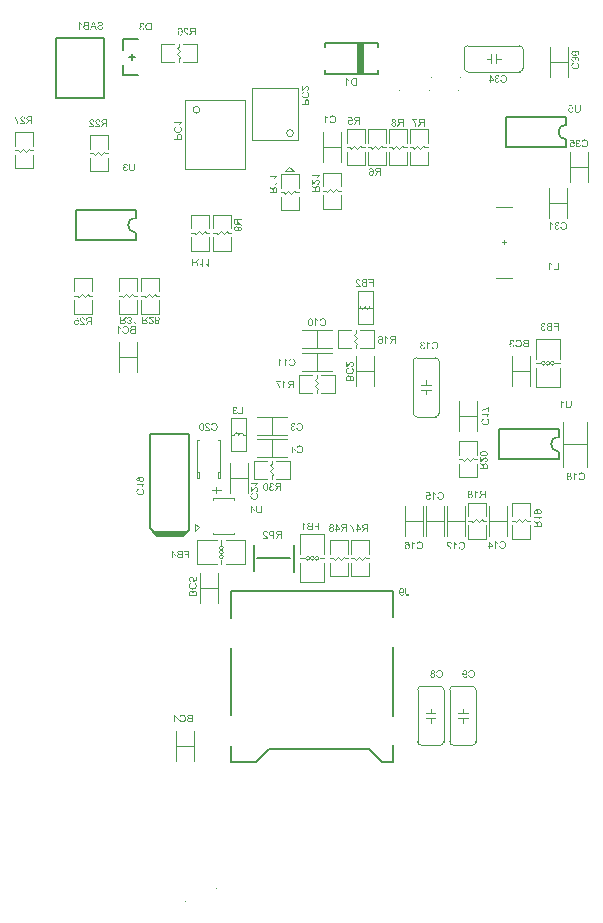
<source format=gbo>
%FSLAX44Y44*%
%MOMM*%
G71*
G01*
G75*
G04 Layer_Color=32896*
%ADD10R,0.8000X1.5000*%
%ADD11R,1.5000X1.0000*%
%ADD12R,1.0160X0.8890*%
%ADD13R,0.3000X1.3500*%
%ADD14R,0.2500X1.3500*%
%ADD15R,3.0000X2.1000*%
%ADD16R,2.1000X0.8000*%
%ADD17R,2.1844X2.4130*%
%ADD18R,0.3000X1.1000*%
%ADD19R,0.8128X1.0668*%
%ADD20R,0.8000X1.6000*%
%ADD21R,2.1000X3.0000*%
%ADD22R,0.8000X2.1000*%
%ADD23R,1.2954X1.1938*%
%ADD24R,0.8890X1.0160*%
%ADD25R,0.7000X0.6000*%
%ADD26R,1.3970X1.3970*%
%ADD27C,0.6000*%
%ADD28C,0.2540*%
%ADD29C,0.5000*%
%ADD30C,1.0000*%
%ADD31C,0.0254*%
%ADD32C,0.0254*%
G04:AMPARAMS|DCode=33|XSize=4mm|YSize=4mm|CornerRadius=2mm|HoleSize=0mm|Usage=FLASHONLY|Rotation=0.000|XOffset=0mm|YOffset=0mm|HoleType=Round|Shape=RoundedRectangle|*
%AMROUNDEDRECTD33*
21,1,4.0000,0.0000,0,0,0.0*
21,1,0.0000,4.0000,0,0,0.0*
1,1,4.0000,0.0000,0.0000*
1,1,4.0000,0.0000,0.0000*
1,1,4.0000,0.0000,0.0000*
1,1,4.0000,0.0000,0.0000*
%
%ADD33ROUNDEDRECTD33*%
%ADD34C,0.4500*%
%ADD35R,0.8128X0.8128*%
%ADD36R,1.2700X0.5080*%
%ADD37R,0.5000X0.8000*%
%ADD38R,1.3970X1.3970*%
%ADD39R,0.8000X1.5000*%
%ADD40R,1.4500X2.0000*%
%ADD41R,0.6096X2.0320*%
%ADD42O,0.6096X2.0320*%
%ADD43R,1.2000X1.8000*%
%ADD44R,1.0000X1.6000*%
%ADD45R,2.0000X2.0000*%
%ADD46R,2.5000X2.2000*%
%ADD47R,1.2954X1.6002*%
%ADD48R,1.6000X1.2000*%
%ADD49R,1.0668X0.8128*%
%ADD50R,3.5000X1.0000*%
%ADD51R,1.2000X1.6000*%
%ADD52R,2.1500X6.3000*%
%ADD53C,0.8000*%
%ADD54C,0.1200*%
%ADD55C,0.1000*%
%ADD56C,0.1501*%
%ADD57C,0.1500*%
%ADD58C,0.1250*%
%ADD59C,0.2032*%
%ADD60R,1.0032X1.7032*%
%ADD61R,1.7032X1.2032*%
%ADD62R,1.2192X1.0922*%
%ADD63R,0.5032X1.5532*%
%ADD64R,0.4532X1.5532*%
%ADD65R,3.2032X2.3032*%
%ADD66R,2.3032X1.0032*%
%ADD67R,2.3876X2.6162*%
%ADD68R,0.5032X1.3032*%
%ADD69R,1.0160X1.2700*%
%ADD70R,1.0032X1.8032*%
%ADD71R,2.3032X3.2032*%
%ADD72R,1.0032X2.3032*%
%ADD73R,1.4986X1.3970*%
%ADD74R,1.0922X1.2192*%
%ADD75R,0.9032X0.8032*%
%ADD76R,1.6002X1.6002*%
%ADD77C,0.2286*%
G04:AMPARAMS|DCode=78|XSize=4.2032mm|YSize=4.2032mm|CornerRadius=2.1016mm|HoleSize=0mm|Usage=FLASHONLY|Rotation=0.000|XOffset=0mm|YOffset=0mm|HoleType=Round|Shape=RoundedRectangle|*
%AMROUNDEDRECTD78*
21,1,4.2032,0.0000,0,0,0.0*
21,1,0.0000,4.2032,0,0,0.0*
1,1,4.2032,0.0000,0.0000*
1,1,4.2032,0.0000,0.0000*
1,1,4.2032,0.0000,0.0000*
1,1,4.2032,0.0000,0.0000*
%
%ADD78ROUNDEDRECTD78*%
%ADD79C,0.6532*%
%ADD80R,1.0160X1.0160*%
%ADD81R,1.4732X0.7112*%
%ADD82R,0.7032X1.0032*%
%ADD83R,1.6002X1.6002*%
%ADD84R,1.0032X1.7032*%
%ADD85R,1.6532X2.2032*%
%ADD86R,0.8128X2.2352*%
%ADD87O,0.8128X2.2352*%
%ADD88R,1.4032X2.0032*%
%ADD89R,1.2032X1.8032*%
%ADD90R,2.2032X2.2032*%
%ADD91R,2.7032X2.4032*%
%ADD92R,1.4986X1.8034*%
%ADD93R,1.8032X1.4032*%
%ADD94R,1.2700X1.0160*%
%ADD95R,3.7032X1.2032*%
%ADD96R,1.4032X1.8032*%
%ADD97R,2.3532X6.5032*%
%ADD98C,0.1999*%
%ADD99C,0.1539*%
%ADD100C,0.1270*%
%ADD101C,0.1524*%
%ADD102C,0.2000*%
G36*
X-133583Y811406D02*
X-133334Y811360D01*
X-133121Y811286D01*
X-132936Y811212D01*
X-132853Y811166D01*
X-132788Y811129D01*
X-132724Y811092D01*
X-132677Y811055D01*
X-132640Y811027D01*
X-132613Y811009D01*
X-132594Y811000D01*
X-132585Y810990D01*
X-132409Y810815D01*
X-132271Y810620D01*
X-132160Y810417D01*
X-132067Y810214D01*
X-132012Y810038D01*
X-131984Y809964D01*
X-131966Y809899D01*
X-131956Y809844D01*
X-131947Y809807D01*
X-131938Y809779D01*
Y809770D01*
X-132724Y809631D01*
X-132761Y809835D01*
X-132816Y810010D01*
X-132881Y810158D01*
X-132945Y810278D01*
X-133010Y810371D01*
X-133066Y810436D01*
X-133103Y810482D01*
X-133112Y810491D01*
X-133232Y810583D01*
X-133362Y810658D01*
X-133482Y810704D01*
X-133602Y810741D01*
X-133713Y810759D01*
X-133796Y810778D01*
X-133870D01*
X-134037Y810769D01*
X-134184Y810732D01*
X-134314Y810685D01*
X-134425Y810639D01*
X-134508Y810583D01*
X-134573Y810537D01*
X-134619Y810500D01*
X-134628Y810491D01*
X-134730Y810380D01*
X-134804Y810260D01*
X-134850Y810140D01*
X-134887Y810029D01*
X-134906Y809927D01*
X-134924Y809853D01*
Y809798D01*
Y809788D01*
Y809779D01*
Y809678D01*
X-134906Y809585D01*
X-134859Y809428D01*
X-134795Y809289D01*
X-134721Y809169D01*
X-134647Y809086D01*
X-134582Y809021D01*
X-134536Y808984D01*
X-134527Y808975D01*
X-134517D01*
X-134360Y808892D01*
X-134212Y808827D01*
X-134055Y808781D01*
X-133916Y808753D01*
X-133796Y808734D01*
X-133694Y808716D01*
X-133574D01*
X-133537Y808725D01*
X-133491D01*
X-133399Y808032D01*
X-133519Y808059D01*
X-133630Y808078D01*
X-133722Y808096D01*
X-133805Y808106D01*
X-133870Y808115D01*
X-133953D01*
X-134147Y808096D01*
X-134323Y808059D01*
X-134480Y808004D01*
X-134610Y807939D01*
X-134711Y807875D01*
X-134785Y807819D01*
X-134832Y807782D01*
X-134850Y807764D01*
X-134970Y807625D01*
X-135063Y807477D01*
X-135127Y807329D01*
X-135164Y807181D01*
X-135192Y807061D01*
X-135201Y806959D01*
X-135211Y806922D01*
Y806895D01*
Y806876D01*
Y806867D01*
X-135192Y806663D01*
X-135146Y806479D01*
X-135091Y806321D01*
X-135016Y806183D01*
X-134943Y806072D01*
X-134887Y805988D01*
X-134841Y805933D01*
X-134822Y805915D01*
X-134674Y805785D01*
X-134517Y805693D01*
X-134360Y805628D01*
X-134212Y805582D01*
X-134083Y805554D01*
X-133981Y805545D01*
X-133944Y805535D01*
X-133889D01*
X-133722Y805545D01*
X-133565Y805582D01*
X-133426Y805628D01*
X-133315Y805683D01*
X-133223Y805730D01*
X-133149Y805776D01*
X-133112Y805813D01*
X-133093Y805822D01*
X-132983Y805952D01*
X-132890Y806099D01*
X-132807Y806257D01*
X-132742Y806423D01*
X-132696Y806562D01*
X-132677Y806626D01*
X-132668Y806682D01*
X-132659Y806728D01*
X-132650Y806765D01*
X-132640Y806784D01*
Y806793D01*
X-131854Y806691D01*
X-131873Y806543D01*
X-131901Y806404D01*
X-131984Y806146D01*
X-132086Y805924D01*
X-132141Y805831D01*
X-132197Y805739D01*
X-132252Y805656D01*
X-132308Y805591D01*
X-132354Y805526D01*
X-132400Y805480D01*
X-132428Y805443D01*
X-132456Y805415D01*
X-132474Y805397D01*
X-132483Y805387D01*
X-132594Y805304D01*
X-132705Y805221D01*
X-132816Y805156D01*
X-132936Y805101D01*
X-133167Y805008D01*
X-133389Y804953D01*
X-133491Y804934D01*
X-133583Y804916D01*
X-133667Y804907D01*
X-133741Y804898D01*
X-133796Y804888D01*
X-133879D01*
X-134055Y804898D01*
X-134212Y804916D01*
X-134369Y804944D01*
X-134517Y804981D01*
X-134656Y805027D01*
X-134776Y805073D01*
X-134896Y805129D01*
X-134998Y805184D01*
X-135100Y805230D01*
X-135183Y805286D01*
X-135257Y805332D01*
X-135312Y805378D01*
X-135359Y805415D01*
X-135396Y805443D01*
X-135414Y805462D01*
X-135423Y805471D01*
X-135534Y805582D01*
X-135627Y805702D01*
X-135710Y805822D01*
X-135784Y805942D01*
X-135839Y806053D01*
X-135895Y806173D01*
X-135969Y806395D01*
X-135987Y806497D01*
X-136006Y806589D01*
X-136024Y806673D01*
X-136033Y806747D01*
X-136043Y806802D01*
Y806848D01*
Y806876D01*
Y806885D01*
X-136033Y807107D01*
X-135997Y807311D01*
X-135941Y807486D01*
X-135886Y807634D01*
X-135830Y807754D01*
X-135775Y807847D01*
X-135738Y807902D01*
X-135728Y807921D01*
X-135599Y808059D01*
X-135460Y808180D01*
X-135312Y808272D01*
X-135164Y808346D01*
X-135035Y808402D01*
X-134933Y808439D01*
X-134896Y808448D01*
X-134869Y808457D01*
X-134850Y808466D01*
X-134841D01*
X-134998Y808549D01*
X-135127Y808633D01*
X-135238Y808725D01*
X-135331Y808808D01*
X-135405Y808882D01*
X-135460Y808947D01*
X-135488Y808984D01*
X-135497Y809003D01*
X-135571Y809132D01*
X-135627Y809261D01*
X-135673Y809391D01*
X-135701Y809511D01*
X-135719Y809613D01*
X-135728Y809687D01*
Y809742D01*
Y809761D01*
X-135719Y809918D01*
X-135691Y810075D01*
X-135654Y810214D01*
X-135608Y810334D01*
X-135562Y810436D01*
X-135525Y810519D01*
X-135497Y810565D01*
X-135488Y810583D01*
X-135396Y810722D01*
X-135285Y810842D01*
X-135174Y810944D01*
X-135063Y811037D01*
X-134970Y811101D01*
X-134887Y811157D01*
X-134832Y811184D01*
X-134822Y811194D01*
X-134813D01*
X-134647Y811268D01*
X-134480Y811323D01*
X-134314Y811369D01*
X-134166Y811397D01*
X-134046Y811416D01*
X-133944Y811425D01*
X-133713D01*
X-133583Y811406D01*
D02*
G37*
G36*
X-168856Y812197D02*
X-168643Y812170D01*
X-168440Y812133D01*
X-168264Y812096D01*
X-168126Y812059D01*
X-168061Y812040D01*
X-168015Y812022D01*
X-167978Y812003D01*
X-167950Y811994D01*
X-167932Y811985D01*
X-167922D01*
X-167737Y811892D01*
X-167571Y811791D01*
X-167432Y811680D01*
X-167321Y811578D01*
X-167238Y811485D01*
X-167173Y811412D01*
X-167127Y811356D01*
X-167118Y811347D01*
Y811338D01*
X-167026Y811180D01*
X-166961Y811023D01*
X-166915Y810866D01*
X-166887Y810727D01*
X-166868Y810607D01*
X-166850Y810515D01*
Y810478D01*
Y810450D01*
Y810441D01*
Y810431D01*
X-166859Y810274D01*
X-166887Y810126D01*
X-166924Y809988D01*
X-166961Y809867D01*
X-166998Y809775D01*
X-167035Y809701D01*
X-167062Y809655D01*
X-167072Y809636D01*
X-167164Y809507D01*
X-167275Y809387D01*
X-167386Y809285D01*
X-167497Y809202D01*
X-167589Y809128D01*
X-167673Y809082D01*
X-167728Y809045D01*
X-167737Y809035D01*
X-167747D01*
X-167821Y808998D01*
X-167904Y808961D01*
X-168089Y808897D01*
X-168301Y808832D01*
X-168505Y808767D01*
X-168690Y808712D01*
X-168773Y808693D01*
X-168847Y808675D01*
X-168902Y808656D01*
X-168949Y808647D01*
X-168976Y808638D01*
X-168986D01*
X-169143Y808601D01*
X-169291Y808564D01*
X-169420Y808527D01*
X-169531Y808499D01*
X-169642Y808471D01*
X-169734Y808444D01*
X-169818Y808425D01*
X-169882Y808397D01*
X-169947Y808379D01*
X-169993Y808370D01*
X-170067Y808342D01*
X-170114Y808333D01*
X-170123Y808324D01*
X-170261Y808268D01*
X-170382Y808203D01*
X-170483Y808139D01*
X-170557Y808083D01*
X-170622Y808028D01*
X-170659Y807991D01*
X-170687Y807963D01*
X-170696Y807954D01*
X-170761Y807870D01*
X-170807Y807778D01*
X-170835Y807685D01*
X-170862Y807611D01*
X-170872Y807538D01*
X-170881Y807482D01*
Y807436D01*
Y807427D01*
X-170872Y807316D01*
X-170853Y807214D01*
X-170825Y807122D01*
X-170788Y807048D01*
X-170751Y806974D01*
X-170724Y806927D01*
X-170705Y806890D01*
X-170696Y806881D01*
X-170622Y806789D01*
X-170530Y806715D01*
X-170437Y806650D01*
X-170354Y806585D01*
X-170271Y806548D01*
X-170206Y806511D01*
X-170160Y806493D01*
X-170141Y806484D01*
X-170003Y806437D01*
X-169855Y806400D01*
X-169707Y806382D01*
X-169577Y806363D01*
X-169466Y806354D01*
X-169374Y806345D01*
X-169291D01*
X-169087Y806354D01*
X-168902Y806373D01*
X-168736Y806400D01*
X-168588Y806437D01*
X-168468Y806474D01*
X-168375Y806502D01*
X-168348Y806511D01*
X-168320Y806521D01*
X-168311Y806530D01*
X-168301D01*
X-168153Y806604D01*
X-168015Y806687D01*
X-167913Y806770D01*
X-167821Y806853D01*
X-167747Y806918D01*
X-167700Y806983D01*
X-167673Y807020D01*
X-167663Y807029D01*
X-167599Y807149D01*
X-167534Y807279D01*
X-167497Y807417D01*
X-167460Y807538D01*
X-167432Y807658D01*
X-167414Y807741D01*
Y807778D01*
X-167405Y807806D01*
Y807815D01*
Y807824D01*
X-166609Y807750D01*
X-166628Y807519D01*
X-166665Y807297D01*
X-166720Y807103D01*
X-166785Y806927D01*
X-166850Y806789D01*
X-166878Y806733D01*
X-166896Y806687D01*
X-166924Y806650D01*
X-166933Y806622D01*
X-166952Y806604D01*
Y806594D01*
X-167090Y806419D01*
X-167238Y806262D01*
X-167395Y806132D01*
X-167543Y806021D01*
X-167673Y805938D01*
X-167784Y805883D01*
X-167821Y805864D01*
X-167848Y805846D01*
X-167867Y805836D01*
X-167876D01*
X-168107Y805753D01*
X-168348Y805688D01*
X-168588Y805651D01*
X-168819Y805614D01*
X-168930Y805605D01*
X-169023Y805596D01*
X-169106D01*
X-169180Y805587D01*
X-169328D01*
X-169577Y805596D01*
X-169808Y805624D01*
X-170021Y805670D01*
X-170197Y805716D01*
X-170345Y805753D01*
X-170409Y805781D01*
X-170465Y805799D01*
X-170502Y805818D01*
X-170530Y805827D01*
X-170548Y805836D01*
X-170557D01*
X-170751Y805938D01*
X-170918Y806049D01*
X-171066Y806169D01*
X-171186Y806280D01*
X-171278Y806373D01*
X-171343Y806456D01*
X-171389Y806511D01*
X-171399Y806521D01*
Y806530D01*
X-171500Y806705D01*
X-171574Y806872D01*
X-171621Y807029D01*
X-171658Y807177D01*
X-171676Y807306D01*
X-171695Y807408D01*
Y807445D01*
Y807473D01*
Y807482D01*
Y807491D01*
X-171685Y807676D01*
X-171658Y807852D01*
X-171611Y808009D01*
X-171565Y808139D01*
X-171510Y808250D01*
X-171473Y808333D01*
X-171436Y808379D01*
X-171426Y808397D01*
X-171315Y808536D01*
X-171186Y808665D01*
X-171047Y808776D01*
X-170909Y808878D01*
X-170788Y808952D01*
X-170687Y809008D01*
X-170650Y809026D01*
X-170622Y809045D01*
X-170604Y809054D01*
X-170594D01*
X-170520Y809091D01*
X-170428Y809119D01*
X-170326Y809156D01*
X-170215Y809193D01*
X-169984Y809257D01*
X-169744Y809322D01*
X-169633Y809350D01*
X-169531Y809378D01*
X-169429Y809405D01*
X-169346Y809424D01*
X-169281Y809442D01*
X-169226Y809451D01*
X-169189Y809461D01*
X-169180D01*
X-168995Y809507D01*
X-168828Y809544D01*
X-168680Y809590D01*
X-168551Y809627D01*
X-168431Y809673D01*
X-168329Y809710D01*
X-168237Y809747D01*
X-168153Y809775D01*
X-168089Y809812D01*
X-168033Y809840D01*
X-167996Y809858D01*
X-167959Y809886D01*
X-167913Y809914D01*
X-167904Y809923D01*
X-167821Y810015D01*
X-167765Y810108D01*
X-167719Y810200D01*
X-167691Y810293D01*
X-167673Y810367D01*
X-167663Y810431D01*
Y810468D01*
Y810487D01*
X-167682Y810635D01*
X-167719Y810764D01*
X-167774Y810875D01*
X-167839Y810977D01*
X-167895Y811051D01*
X-167950Y811116D01*
X-167987Y811153D01*
X-168006Y811162D01*
X-168079Y811208D01*
X-168153Y811254D01*
X-168329Y811328D01*
X-168514Y811375D01*
X-168699Y811412D01*
X-168865Y811430D01*
X-168939Y811439D01*
X-168995Y811449D01*
X-169124D01*
X-169383Y811439D01*
X-169614Y811402D01*
X-169799Y811347D01*
X-169956Y811291D01*
X-170077Y811236D01*
X-170169Y811180D01*
X-170215Y811143D01*
X-170234Y811134D01*
X-170363Y811005D01*
X-170465Y810866D01*
X-170548Y810718D01*
X-170604Y810570D01*
X-170641Y810431D01*
X-170668Y810330D01*
X-170678Y810284D01*
X-170687Y810256D01*
Y810237D01*
Y810228D01*
X-171500Y810293D01*
X-171482Y810496D01*
X-171436Y810681D01*
X-171389Y810857D01*
X-171325Y811005D01*
X-171269Y811125D01*
X-171223Y811217D01*
X-171204Y811245D01*
X-171186Y811273D01*
X-171177Y811282D01*
Y811291D01*
X-171057Y811449D01*
X-170927Y811587D01*
X-170788Y811707D01*
X-170650Y811800D01*
X-170530Y811883D01*
X-170437Y811929D01*
X-170400Y811948D01*
X-170372Y811966D01*
X-170354Y811975D01*
X-170345D01*
X-170141Y812049D01*
X-169919Y812105D01*
X-169716Y812151D01*
X-169522Y812179D01*
X-169346Y812197D01*
X-169281D01*
X-169217Y812207D01*
X-169097D01*
X-168856Y812197D01*
D02*
G37*
G36*
X101431Y372250D02*
X101727Y372204D01*
X101986Y372149D01*
X102106Y372112D01*
X102217Y372075D01*
X102319Y372038D01*
X102411Y372001D01*
X102485Y371973D01*
X102559Y371945D01*
X102605Y371918D01*
X102642Y371899D01*
X102670Y371890D01*
X102679Y371881D01*
X102929Y371723D01*
X103141Y371539D01*
X103326Y371354D01*
X103484Y371169D01*
X103604Y371002D01*
X103650Y370928D01*
X103687Y370864D01*
X103724Y370817D01*
X103742Y370780D01*
X103752Y370753D01*
X103761Y370743D01*
X103890Y370457D01*
X103983Y370161D01*
X104047Y369865D01*
X104094Y369597D01*
X104112Y369477D01*
X104122Y369356D01*
X104131Y369264D01*
Y369172D01*
X104140Y369107D01*
Y369051D01*
Y369015D01*
Y369005D01*
X104122Y368672D01*
X104085Y368349D01*
X104038Y368062D01*
X104001Y367924D01*
X103974Y367803D01*
X103946Y367692D01*
X103909Y367591D01*
X103881Y367498D01*
X103863Y367424D01*
X103835Y367369D01*
X103826Y367323D01*
X103807Y367295D01*
Y367285D01*
X103668Y367008D01*
X103511Y366758D01*
X103345Y366546D01*
X103262Y366463D01*
X103188Y366380D01*
X103114Y366306D01*
X103040Y366241D01*
X102975Y366185D01*
X102920Y366148D01*
X102883Y366111D01*
X102846Y366084D01*
X102827Y366074D01*
X102818Y366065D01*
X102688Y365991D01*
X102559Y365926D01*
X102282Y365825D01*
X102004Y365751D01*
X101736Y365704D01*
X101607Y365686D01*
X101496Y365667D01*
X101394Y365658D01*
X101311D01*
X101237Y365649D01*
X101135D01*
X100950Y365658D01*
X100775Y365677D01*
X100608Y365695D01*
X100451Y365732D01*
X100303Y365779D01*
X100164Y365825D01*
X100035Y365871D01*
X99915Y365926D01*
X99813Y365973D01*
X99711Y366019D01*
X99637Y366065D01*
X99563Y366111D01*
X99517Y366148D01*
X99471Y366167D01*
X99452Y366185D01*
X99443Y366194D01*
X99314Y366306D01*
X99203Y366416D01*
X99101Y366546D01*
X98999Y366675D01*
X98833Y366934D01*
X98704Y367193D01*
X98648Y367313D01*
X98602Y367424D01*
X98565Y367526D01*
X98537Y367609D01*
X98509Y367683D01*
X98491Y367739D01*
X98482Y367775D01*
Y367785D01*
X99332Y367997D01*
X99369Y367850D01*
X99416Y367711D01*
X99462Y367581D01*
X99508Y367461D01*
X99563Y367350D01*
X99619Y367258D01*
X99684Y367165D01*
X99739Y367082D01*
X99785Y367008D01*
X99841Y366953D01*
X99887Y366897D01*
X99924Y366851D01*
X99961Y366823D01*
X99989Y366796D01*
X99998Y366786D01*
X100007Y366777D01*
X100100Y366703D01*
X100201Y366648D01*
X100405Y366546D01*
X100599Y366472D01*
X100793Y366426D01*
X100960Y366389D01*
X101024Y366380D01*
X101089D01*
X101144Y366370D01*
X101209D01*
X101422Y366380D01*
X101625Y366416D01*
X101810Y366463D01*
X101976Y366518D01*
X102106Y366574D01*
X102161Y366601D01*
X102208Y366620D01*
X102245Y366638D01*
X102272Y366657D01*
X102291Y366666D01*
X102300D01*
X102476Y366796D01*
X102624Y366934D01*
X102753Y367091D01*
X102855Y367239D01*
X102938Y367369D01*
X102993Y367480D01*
X103012Y367526D01*
X103031Y367554D01*
X103040Y367572D01*
Y367581D01*
X103114Y367822D01*
X103169Y368062D01*
X103215Y368302D01*
X103243Y368524D01*
X103252Y368626D01*
X103262Y368719D01*
Y368802D01*
X103271Y368867D01*
Y368922D01*
Y368968D01*
Y368996D01*
Y369005D01*
X103262Y369246D01*
X103243Y369468D01*
X103206Y369671D01*
X103169Y369856D01*
X103141Y370013D01*
X103123Y370078D01*
X103104Y370133D01*
X103095Y370179D01*
X103086Y370207D01*
X103077Y370226D01*
Y370235D01*
X102984Y370448D01*
X102883Y370642D01*
X102772Y370799D01*
X102652Y370938D01*
X102550Y371049D01*
X102466Y371122D01*
X102402Y371169D01*
X102393Y371187D01*
X102383D01*
X102189Y371307D01*
X101976Y371400D01*
X101773Y371465D01*
X101579Y371502D01*
X101403Y371529D01*
X101329Y371539D01*
X101265D01*
X101218Y371548D01*
X101144D01*
X100913Y371539D01*
X100701Y371502D01*
X100525Y371446D01*
X100368Y371391D01*
X100248Y371326D01*
X100155Y371280D01*
X100100Y371243D01*
X100081Y371224D01*
X99933Y371086D01*
X99795Y370928D01*
X99684Y370762D01*
X99591Y370595D01*
X99517Y370448D01*
X99489Y370374D01*
X99471Y370318D01*
X99452Y370272D01*
X99434Y370235D01*
X99425Y370216D01*
Y370207D01*
X98593Y370401D01*
X98648Y370568D01*
X98704Y370716D01*
X98778Y370854D01*
X98842Y370993D01*
X98916Y371113D01*
X98999Y371224D01*
X99073Y371335D01*
X99147Y371428D01*
X99221Y371502D01*
X99286Y371576D01*
X99351Y371640D01*
X99397Y371686D01*
X99443Y371733D01*
X99480Y371760D01*
X99499Y371770D01*
X99508Y371779D01*
X99637Y371862D01*
X99767Y371945D01*
X99896Y372010D01*
X100035Y372066D01*
X100312Y372149D01*
X100562Y372204D01*
X100682Y372232D01*
X100784Y372241D01*
X100885Y372250D01*
X100969Y372260D01*
X101033Y372269D01*
X101126D01*
X101431Y372250D01*
D02*
G37*
G36*
X90706Y372176D02*
X90882Y372158D01*
X91048Y372121D01*
X91205Y372075D01*
X91344Y372010D01*
X91483Y371955D01*
X91603Y371881D01*
X91714Y371816D01*
X91806Y371751D01*
X91899Y371677D01*
X91973Y371622D01*
X92028Y371566D01*
X92074Y371511D01*
X92112Y371474D01*
X92130Y371455D01*
X92139Y371446D01*
X92259Y371280D01*
X92361Y371086D01*
X92454Y370882D01*
X92537Y370669D01*
X92601Y370448D01*
X92657Y370226D01*
X92703Y369995D01*
X92740Y369782D01*
X92768Y369569D01*
X92786Y369375D01*
X92805Y369199D01*
X92814Y369051D01*
Y368922D01*
X92823Y368829D01*
Y368793D01*
Y368765D01*
Y368756D01*
Y368746D01*
X92814Y368451D01*
X92796Y368173D01*
X92768Y367914D01*
X92722Y367674D01*
X92676Y367461D01*
X92629Y367267D01*
X92574Y367091D01*
X92509Y366934D01*
X92454Y366805D01*
X92398Y366685D01*
X92352Y366592D01*
X92296Y366509D01*
X92259Y366444D01*
X92232Y366407D01*
X92213Y366380D01*
X92204Y366370D01*
X92084Y366241D01*
X91954Y366130D01*
X91825Y366037D01*
X91695Y365954D01*
X91557Y365880D01*
X91427Y365825D01*
X91298Y365779D01*
X91168Y365742D01*
X91058Y365714D01*
X90947Y365686D01*
X90854Y365667D01*
X90771Y365658D01*
X90697D01*
X90651Y365649D01*
X90604D01*
X90392Y365658D01*
X90198Y365695D01*
X90022Y365732D01*
X89865Y365788D01*
X89745Y365834D01*
X89652Y365880D01*
X89615Y365889D01*
X89587Y365908D01*
X89578Y365917D01*
X89569D01*
X89412Y366028D01*
X89264Y366158D01*
X89144Y366287D01*
X89042Y366416D01*
X88959Y366537D01*
X88903Y366629D01*
X88885Y366666D01*
X88866Y366694D01*
X88857Y366703D01*
Y366712D01*
X88765Y366907D01*
X88700Y367110D01*
X88654Y367295D01*
X88626Y367470D01*
X88598Y367618D01*
Y367674D01*
X88589Y367729D01*
Y367775D01*
Y367803D01*
Y367822D01*
Y367831D01*
X88598Y367997D01*
X88617Y368155D01*
X88644Y368312D01*
X88672Y368451D01*
X88718Y368580D01*
X88765Y368709D01*
X88811Y368820D01*
X88866Y368922D01*
X88922Y369015D01*
X88968Y369098D01*
X89014Y369162D01*
X89060Y369227D01*
X89088Y369273D01*
X89116Y369301D01*
X89134Y369320D01*
X89144Y369329D01*
X89245Y369431D01*
X89356Y369523D01*
X89476Y369597D01*
X89587Y369662D01*
X89698Y369726D01*
X89809Y369773D01*
X90022Y369837D01*
X90114Y369865D01*
X90207Y369883D01*
X90281Y369893D01*
X90355Y369902D01*
X90410Y369911D01*
X90484D01*
X90651Y369902D01*
X90808Y369874D01*
X90956Y369847D01*
X91085Y369810D01*
X91196Y369763D01*
X91279Y369736D01*
X91335Y369708D01*
X91344Y369699D01*
X91353D01*
X91501Y369606D01*
X91631Y369505D01*
X91751Y369403D01*
X91843Y369292D01*
X91927Y369199D01*
X91991Y369125D01*
X92028Y369070D01*
X92037Y369061D01*
Y369227D01*
X92028Y369394D01*
X92019Y369542D01*
X92001Y369689D01*
X91991Y369819D01*
X91973Y369939D01*
X91954Y370050D01*
X91927Y370152D01*
X91908Y370244D01*
X91890Y370318D01*
X91871Y370383D01*
X91862Y370438D01*
X91843Y370475D01*
X91834Y370503D01*
X91825Y370522D01*
Y370531D01*
X91732Y370716D01*
X91640Y370882D01*
X91538Y371012D01*
X91446Y371122D01*
X91363Y371215D01*
X91298Y371280D01*
X91252Y371317D01*
X91233Y371326D01*
X91122Y371400D01*
X91011Y371446D01*
X90900Y371483D01*
X90789Y371511D01*
X90706Y371529D01*
X90632Y371539D01*
X90568D01*
X90401Y371520D01*
X90244Y371483D01*
X90114Y371428D01*
X89994Y371372D01*
X89902Y371307D01*
X89837Y371252D01*
X89800Y371215D01*
X89782Y371196D01*
X89717Y371113D01*
X89652Y371012D01*
X89597Y370901D01*
X89560Y370790D01*
X89523Y370688D01*
X89495Y370605D01*
X89486Y370549D01*
X89476Y370540D01*
Y370531D01*
X88691Y370595D01*
X88746Y370854D01*
X88829Y371086D01*
X88922Y371289D01*
X89023Y371455D01*
X89125Y371585D01*
X89162Y371640D01*
X89208Y371686D01*
X89236Y371714D01*
X89264Y371742D01*
X89273Y371751D01*
X89282Y371760D01*
X89375Y371834D01*
X89476Y371899D01*
X89680Y372010D01*
X89883Y372084D01*
X90077Y372130D01*
X90253Y372167D01*
X90327Y372176D01*
X90392D01*
X90447Y372186D01*
X90521D01*
X90706Y372176D01*
D02*
G37*
G36*
X-125715Y804999D02*
X-128018D01*
X-128230Y805008D01*
X-128424Y805018D01*
X-128600Y805036D01*
X-128748Y805055D01*
X-128877Y805073D01*
X-128970Y805082D01*
X-128998Y805092D01*
X-129025Y805101D01*
X-129044D01*
X-129210Y805147D01*
X-129358Y805203D01*
X-129488Y805249D01*
X-129599Y805304D01*
X-129691Y805350D01*
X-129756Y805387D01*
X-129793Y805415D01*
X-129811Y805424D01*
X-129931Y805508D01*
X-130033Y805609D01*
X-130135Y805702D01*
X-130218Y805794D01*
X-130292Y805878D01*
X-130347Y805942D01*
X-130385Y805988D01*
X-130394Y806007D01*
X-130486Y806155D01*
X-130579Y806312D01*
X-130653Y806460D01*
X-130708Y806608D01*
X-130764Y806737D01*
X-130801Y806839D01*
X-130810Y806876D01*
X-130819Y806904D01*
X-130828Y806922D01*
Y806932D01*
X-130884Y807153D01*
X-130930Y807375D01*
X-130958Y807588D01*
X-130985Y807791D01*
X-130995Y807967D01*
Y808041D01*
X-131004Y808106D01*
Y808152D01*
Y808198D01*
Y808217D01*
Y808226D01*
X-130995Y808540D01*
X-130967Y808827D01*
X-130921Y809086D01*
X-130902Y809206D01*
X-130875Y809308D01*
X-130847Y809409D01*
X-130828Y809493D01*
X-130810Y809566D01*
X-130782Y809631D01*
X-130773Y809687D01*
X-130754Y809724D01*
X-130745Y809742D01*
Y809751D01*
X-130643Y809992D01*
X-130523Y810204D01*
X-130394Y810389D01*
X-130274Y810547D01*
X-130163Y810676D01*
X-130070Y810769D01*
X-130033Y810796D01*
X-130005Y810824D01*
X-129996Y810833D01*
X-129987Y810842D01*
X-129839Y810963D01*
X-129682Y811055D01*
X-129525Y811138D01*
X-129377Y811203D01*
X-129247Y811249D01*
X-129146Y811277D01*
X-129109Y811295D01*
X-129081D01*
X-129062Y811305D01*
X-129053D01*
X-128896Y811332D01*
X-128711Y811360D01*
X-128526Y811379D01*
X-128341Y811388D01*
X-128175Y811397D01*
X-125715D01*
Y804999D01*
D02*
G37*
G36*
X-178786Y805698D02*
X-181227D01*
X-181449Y805707D01*
X-181643Y805716D01*
X-181819Y805735D01*
X-181966Y805753D01*
X-182087Y805772D01*
X-182179Y805781D01*
X-182234Y805799D01*
X-182253D01*
X-182410Y805846D01*
X-182540Y805892D01*
X-182660Y805947D01*
X-182761Y806003D01*
X-182845Y806040D01*
X-182909Y806077D01*
X-182946Y806105D01*
X-182956Y806114D01*
X-183057Y806197D01*
X-183150Y806299D01*
X-183224Y806400D01*
X-183298Y806493D01*
X-183353Y806585D01*
X-183390Y806650D01*
X-183418Y806696D01*
X-183427Y806715D01*
X-183492Y806863D01*
X-183538Y807011D01*
X-183575Y807149D01*
X-183594Y807279D01*
X-183612Y807390D01*
X-183621Y807482D01*
Y807538D01*
Y807547D01*
Y807556D01*
X-183612Y807759D01*
X-183575Y807944D01*
X-183520Y808102D01*
X-183464Y808250D01*
X-183409Y808360D01*
X-183353Y808444D01*
X-183316Y808499D01*
X-183307Y808518D01*
X-183178Y808665D01*
X-183039Y808786D01*
X-182882Y808887D01*
X-182743Y808971D01*
X-182614Y809035D01*
X-182503Y809072D01*
X-182466Y809091D01*
X-182438Y809100D01*
X-182419Y809109D01*
X-182410D01*
X-182567Y809202D01*
X-182706Y809294D01*
X-182817Y809396D01*
X-182909Y809488D01*
X-182983Y809562D01*
X-183039Y809636D01*
X-183067Y809673D01*
X-183076Y809692D01*
X-183150Y809830D01*
X-183205Y809960D01*
X-183251Y810089D01*
X-183279Y810210D01*
X-183298Y810311D01*
X-183307Y810395D01*
Y810441D01*
Y810459D01*
X-183298Y810616D01*
X-183270Y810773D01*
X-183224Y810912D01*
X-183178Y811042D01*
X-183131Y811153D01*
X-183085Y811227D01*
X-183057Y811282D01*
X-183048Y811301D01*
X-182946Y811439D01*
X-182836Y811569D01*
X-182715Y811670D01*
X-182604Y811754D01*
X-182512Y811818D01*
X-182429Y811864D01*
X-182373Y811892D01*
X-182364Y811901D01*
X-182355D01*
X-182179Y811966D01*
X-181985Y812012D01*
X-181791Y812049D01*
X-181606Y812068D01*
X-181439Y812086D01*
X-181365D01*
X-181301Y812096D01*
X-178786D01*
Y805698D01*
D02*
G37*
G36*
X-186820Y811966D02*
X-186719Y811818D01*
X-186598Y811670D01*
X-186488Y811541D01*
X-186376Y811430D01*
X-186293Y811338D01*
X-186256Y811310D01*
X-186229Y811282D01*
X-186219Y811273D01*
X-186210Y811264D01*
X-186016Y811106D01*
X-185822Y810958D01*
X-185637Y810829D01*
X-185452Y810727D01*
X-185295Y810635D01*
X-185230Y810598D01*
X-185175Y810570D01*
X-185128Y810542D01*
X-185091Y810533D01*
X-185073Y810515D01*
X-185064D01*
Y809756D01*
X-185202Y809812D01*
X-185341Y809877D01*
X-185480Y809941D01*
X-185609Y810006D01*
X-185720Y810062D01*
X-185813Y810108D01*
X-185868Y810145D01*
X-185877Y810154D01*
X-185886D01*
X-186053Y810256D01*
X-186201Y810358D01*
X-186330Y810450D01*
X-186432Y810533D01*
X-186525Y810598D01*
X-186580Y810653D01*
X-186626Y810690D01*
X-186635Y810700D01*
Y805698D01*
X-187421D01*
Y812123D01*
X-186913D01*
X-186820Y811966D01*
D02*
G37*
G36*
X232107Y776968D02*
X231959Y776931D01*
X231821Y776885D01*
X231691Y776838D01*
X231571Y776792D01*
X231460Y776737D01*
X231368Y776681D01*
X231275Y776616D01*
X231192Y776561D01*
X231118Y776515D01*
X231063Y776459D01*
X231007Y776413D01*
X230961Y776376D01*
X230933Y776339D01*
X230905Y776311D01*
X230896Y776302D01*
X230887Y776293D01*
X230813Y776200D01*
X230758Y776099D01*
X230656Y775895D01*
X230582Y775701D01*
X230536Y775507D01*
X230499Y775340D01*
X230490Y775276D01*
Y775211D01*
X230480Y775156D01*
Y775119D01*
Y775100D01*
Y775091D01*
X230490Y774878D01*
X230526Y774675D01*
X230573Y774490D01*
X230628Y774324D01*
X230684Y774194D01*
X230711Y774139D01*
X230730Y774092D01*
X230748Y774055D01*
X230767Y774028D01*
X230776Y774009D01*
Y774000D01*
X230905Y773824D01*
X231044Y773676D01*
X231201Y773547D01*
X231349Y773445D01*
X231479Y773362D01*
X231590Y773307D01*
X231636Y773288D01*
X231664Y773270D01*
X231682Y773260D01*
X231691D01*
X231932Y773186D01*
X232172Y773131D01*
X232412Y773085D01*
X232634Y773057D01*
X232736Y773048D01*
X232829Y773038D01*
X232912D01*
X232976Y773029D01*
X233115D01*
X233356Y773038D01*
X233577Y773057D01*
X233781Y773094D01*
X233966Y773131D01*
X234123Y773158D01*
X234188Y773177D01*
X234243Y773195D01*
X234289Y773205D01*
X234317Y773214D01*
X234336Y773223D01*
X234345D01*
X234557Y773316D01*
X234752Y773417D01*
X234909Y773528D01*
X235047Y773649D01*
X235159Y773750D01*
X235232Y773833D01*
X235279Y773898D01*
X235297Y773907D01*
Y773917D01*
X235417Y774111D01*
X235510Y774324D01*
X235574Y774527D01*
X235611Y774721D01*
X235639Y774897D01*
X235648Y774971D01*
Y775035D01*
X235658Y775082D01*
Y775119D01*
Y775146D01*
Y775156D01*
X235648Y775387D01*
X235611Y775599D01*
X235556Y775775D01*
X235501Y775932D01*
X235436Y776052D01*
X235390Y776145D01*
X235353Y776200D01*
X235334Y776219D01*
X235196Y776367D01*
X235038Y776505D01*
X234872Y776616D01*
X234705Y776709D01*
X234557Y776783D01*
X234484Y776811D01*
X234428Y776829D01*
X234382Y776848D01*
X234345Y776866D01*
X234326Y776875D01*
X234317D01*
X234511Y777707D01*
X234678Y777652D01*
X234826Y777596D01*
X234964Y777522D01*
X235103Y777458D01*
X235223Y777384D01*
X235334Y777301D01*
X235445Y777227D01*
X235538Y777153D01*
X235611Y777079D01*
X235686Y777014D01*
X235750Y776949D01*
X235796Y776903D01*
X235843Y776857D01*
X235870Y776820D01*
X235880Y776801D01*
X235889Y776792D01*
X235972Y776663D01*
X236055Y776533D01*
X236120Y776404D01*
X236175Y776265D01*
X236259Y775988D01*
X236314Y775738D01*
X236342Y775618D01*
X236351Y775516D01*
X236360Y775415D01*
X236370Y775331D01*
X236379Y775266D01*
Y775220D01*
Y775183D01*
Y775174D01*
X236360Y774869D01*
X236314Y774573D01*
X236259Y774314D01*
X236222Y774194D01*
X236185Y774083D01*
X236148Y773981D01*
X236111Y773889D01*
X236083Y773815D01*
X236055Y773741D01*
X236028Y773695D01*
X236009Y773658D01*
X236000Y773630D01*
X235991Y773621D01*
X235833Y773371D01*
X235648Y773158D01*
X235464Y772974D01*
X235279Y772816D01*
X235112Y772696D01*
X235038Y772650D01*
X234974Y772613D01*
X234927Y772576D01*
X234890Y772558D01*
X234863Y772548D01*
X234853Y772539D01*
X234567Y772410D01*
X234271Y772317D01*
X233975Y772253D01*
X233707Y772206D01*
X233587Y772188D01*
X233466Y772178D01*
X233374Y772169D01*
X233282D01*
X233217Y772160D01*
X233115D01*
X232782Y772178D01*
X232459Y772215D01*
X232172Y772262D01*
X232034Y772299D01*
X231913Y772326D01*
X231802Y772354D01*
X231701Y772391D01*
X231608Y772419D01*
X231534Y772437D01*
X231479Y772465D01*
X231432Y772474D01*
X231405Y772493D01*
X231395D01*
X231118Y772632D01*
X230868Y772789D01*
X230656Y772955D01*
X230573Y773038D01*
X230490Y773112D01*
X230415Y773186D01*
X230351Y773260D01*
X230295Y773325D01*
X230258Y773380D01*
X230221Y773417D01*
X230194Y773454D01*
X230184Y773473D01*
X230175Y773482D01*
X230101Y773612D01*
X230036Y773741D01*
X229935Y774018D01*
X229861Y774296D01*
X229814Y774564D01*
X229796Y774693D01*
X229778Y774804D01*
X229768Y774906D01*
Y774989D01*
X229759Y775063D01*
Y775119D01*
Y775156D01*
Y775165D01*
X229768Y775350D01*
X229787Y775525D01*
X229805Y775692D01*
X229842Y775849D01*
X229888Y775997D01*
X229935Y776136D01*
X229981Y776265D01*
X230036Y776385D01*
X230083Y776487D01*
X230129Y776589D01*
X230175Y776663D01*
X230221Y776737D01*
X230258Y776783D01*
X230277Y776829D01*
X230295Y776848D01*
X230305Y776857D01*
X230415Y776986D01*
X230526Y777097D01*
X230656Y777199D01*
X230785Y777301D01*
X231044Y777467D01*
X231303Y777596D01*
X231423Y777652D01*
X231534Y777698D01*
X231636Y777735D01*
X231719Y777763D01*
X231793Y777791D01*
X231849Y777809D01*
X231886Y777818D01*
X231895D01*
X232107Y776968D01*
D02*
G37*
G36*
X160096Y479618D02*
X159938Y479526D01*
X159791Y479424D01*
X159643Y479304D01*
X159513Y479193D01*
X159402Y479082D01*
X159310Y478999D01*
X159282Y478962D01*
X159254Y478934D01*
X159245Y478925D01*
X159236Y478916D01*
X159079Y478722D01*
X158931Y478528D01*
X158801Y478343D01*
X158700Y478158D01*
X158607Y478001D01*
X158570Y477936D01*
X158542Y477880D01*
X158515Y477834D01*
X158505Y477797D01*
X158487Y477779D01*
Y477769D01*
X157729D01*
X157784Y477908D01*
X157849Y478047D01*
X157914Y478186D01*
X157978Y478315D01*
X158034Y478426D01*
X158080Y478518D01*
X158117Y478574D01*
X158126Y478583D01*
Y478592D01*
X158228Y478759D01*
X158330Y478907D01*
X158422Y479036D01*
X158505Y479138D01*
X158570Y479230D01*
X158626Y479286D01*
X158663Y479332D01*
X158672Y479341D01*
X153670D01*
Y480127D01*
X160096D01*
Y479618D01*
D02*
G37*
G36*
X-172157Y805698D02*
X-173054D01*
X-173747Y807639D01*
X-176428D01*
X-177177Y805698D01*
X-178139D01*
X-175522Y812096D01*
X-174598D01*
X-172157Y805698D01*
D02*
G37*
G36*
X159985Y482198D02*
X159227D01*
Y485332D01*
X158959Y485110D01*
X158672Y484898D01*
X158394Y484713D01*
X158126Y484537D01*
X158006Y484463D01*
X157895Y484398D01*
X157794Y484334D01*
X157710Y484288D01*
X157636Y484251D01*
X157590Y484223D01*
X157553Y484204D01*
X157544Y484195D01*
X157174Y484010D01*
X156804Y483844D01*
X156453Y483705D01*
X156296Y483650D01*
X156139Y483594D01*
X156000Y483539D01*
X155871Y483502D01*
X155759Y483465D01*
X155667Y483437D01*
X155584Y483409D01*
X155528Y483391D01*
X155491Y483382D01*
X155482D01*
X155103Y483289D01*
X154918Y483252D01*
X154752Y483224D01*
X154595Y483197D01*
X154437Y483169D01*
X154308Y483150D01*
X154178Y483132D01*
X154068Y483123D01*
X153966Y483113D01*
X153873Y483104D01*
X153799D01*
X153744Y483095D01*
X153670D01*
Y483899D01*
X154021Y483927D01*
X154345Y483973D01*
X154641Y484020D01*
X154780Y484047D01*
X154909Y484075D01*
X155020Y484093D01*
X155122Y484121D01*
X155214Y484140D01*
X155288Y484158D01*
X155344Y484177D01*
X155390Y484186D01*
X155417Y484195D01*
X155427D01*
X155852Y484334D01*
X156250Y484482D01*
X156444Y484556D01*
X156629Y484630D01*
X156795Y484713D01*
X156961Y484787D01*
X157109Y484852D01*
X157239Y484916D01*
X157350Y484972D01*
X157451Y485018D01*
X157535Y485064D01*
X157590Y485092D01*
X157627Y485110D01*
X157636Y485120D01*
X157830Y485231D01*
X158025Y485342D01*
X158200Y485452D01*
X158367Y485564D01*
X158515Y485665D01*
X158663Y485767D01*
X158792Y485869D01*
X158903Y485952D01*
X159014Y486035D01*
X159106Y486109D01*
X159180Y486183D01*
X159245Y486238D01*
X159301Y486275D01*
X159338Y486312D01*
X159356Y486331D01*
X159365Y486340D01*
X159985D01*
Y482198D01*
D02*
G37*
G36*
X95403Y372029D02*
X95505Y371881D01*
X95625Y371733D01*
X95736Y371603D01*
X95847Y371492D01*
X95930Y371400D01*
X95967Y371372D01*
X95995Y371344D01*
X96004Y371335D01*
X96013Y371326D01*
X96207Y371169D01*
X96401Y371021D01*
X96586Y370891D01*
X96771Y370790D01*
X96928Y370697D01*
X96993Y370660D01*
X97049Y370632D01*
X97095Y370605D01*
X97132Y370595D01*
X97150Y370577D01*
X97160D01*
Y369819D01*
X97021Y369874D01*
X96882Y369939D01*
X96743Y370004D01*
X96614Y370068D01*
X96503Y370124D01*
X96411Y370170D01*
X96355Y370207D01*
X96346Y370216D01*
X96337D01*
X96170Y370318D01*
X96022Y370420D01*
X95893Y370512D01*
X95791Y370595D01*
X95699Y370660D01*
X95643Y370716D01*
X95597Y370753D01*
X95588Y370762D01*
Y365760D01*
X94802D01*
Y372186D01*
X95310D01*
X95403Y372029D01*
D02*
G37*
G36*
X-5578Y472497D02*
X-5328Y472451D01*
X-5115Y472377D01*
X-4930Y472303D01*
X-4847Y472257D01*
X-4782Y472220D01*
X-4718Y472183D01*
X-4672Y472146D01*
X-4635Y472118D01*
X-4607Y472100D01*
X-4588Y472090D01*
X-4579Y472081D01*
X-4403Y471906D01*
X-4265Y471711D01*
X-4154Y471508D01*
X-4061Y471305D01*
X-4006Y471129D01*
X-3978Y471055D01*
X-3960Y470990D01*
X-3950Y470935D01*
X-3941Y470898D01*
X-3932Y470870D01*
Y470861D01*
X-4718Y470722D01*
X-4755Y470925D01*
X-4810Y471101D01*
X-4875Y471249D01*
X-4940Y471369D01*
X-5004Y471462D01*
X-5060Y471526D01*
X-5097Y471573D01*
X-5106Y471582D01*
X-5226Y471674D01*
X-5356Y471748D01*
X-5476Y471795D01*
X-5596Y471832D01*
X-5707Y471850D01*
X-5790Y471869D01*
X-5864D01*
X-6031Y471859D01*
X-6179Y471822D01*
X-6308Y471776D01*
X-6419Y471730D01*
X-6502Y471674D01*
X-6567Y471628D01*
X-6613Y471591D01*
X-6622Y471582D01*
X-6724Y471471D01*
X-6798Y471351D01*
X-6844Y471231D01*
X-6881Y471120D01*
X-6900Y471018D01*
X-6918Y470944D01*
Y470888D01*
Y470879D01*
Y470870D01*
Y470768D01*
X-6900Y470676D01*
X-6854Y470519D01*
X-6789Y470380D01*
X-6715Y470260D01*
X-6641Y470177D01*
X-6576Y470112D01*
X-6530Y470075D01*
X-6521Y470066D01*
X-6511D01*
X-6354Y469982D01*
X-6206Y469918D01*
X-6049Y469871D01*
X-5911Y469844D01*
X-5790Y469825D01*
X-5689Y469807D01*
X-5568D01*
X-5531Y469816D01*
X-5485D01*
X-5393Y469123D01*
X-5513Y469150D01*
X-5624Y469169D01*
X-5716Y469187D01*
X-5799Y469197D01*
X-5864Y469206D01*
X-5947D01*
X-6142Y469187D01*
X-6317Y469150D01*
X-6474Y469095D01*
X-6604Y469030D01*
X-6706Y468965D01*
X-6780Y468910D01*
X-6826Y468873D01*
X-6844Y468854D01*
X-6964Y468716D01*
X-7057Y468568D01*
X-7122Y468420D01*
X-7159Y468272D01*
X-7186Y468152D01*
X-7196Y468050D01*
X-7205Y468013D01*
Y467985D01*
Y467967D01*
Y467958D01*
X-7186Y467754D01*
X-7140Y467569D01*
X-7085Y467412D01*
X-7011Y467273D01*
X-6937Y467163D01*
X-6881Y467079D01*
X-6835Y467024D01*
X-6816Y467005D01*
X-6669Y466876D01*
X-6511Y466783D01*
X-6354Y466719D01*
X-6206Y466673D01*
X-6077Y466645D01*
X-5975Y466636D01*
X-5938Y466626D01*
X-5883D01*
X-5716Y466636D01*
X-5559Y466673D01*
X-5421Y466719D01*
X-5310Y466774D01*
X-5217Y466820D01*
X-5143Y466867D01*
X-5106Y466904D01*
X-5088Y466913D01*
X-4977Y467042D01*
X-4884Y467190D01*
X-4801Y467347D01*
X-4736Y467514D01*
X-4690Y467653D01*
X-4672Y467717D01*
X-4662Y467773D01*
X-4653Y467819D01*
X-4644Y467856D01*
X-4635Y467874D01*
Y467884D01*
X-3849Y467782D01*
X-3867Y467634D01*
X-3895Y467495D01*
X-3978Y467237D01*
X-4080Y467015D01*
X-4135Y466922D01*
X-4191Y466830D01*
X-4246Y466746D01*
X-4302Y466682D01*
X-4348Y466617D01*
X-4394Y466571D01*
X-4422Y466534D01*
X-4450Y466506D01*
X-4468Y466488D01*
X-4477Y466478D01*
X-4588Y466395D01*
X-4699Y466312D01*
X-4810Y466247D01*
X-4930Y466192D01*
X-5162Y466099D01*
X-5383Y466044D01*
X-5485Y466025D01*
X-5578Y466007D01*
X-5661Y465998D01*
X-5735Y465988D01*
X-5790Y465979D01*
X-5874D01*
X-6049Y465988D01*
X-6206Y466007D01*
X-6363Y466035D01*
X-6511Y466072D01*
X-6650Y466118D01*
X-6770Y466164D01*
X-6891Y466219D01*
X-6992Y466275D01*
X-7094Y466321D01*
X-7177Y466377D01*
X-7251Y466423D01*
X-7307Y466469D01*
X-7353Y466506D01*
X-7390Y466534D01*
X-7408Y466552D01*
X-7418Y466562D01*
X-7528Y466673D01*
X-7621Y466793D01*
X-7704Y466913D01*
X-7778Y467033D01*
X-7834Y467144D01*
X-7889Y467264D01*
X-7963Y467486D01*
X-7982Y467588D01*
X-8000Y467680D01*
X-8019Y467763D01*
X-8028Y467837D01*
X-8037Y467893D01*
Y467939D01*
Y467967D01*
Y467976D01*
X-8028Y468198D01*
X-7991Y468401D01*
X-7935Y468577D01*
X-7880Y468725D01*
X-7824Y468845D01*
X-7769Y468938D01*
X-7732Y468993D01*
X-7723Y469012D01*
X-7593Y469150D01*
X-7455Y469271D01*
X-7307Y469363D01*
X-7159Y469437D01*
X-7029Y469492D01*
X-6927Y469529D01*
X-6891Y469539D01*
X-6863Y469548D01*
X-6844Y469557D01*
X-6835D01*
X-6992Y469640D01*
X-7122Y469724D01*
X-7233Y469816D01*
X-7325Y469899D01*
X-7399Y469973D01*
X-7455Y470038D01*
X-7482Y470075D01*
X-7491Y470093D01*
X-7565Y470223D01*
X-7621Y470352D01*
X-7667Y470482D01*
X-7695Y470602D01*
X-7713Y470704D01*
X-7723Y470778D01*
Y470833D01*
Y470852D01*
X-7713Y471009D01*
X-7686Y471166D01*
X-7649Y471305D01*
X-7602Y471425D01*
X-7556Y471526D01*
X-7519Y471610D01*
X-7491Y471656D01*
X-7482Y471674D01*
X-7390Y471813D01*
X-7279Y471933D01*
X-7168Y472035D01*
X-7057Y472127D01*
X-6964Y472192D01*
X-6881Y472248D01*
X-6826Y472275D01*
X-6816Y472285D01*
X-6807D01*
X-6641Y472359D01*
X-6474Y472414D01*
X-6308Y472460D01*
X-6160Y472488D01*
X-6040Y472506D01*
X-5938Y472516D01*
X-5707D01*
X-5578Y472497D01*
D02*
G37*
G36*
X-169Y472580D02*
X127Y472534D01*
X386Y472479D01*
X506Y472442D01*
X617Y472405D01*
X719Y472368D01*
X811Y472331D01*
X885Y472303D01*
X959Y472275D01*
X1005Y472248D01*
X1042Y472229D01*
X1070Y472220D01*
X1079Y472211D01*
X1329Y472053D01*
X1541Y471869D01*
X1726Y471684D01*
X1884Y471499D01*
X2004Y471332D01*
X2050Y471258D01*
X2087Y471194D01*
X2124Y471147D01*
X2142Y471110D01*
X2152Y471083D01*
X2161Y471073D01*
X2290Y470787D01*
X2383Y470491D01*
X2447Y470195D01*
X2494Y469927D01*
X2512Y469807D01*
X2521Y469687D01*
X2531Y469594D01*
Y469502D01*
X2540Y469437D01*
Y469381D01*
Y469344D01*
Y469335D01*
X2521Y469002D01*
X2484Y468679D01*
X2438Y468392D01*
X2401Y468254D01*
X2374Y468133D01*
X2346Y468022D01*
X2309Y467921D01*
X2281Y467828D01*
X2263Y467754D01*
X2235Y467699D01*
X2226Y467653D01*
X2207Y467625D01*
Y467616D01*
X2069Y467338D01*
X1911Y467089D01*
X1745Y466876D01*
X1662Y466793D01*
X1588Y466710D01*
X1514Y466636D01*
X1440Y466571D01*
X1375Y466515D01*
X1320Y466478D01*
X1283Y466441D01*
X1246Y466414D01*
X1227Y466404D01*
X1218Y466395D01*
X1088Y466321D01*
X959Y466256D01*
X682Y466155D01*
X404Y466081D01*
X136Y466035D01*
X7Y466016D01*
X-104Y465998D01*
X-206Y465988D01*
X-289D01*
X-363Y465979D01*
X-465D01*
X-650Y465988D01*
X-825Y466007D01*
X-992Y466025D01*
X-1149Y466062D01*
X-1297Y466109D01*
X-1436Y466155D01*
X-1565Y466201D01*
X-1685Y466256D01*
X-1787Y466303D01*
X-1889Y466349D01*
X-1963Y466395D01*
X-2037Y466441D01*
X-2083Y466478D01*
X-2129Y466497D01*
X-2148Y466515D01*
X-2157Y466525D01*
X-2286Y466636D01*
X-2397Y466746D01*
X-2499Y466876D01*
X-2601Y467005D01*
X-2767Y467264D01*
X-2896Y467523D01*
X-2952Y467643D01*
X-2998Y467754D01*
X-3035Y467856D01*
X-3063Y467939D01*
X-3091Y468013D01*
X-3109Y468069D01*
X-3118Y468106D01*
Y468115D01*
X-2268Y468327D01*
X-2231Y468180D01*
X-2184Y468041D01*
X-2138Y467911D01*
X-2092Y467791D01*
X-2037Y467680D01*
X-1981Y467588D01*
X-1916Y467495D01*
X-1861Y467412D01*
X-1815Y467338D01*
X-1759Y467283D01*
X-1713Y467227D01*
X-1676Y467181D01*
X-1639Y467153D01*
X-1611Y467126D01*
X-1602Y467116D01*
X-1593Y467107D01*
X-1500Y467033D01*
X-1399Y466978D01*
X-1195Y466876D01*
X-1001Y466802D01*
X-807Y466756D01*
X-640Y466719D01*
X-576Y466710D01*
X-511D01*
X-456Y466700D01*
X-391D01*
X-178Y466710D01*
X25Y466746D01*
X210Y466793D01*
X377Y466848D01*
X506Y466904D01*
X561Y466931D01*
X608Y466950D01*
X645Y466968D01*
X672Y466987D01*
X691Y466996D01*
X700D01*
X876Y467126D01*
X1024Y467264D01*
X1153Y467421D01*
X1255Y467569D01*
X1338Y467699D01*
X1393Y467810D01*
X1412Y467856D01*
X1431Y467884D01*
X1440Y467902D01*
Y467911D01*
X1514Y468152D01*
X1569Y468392D01*
X1615Y468633D01*
X1643Y468854D01*
X1652Y468956D01*
X1662Y469049D01*
Y469132D01*
X1671Y469197D01*
Y469252D01*
Y469298D01*
Y469326D01*
Y469335D01*
X1662Y469576D01*
X1643Y469798D01*
X1606Y470001D01*
X1569Y470186D01*
X1541Y470343D01*
X1523Y470408D01*
X1505Y470463D01*
X1495Y470509D01*
X1486Y470537D01*
X1477Y470556D01*
Y470565D01*
X1384Y470778D01*
X1283Y470972D01*
X1172Y471129D01*
X1051Y471268D01*
X950Y471379D01*
X866Y471452D01*
X802Y471499D01*
X793Y471517D01*
X783D01*
X589Y471637D01*
X377Y471730D01*
X173Y471795D01*
X-21Y471832D01*
X-197Y471859D01*
X-271Y471869D01*
X-335D01*
X-382Y471878D01*
X-456D01*
X-687Y471869D01*
X-899Y471832D01*
X-1075Y471776D01*
X-1232Y471721D01*
X-1352Y471656D01*
X-1445Y471610D01*
X-1500Y471573D01*
X-1519Y471554D01*
X-1667Y471415D01*
X-1805Y471258D01*
X-1916Y471092D01*
X-2009Y470925D01*
X-2083Y470778D01*
X-2111Y470704D01*
X-2129Y470648D01*
X-2148Y470602D01*
X-2166Y470565D01*
X-2175Y470546D01*
Y470537D01*
X-3007Y470731D01*
X-2952Y470898D01*
X-2896Y471046D01*
X-2822Y471184D01*
X-2758Y471323D01*
X-2684Y471443D01*
X-2601Y471554D01*
X-2527Y471665D01*
X-2453Y471758D01*
X-2379Y471832D01*
X-2314Y471906D01*
X-2249Y471970D01*
X-2203Y472016D01*
X-2157Y472063D01*
X-2120Y472090D01*
X-2101Y472100D01*
X-2092Y472109D01*
X-1963Y472192D01*
X-1833Y472275D01*
X-1704Y472340D01*
X-1565Y472396D01*
X-1288Y472479D01*
X-1038Y472534D01*
X-918Y472562D01*
X-816Y472571D01*
X-715Y472580D01*
X-631Y472590D01*
X-567Y472599D01*
X-474D01*
X-169Y472580D01*
D02*
G37*
G36*
X39893Y380565D02*
X39042D01*
Y383404D01*
X37951D01*
X37849Y383394D01*
X37775D01*
X37711Y383385D01*
X37664Y383376D01*
X37627D01*
X37609Y383367D01*
X37600D01*
X37452Y383320D01*
X37387Y383293D01*
X37332Y383265D01*
X37276Y383237D01*
X37239Y383219D01*
X37221Y383209D01*
X37211Y383200D01*
X37137Y383145D01*
X37064Y383080D01*
X36925Y382941D01*
X36860Y382877D01*
X36814Y382821D01*
X36786Y382784D01*
X36777Y382775D01*
X36684Y382645D01*
X36583Y382507D01*
X36481Y382359D01*
X36379Y382220D01*
X36296Y382091D01*
X36231Y381989D01*
X36204Y381952D01*
X36185Y381924D01*
X36167Y381906D01*
Y381897D01*
X35325Y380565D01*
X34271D01*
X35371Y382303D01*
X35501Y382488D01*
X35621Y382655D01*
X35741Y382793D01*
X35843Y382923D01*
X35935Y383015D01*
X36010Y383089D01*
X36056Y383135D01*
X36074Y383154D01*
X36148Y383209D01*
X36231Y383274D01*
X36398Y383376D01*
X36472Y383413D01*
X36527Y383450D01*
X36564Y383468D01*
X36583Y383478D01*
X36416Y383505D01*
X36259Y383533D01*
X36120Y383579D01*
X35982Y383616D01*
X35861Y383662D01*
X35751Y383718D01*
X35649Y383764D01*
X35556Y383810D01*
X35482Y383866D01*
X35408Y383912D01*
X35353Y383949D01*
X35307Y383986D01*
X35270Y384014D01*
X35242Y384041D01*
X35233Y384051D01*
X35224Y384060D01*
X35150Y384152D01*
X35076Y384245D01*
X34965Y384439D01*
X34891Y384633D01*
X34835Y384818D01*
X34798Y384975D01*
X34789Y385040D01*
Y385105D01*
X34780Y385151D01*
Y385188D01*
Y385206D01*
Y385216D01*
X34789Y385410D01*
X34817Y385586D01*
X34863Y385752D01*
X34909Y385891D01*
X34965Y386011D01*
X35002Y386103D01*
X35039Y386159D01*
X35048Y386168D01*
Y386177D01*
X35159Y386325D01*
X35270Y386455D01*
X35390Y386566D01*
X35501Y386649D01*
X35603Y386713D01*
X35686Y386750D01*
X35741Y386778D01*
X35751Y386787D01*
X35760D01*
X35843Y386815D01*
X35945Y386843D01*
X36148Y386889D01*
X36370Y386917D01*
X36573Y386945D01*
X36768Y386954D01*
X36851D01*
X36925Y386963D01*
X39893D01*
Y380565D01*
D02*
G37*
G36*
X26866Y386982D02*
X27013Y386972D01*
X27272Y386917D01*
X27393Y386880D01*
X27503Y386843D01*
X27605Y386797D01*
X27698Y386750D01*
X27772Y386704D01*
X27846Y386658D01*
X27910Y386621D01*
X27957Y386584D01*
X27994Y386556D01*
X28021Y386529D01*
X28040Y386519D01*
X28049Y386510D01*
X28132Y386418D01*
X28215Y386325D01*
X28280Y386223D01*
X28336Y386122D01*
X28428Y385928D01*
X28484Y385743D01*
X28521Y385586D01*
X28530Y385512D01*
X28539Y385456D01*
X28548Y385401D01*
Y385364D01*
Y385345D01*
Y385336D01*
X28539Y385169D01*
X28511Y385012D01*
X28474Y384874D01*
X28428Y384753D01*
X28391Y384661D01*
X28354Y384587D01*
X28326Y384550D01*
X28317Y384532D01*
X28215Y384421D01*
X28105Y384319D01*
X27984Y384226D01*
X27864Y384152D01*
X27753Y384097D01*
X27670Y384060D01*
X27633Y384041D01*
X27605Y384032D01*
X27596Y384023D01*
X27587D01*
X27799Y383958D01*
X27975Y383875D01*
X28132Y383773D01*
X28262Y383681D01*
X28363Y383588D01*
X28437Y383515D01*
X28474Y383468D01*
X28493Y383459D01*
Y383450D01*
X28595Y383283D01*
X28678Y383108D01*
X28733Y382941D01*
X28770Y382775D01*
X28789Y382627D01*
X28798Y382562D01*
Y382507D01*
X28807Y382470D01*
Y382433D01*
Y382414D01*
Y382405D01*
X28798Y382257D01*
X28779Y382109D01*
X28752Y381970D01*
X28715Y381832D01*
X28622Y381601D01*
X28576Y381490D01*
X28521Y381397D01*
X28465Y381305D01*
X28419Y381231D01*
X28363Y381166D01*
X28326Y381111D01*
X28289Y381064D01*
X28262Y381037D01*
X28243Y381018D01*
X28234Y381009D01*
X28123Y380907D01*
X28003Y380824D01*
X27873Y380750D01*
X27744Y380685D01*
X27624Y380639D01*
X27494Y380593D01*
X27245Y380528D01*
X27134Y380500D01*
X27032Y380482D01*
X26939Y380473D01*
X26856Y380463D01*
X26792Y380454D01*
X26699D01*
X26523Y380463D01*
X26366Y380482D01*
X26209Y380510D01*
X26061Y380537D01*
X25932Y380584D01*
X25802Y380630D01*
X25682Y380676D01*
X25580Y380732D01*
X25488Y380787D01*
X25405Y380833D01*
X25340Y380880D01*
X25275Y380926D01*
X25229Y380953D01*
X25201Y380981D01*
X25183Y381000D01*
X25174Y381009D01*
X25072Y381120D01*
X24980Y381231D01*
X24906Y381342D01*
X24841Y381462D01*
X24776Y381573D01*
X24730Y381693D01*
X24665Y381906D01*
X24637Y382007D01*
X24619Y382100D01*
X24610Y382183D01*
X24600Y382248D01*
X24591Y382303D01*
Y382350D01*
Y382377D01*
Y382387D01*
X24600Y382599D01*
X24637Y382793D01*
X24693Y382969D01*
X24748Y383117D01*
X24804Y383237D01*
X24859Y383330D01*
X24896Y383385D01*
X24906Y383394D01*
Y383404D01*
X25035Y383551D01*
X25174Y383681D01*
X25322Y383783D01*
X25460Y383875D01*
X25590Y383940D01*
X25701Y383986D01*
X25738Y384005D01*
X25765Y384014D01*
X25784Y384023D01*
X25793D01*
X25627Y384097D01*
X25488Y384180D01*
X25368Y384263D01*
X25266Y384347D01*
X25192Y384421D01*
X25137Y384476D01*
X25100Y384513D01*
X25090Y384532D01*
X25007Y384661D01*
X24952Y384790D01*
X24906Y384920D01*
X24878Y385049D01*
X24859Y385151D01*
X24850Y385234D01*
Y385290D01*
Y385299D01*
Y385308D01*
X24859Y385438D01*
X24869Y385558D01*
X24933Y385789D01*
X25016Y385992D01*
X25109Y386168D01*
X25201Y386307D01*
X25248Y386362D01*
X25285Y386418D01*
X25322Y386455D01*
X25349Y386482D01*
X25359Y386492D01*
X25368Y386501D01*
X25470Y386584D01*
X25571Y386667D01*
X25682Y386732D01*
X25793Y386787D01*
X26015Y386871D01*
X26237Y386926D01*
X26329Y386954D01*
X26422Y386963D01*
X26505Y386972D01*
X26579Y386982D01*
X26634Y386991D01*
X26718D01*
X26866Y386982D01*
D02*
G37*
G36*
X34040Y382821D02*
Y382100D01*
X31257D01*
Y380565D01*
X30471D01*
Y382100D01*
X29602D01*
Y382821D01*
X30471D01*
Y386963D01*
X31109D01*
X34040Y382821D01*
D02*
G37*
G36*
X113183Y413938D02*
X113285Y413791D01*
X113405Y413643D01*
X113516Y413513D01*
X113627Y413402D01*
X113710Y413310D01*
X113747Y413282D01*
X113775Y413254D01*
X113784Y413245D01*
X113793Y413236D01*
X113987Y413079D01*
X114181Y412931D01*
X114366Y412801D01*
X114551Y412700D01*
X114708Y412607D01*
X114773Y412570D01*
X114829Y412542D01*
X114875Y412515D01*
X114912Y412505D01*
X114930Y412487D01*
X114940D01*
Y411729D01*
X114801Y411784D01*
X114662Y411849D01*
X114523Y411914D01*
X114394Y411978D01*
X114283Y412034D01*
X114191Y412080D01*
X114135Y412117D01*
X114126Y412126D01*
X114117D01*
X113950Y412228D01*
X113802Y412330D01*
X113673Y412422D01*
X113571Y412505D01*
X113479Y412570D01*
X113423Y412626D01*
X113377Y412663D01*
X113368Y412672D01*
Y407670D01*
X112582D01*
Y414096D01*
X113090D01*
X113183Y413938D01*
D02*
G37*
G36*
X-99377Y225766D02*
X-99081Y225719D01*
X-98822Y225664D01*
X-98702Y225627D01*
X-98591Y225590D01*
X-98490Y225553D01*
X-98397Y225516D01*
X-98323Y225488D01*
X-98249Y225460D01*
X-98203Y225433D01*
X-98166Y225414D01*
X-98138Y225405D01*
X-98129Y225396D01*
X-97879Y225239D01*
X-97667Y225054D01*
X-97482Y224869D01*
X-97325Y224684D01*
X-97205Y224517D01*
X-97158Y224443D01*
X-97121Y224379D01*
X-97084Y224333D01*
X-97066Y224296D01*
X-97057Y224268D01*
X-97047Y224259D01*
X-96918Y223972D01*
X-96825Y223676D01*
X-96761Y223380D01*
X-96714Y223112D01*
X-96696Y222992D01*
X-96687Y222872D01*
X-96678Y222779D01*
Y222687D01*
X-96668Y222622D01*
Y222567D01*
Y222530D01*
Y222520D01*
X-96687Y222188D01*
X-96724Y221864D01*
X-96770Y221577D01*
X-96807Y221439D01*
X-96835Y221318D01*
X-96862Y221208D01*
X-96899Y221106D01*
X-96927Y221013D01*
X-96946Y220939D01*
X-96973Y220884D01*
X-96983Y220838D01*
X-97001Y220810D01*
Y220801D01*
X-97140Y220523D01*
X-97297Y220274D01*
X-97463Y220061D01*
X-97547Y219978D01*
X-97620Y219895D01*
X-97695Y219821D01*
X-97768Y219756D01*
X-97833Y219701D01*
X-97889Y219664D01*
X-97926Y219627D01*
X-97963Y219599D01*
X-97981Y219590D01*
X-97990Y219580D01*
X-98120Y219506D01*
X-98249Y219442D01*
X-98527Y219340D01*
X-98804Y219266D01*
X-99072Y219220D01*
X-99201Y219201D01*
X-99312Y219183D01*
X-99414Y219174D01*
X-99497D01*
X-99571Y219164D01*
X-99673D01*
X-99858Y219174D01*
X-100034Y219192D01*
X-100200Y219210D01*
X-100357Y219247D01*
X-100505Y219294D01*
X-100644Y219340D01*
X-100773Y219386D01*
X-100893Y219442D01*
X-100995Y219488D01*
X-101097Y219534D01*
X-101171Y219580D01*
X-101245Y219627D01*
X-101291Y219664D01*
X-101337Y219682D01*
X-101356Y219701D01*
X-101365Y219710D01*
X-101494Y219821D01*
X-101605Y219932D01*
X-101707Y220061D01*
X-101809Y220191D01*
X-101975Y220449D01*
X-102105Y220708D01*
X-102160Y220828D01*
X-102206Y220939D01*
X-102243Y221041D01*
X-102271Y221124D01*
X-102299Y221198D01*
X-102317Y221254D01*
X-102326Y221291D01*
Y221300D01*
X-101476Y221513D01*
X-101439Y221365D01*
X-101393Y221226D01*
X-101347Y221097D01*
X-101300Y220976D01*
X-101245Y220865D01*
X-101189Y220773D01*
X-101125Y220681D01*
X-101069Y220597D01*
X-101023Y220523D01*
X-100967Y220468D01*
X-100921Y220412D01*
X-100884Y220366D01*
X-100847Y220338D01*
X-100820Y220311D01*
X-100810Y220301D01*
X-100801Y220292D01*
X-100709Y220218D01*
X-100607Y220163D01*
X-100403Y220061D01*
X-100209Y219987D01*
X-100015Y219941D01*
X-99849Y219904D01*
X-99784Y219895D01*
X-99719D01*
X-99664Y219885D01*
X-99599D01*
X-99386Y219895D01*
X-99183Y219932D01*
X-98998Y219978D01*
X-98832Y220033D01*
X-98702Y220089D01*
X-98647Y220117D01*
X-98601Y220135D01*
X-98564Y220154D01*
X-98536Y220172D01*
X-98517Y220181D01*
X-98508D01*
X-98332Y220311D01*
X-98184Y220449D01*
X-98055Y220607D01*
X-97953Y220755D01*
X-97870Y220884D01*
X-97815Y220995D01*
X-97796Y221041D01*
X-97778Y221069D01*
X-97768Y221087D01*
Y221097D01*
X-97695Y221337D01*
X-97639Y221577D01*
X-97593Y221818D01*
X-97565Y222040D01*
X-97556Y222141D01*
X-97547Y222234D01*
Y222317D01*
X-97537Y222382D01*
Y222437D01*
Y222483D01*
Y222511D01*
Y222520D01*
X-97547Y222761D01*
X-97565Y222983D01*
X-97602Y223186D01*
X-97639Y223371D01*
X-97667Y223528D01*
X-97685Y223593D01*
X-97704Y223648D01*
X-97713Y223695D01*
X-97722Y223722D01*
X-97732Y223741D01*
Y223750D01*
X-97824Y223963D01*
X-97926Y224157D01*
X-98037Y224314D01*
X-98157Y224453D01*
X-98258Y224564D01*
X-98342Y224638D01*
X-98406Y224684D01*
X-98416Y224702D01*
X-98425D01*
X-98619Y224823D01*
X-98832Y224915D01*
X-99035Y224980D01*
X-99229Y225017D01*
X-99405Y225044D01*
X-99479Y225054D01*
X-99544D01*
X-99590Y225063D01*
X-99664D01*
X-99895Y225054D01*
X-100108Y225017D01*
X-100283Y224961D01*
X-100440Y224906D01*
X-100561Y224841D01*
X-100653Y224795D01*
X-100709Y224758D01*
X-100727Y224739D01*
X-100875Y224601D01*
X-101014Y224443D01*
X-101125Y224277D01*
X-101217Y224111D01*
X-101291Y223963D01*
X-101319Y223889D01*
X-101337Y223833D01*
X-101356Y223787D01*
X-101374Y223750D01*
X-101383Y223732D01*
Y223722D01*
X-102216Y223916D01*
X-102160Y224083D01*
X-102105Y224231D01*
X-102031Y224370D01*
X-101966Y224508D01*
X-101892Y224628D01*
X-101809Y224739D01*
X-101735Y224850D01*
X-101661Y224943D01*
X-101587Y225017D01*
X-101522Y225091D01*
X-101457Y225155D01*
X-101411Y225202D01*
X-101365Y225248D01*
X-101328Y225276D01*
X-101309Y225285D01*
X-101300Y225294D01*
X-101171Y225377D01*
X-101041Y225460D01*
X-100912Y225525D01*
X-100773Y225581D01*
X-100496Y225664D01*
X-100246Y225719D01*
X-100126Y225747D01*
X-100024Y225756D01*
X-99923Y225766D01*
X-99839Y225775D01*
X-99775Y225784D01*
X-99682D01*
X-99377Y225766D01*
D02*
G37*
G36*
X119211Y414160D02*
X119507Y414114D01*
X119766Y414059D01*
X119886Y414022D01*
X119997Y413985D01*
X120099Y413948D01*
X120191Y413911D01*
X120265Y413883D01*
X120339Y413855D01*
X120385Y413828D01*
X120422Y413809D01*
X120450Y413800D01*
X120459Y413791D01*
X120709Y413633D01*
X120921Y413448D01*
X121106Y413264D01*
X121264Y413079D01*
X121384Y412912D01*
X121430Y412838D01*
X121467Y412774D01*
X121504Y412727D01*
X121522Y412690D01*
X121532Y412663D01*
X121541Y412653D01*
X121670Y412367D01*
X121763Y412071D01*
X121827Y411775D01*
X121874Y411507D01*
X121892Y411387D01*
X121902Y411267D01*
X121911Y411174D01*
Y411082D01*
X121920Y411017D01*
Y410961D01*
Y410924D01*
Y410915D01*
X121902Y410582D01*
X121865Y410259D01*
X121818Y409972D01*
X121781Y409833D01*
X121754Y409713D01*
X121726Y409602D01*
X121689Y409501D01*
X121661Y409408D01*
X121643Y409334D01*
X121615Y409279D01*
X121606Y409232D01*
X121587Y409205D01*
Y409196D01*
X121448Y408918D01*
X121291Y408669D01*
X121125Y408456D01*
X121042Y408373D01*
X120968Y408289D01*
X120894Y408215D01*
X120820Y408151D01*
X120755Y408095D01*
X120700Y408058D01*
X120663Y408021D01*
X120626Y407994D01*
X120607Y407984D01*
X120598Y407975D01*
X120468Y407901D01*
X120339Y407836D01*
X120062Y407735D01*
X119784Y407661D01*
X119516Y407615D01*
X119387Y407596D01*
X119276Y407578D01*
X119174Y407568D01*
X119091D01*
X119017Y407559D01*
X118915D01*
X118730Y407568D01*
X118555Y407587D01*
X118388Y407605D01*
X118231Y407642D01*
X118083Y407688D01*
X117944Y407735D01*
X117815Y407781D01*
X117695Y407836D01*
X117593Y407883D01*
X117491Y407929D01*
X117417Y407975D01*
X117343Y408021D01*
X117297Y408058D01*
X117251Y408077D01*
X117233Y408095D01*
X117223Y408105D01*
X117094Y408215D01*
X116983Y408326D01*
X116881Y408456D01*
X116779Y408585D01*
X116613Y408844D01*
X116484Y409103D01*
X116428Y409223D01*
X116382Y409334D01*
X116345Y409436D01*
X116317Y409519D01*
X116289Y409593D01*
X116271Y409649D01*
X116262Y409686D01*
Y409695D01*
X117112Y409907D01*
X117149Y409759D01*
X117196Y409621D01*
X117242Y409491D01*
X117288Y409371D01*
X117343Y409260D01*
X117399Y409168D01*
X117464Y409075D01*
X117519Y408992D01*
X117565Y408918D01*
X117621Y408863D01*
X117667Y408807D01*
X117704Y408761D01*
X117741Y408733D01*
X117769Y408705D01*
X117778Y408696D01*
X117787Y408687D01*
X117880Y408613D01*
X117981Y408558D01*
X118185Y408456D01*
X118379Y408382D01*
X118573Y408336D01*
X118740Y408299D01*
X118804Y408289D01*
X118869D01*
X118924Y408280D01*
X118989D01*
X119202Y408289D01*
X119405Y408326D01*
X119590Y408373D01*
X119756Y408428D01*
X119886Y408484D01*
X119941Y408511D01*
X119988Y408530D01*
X120025Y408548D01*
X120052Y408567D01*
X120071Y408576D01*
X120080D01*
X120256Y408705D01*
X120404Y408844D01*
X120533Y409001D01*
X120635Y409149D01*
X120718Y409279D01*
X120773Y409390D01*
X120792Y409436D01*
X120810Y409464D01*
X120820Y409482D01*
Y409491D01*
X120894Y409732D01*
X120949Y409972D01*
X120995Y410213D01*
X121023Y410434D01*
X121032Y410536D01*
X121042Y410629D01*
Y410712D01*
X121051Y410776D01*
Y410832D01*
Y410878D01*
Y410906D01*
Y410915D01*
X121042Y411156D01*
X121023Y411377D01*
X120986Y411581D01*
X120949Y411766D01*
X120921Y411923D01*
X120903Y411988D01*
X120885Y412043D01*
X120875Y412089D01*
X120866Y412117D01*
X120857Y412136D01*
Y412145D01*
X120764Y412357D01*
X120663Y412552D01*
X120552Y412709D01*
X120431Y412848D01*
X120330Y412958D01*
X120246Y413032D01*
X120182Y413079D01*
X120173Y413097D01*
X120163D01*
X119969Y413217D01*
X119756Y413310D01*
X119553Y413374D01*
X119359Y413411D01*
X119183Y413439D01*
X119109Y413448D01*
X119045D01*
X118998Y413458D01*
X118924D01*
X118693Y413448D01*
X118481Y413411D01*
X118305Y413356D01*
X118148Y413301D01*
X118028Y413236D01*
X117935Y413190D01*
X117880Y413153D01*
X117861Y413134D01*
X117713Y412995D01*
X117575Y412838D01*
X117464Y412672D01*
X117371Y412505D01*
X117297Y412357D01*
X117269Y412284D01*
X117251Y412228D01*
X117233Y412182D01*
X117214Y412145D01*
X117205Y412126D01*
Y412117D01*
X116373Y412311D01*
X116428Y412478D01*
X116484Y412626D01*
X116558Y412764D01*
X116622Y412903D01*
X116696Y413023D01*
X116779Y413134D01*
X116853Y413245D01*
X116927Y413338D01*
X117001Y413411D01*
X117066Y413485D01*
X117131Y413550D01*
X117177Y413596D01*
X117223Y413643D01*
X117260Y413670D01*
X117279Y413680D01*
X117288Y413689D01*
X117417Y413772D01*
X117547Y413855D01*
X117676Y413920D01*
X117815Y413975D01*
X118092Y414059D01*
X118342Y414114D01*
X118462Y414142D01*
X118564Y414151D01*
X118666Y414160D01*
X118749Y414170D01*
X118813Y414179D01*
X118906D01*
X119211Y414160D01*
D02*
G37*
G36*
X-90917Y219275D02*
X-93358D01*
X-93580Y219284D01*
X-93774Y219294D01*
X-93950Y219312D01*
X-94098Y219331D01*
X-94218Y219349D01*
X-94311Y219358D01*
X-94366Y219377D01*
X-94384D01*
X-94542Y219423D01*
X-94671Y219469D01*
X-94791Y219525D01*
X-94893Y219580D01*
X-94976Y219617D01*
X-95041Y219654D01*
X-95078Y219682D01*
X-95087Y219691D01*
X-95189Y219774D01*
X-95281Y219876D01*
X-95355Y219978D01*
X-95429Y220070D01*
X-95485Y220163D01*
X-95522Y220228D01*
X-95549Y220274D01*
X-95559Y220292D01*
X-95624Y220440D01*
X-95670Y220588D01*
X-95707Y220727D01*
X-95725Y220856D01*
X-95744Y220967D01*
X-95753Y221060D01*
Y221115D01*
Y221124D01*
Y221134D01*
X-95744Y221337D01*
X-95707Y221522D01*
X-95651Y221679D01*
X-95596Y221827D01*
X-95540Y221938D01*
X-95485Y222021D01*
X-95448Y222077D01*
X-95438Y222095D01*
X-95309Y222243D01*
X-95170Y222363D01*
X-95013Y222465D01*
X-94875Y222548D01*
X-94745Y222613D01*
X-94634Y222650D01*
X-94597Y222668D01*
X-94570Y222678D01*
X-94551Y222687D01*
X-94542D01*
X-94699Y222779D01*
X-94838Y222872D01*
X-94949Y222973D01*
X-95041Y223066D01*
X-95115Y223140D01*
X-95170Y223214D01*
X-95198Y223251D01*
X-95207Y223269D01*
X-95281Y223408D01*
X-95337Y223537D01*
X-95383Y223667D01*
X-95411Y223787D01*
X-95429Y223889D01*
X-95438Y223972D01*
Y224018D01*
Y224037D01*
X-95429Y224194D01*
X-95402Y224351D01*
X-95355Y224490D01*
X-95309Y224619D01*
X-95263Y224730D01*
X-95217Y224804D01*
X-95189Y224860D01*
X-95180Y224878D01*
X-95078Y225017D01*
X-94967Y225146D01*
X-94847Y225248D01*
X-94736Y225331D01*
X-94643Y225396D01*
X-94560Y225442D01*
X-94505Y225470D01*
X-94495Y225479D01*
X-94486D01*
X-94311Y225544D01*
X-94116Y225590D01*
X-93922Y225627D01*
X-93737Y225645D01*
X-93571Y225664D01*
X-93497D01*
X-93432Y225673D01*
X-90917D01*
Y219275D01*
D02*
G37*
G36*
X110428Y410693D02*
X109688Y410592D01*
X109623Y410693D01*
X109540Y410776D01*
X109466Y410860D01*
X109392Y410924D01*
X109318Y410971D01*
X109263Y411017D01*
X109226Y411035D01*
X109216Y411045D01*
X109096Y411100D01*
X108976Y411146D01*
X108865Y411174D01*
X108754Y411202D01*
X108662Y411211D01*
X108588Y411220D01*
X108412D01*
X108301Y411202D01*
X108107Y411156D01*
X107941Y411091D01*
X107793Y411026D01*
X107682Y410952D01*
X107599Y410887D01*
X107552Y410841D01*
X107534Y410832D01*
Y410823D01*
X107404Y410666D01*
X107312Y410499D01*
X107247Y410323D01*
X107201Y410148D01*
X107173Y410000D01*
X107164Y409935D01*
Y409880D01*
X107155Y409833D01*
Y409796D01*
Y409778D01*
Y409769D01*
Y409639D01*
X107173Y409519D01*
X107219Y409288D01*
X107284Y409094D01*
X107349Y408937D01*
X107423Y408807D01*
X107488Y408705D01*
X107515Y408678D01*
X107534Y408650D01*
X107543Y408641D01*
X107552Y408632D01*
X107626Y408558D01*
X107700Y408493D01*
X107867Y408382D01*
X108024Y408308D01*
X108181Y408262D01*
X108310Y408225D01*
X108421Y408215D01*
X108458Y408206D01*
X108514D01*
X108689Y408215D01*
X108847Y408252D01*
X108985Y408299D01*
X109096Y408354D01*
X109198Y408410D01*
X109272Y408456D01*
X109309Y408493D01*
X109327Y408502D01*
X109438Y408632D01*
X109531Y408770D01*
X109605Y408927D01*
X109660Y409066D01*
X109697Y409205D01*
X109725Y409306D01*
X109734Y409353D01*
X109743Y409380D01*
Y409399D01*
Y409408D01*
X110566Y409343D01*
X110548Y409196D01*
X110520Y409057D01*
X110437Y408798D01*
X110335Y408576D01*
X110280Y408474D01*
X110224Y408391D01*
X110178Y408308D01*
X110123Y408234D01*
X110076Y408178D01*
X110030Y408132D01*
X109993Y408095D01*
X109975Y408058D01*
X109956Y408049D01*
X109947Y408040D01*
X109836Y407957D01*
X109725Y407883D01*
X109605Y407818D01*
X109485Y407762D01*
X109254Y407679D01*
X109022Y407624D01*
X108921Y407596D01*
X108819Y407587D01*
X108736Y407578D01*
X108662Y407568D01*
X108597Y407559D01*
X108514D01*
X108320Y407568D01*
X108135Y407596D01*
X107959Y407633D01*
X107802Y407679D01*
X107654Y407744D01*
X107515Y407809D01*
X107386Y407873D01*
X107275Y407947D01*
X107173Y408021D01*
X107081Y408086D01*
X107007Y408160D01*
X106942Y408215D01*
X106896Y408262D01*
X106859Y408299D01*
X106840Y408326D01*
X106831Y408336D01*
X106739Y408456D01*
X106665Y408585D01*
X106591Y408705D01*
X106535Y408835D01*
X106443Y409085D01*
X106387Y409325D01*
X106369Y409427D01*
X106350Y409528D01*
X106341Y409612D01*
X106332Y409686D01*
X106323Y409750D01*
Y409796D01*
Y409824D01*
Y409833D01*
X106332Y410000D01*
X106350Y410157D01*
X106378Y410314D01*
X106415Y410453D01*
X106461Y410582D01*
X106508Y410712D01*
X106563Y410823D01*
X106609Y410924D01*
X106665Y411017D01*
X106720Y411100D01*
X106767Y411165D01*
X106813Y411230D01*
X106850Y411276D01*
X106877Y411303D01*
X106896Y411322D01*
X106905Y411331D01*
X107016Y411433D01*
X107127Y411525D01*
X107247Y411599D01*
X107367Y411664D01*
X107488Y411729D01*
X107608Y411775D01*
X107830Y411840D01*
X107931Y411867D01*
X108024Y411886D01*
X108107Y411895D01*
X108181Y411904D01*
X108237Y411914D01*
X108440D01*
X108551Y411895D01*
X108773Y411849D01*
X108976Y411784D01*
X109161Y411710D01*
X109309Y411636D01*
X109374Y411599D01*
X109429Y411572D01*
X109475Y411544D01*
X109503Y411525D01*
X109522Y411516D01*
X109531Y411507D01*
X109189Y413236D01*
X106628D01*
Y413985D01*
X109808D01*
X110428Y410693D01*
D02*
G37*
G36*
X-102780Y221531D02*
Y220810D01*
X-105562D01*
Y219275D01*
X-106348D01*
Y220810D01*
X-107217D01*
Y221531D01*
X-106348D01*
Y225673D01*
X-105710D01*
X-102780Y221531D01*
D02*
G37*
G36*
X21743Y732709D02*
X21845Y732561D01*
X21965Y732413D01*
X22076Y732283D01*
X22187Y732172D01*
X22270Y732080D01*
X22307Y732052D01*
X22335Y732024D01*
X22344Y732015D01*
X22353Y732006D01*
X22547Y731849D01*
X22741Y731701D01*
X22926Y731571D01*
X23111Y731470D01*
X23268Y731377D01*
X23333Y731340D01*
X23389Y731312D01*
X23435Y731285D01*
X23472Y731275D01*
X23490Y731257D01*
X23500D01*
Y730499D01*
X23361Y730554D01*
X23222Y730619D01*
X23084Y730684D01*
X22954Y730748D01*
X22843Y730804D01*
X22751Y730850D01*
X22695Y730887D01*
X22686Y730896D01*
X22677D01*
X22510Y730998D01*
X22362Y731100D01*
X22233Y731192D01*
X22131Y731275D01*
X22039Y731340D01*
X21983Y731396D01*
X21937Y731433D01*
X21928Y731442D01*
Y726440D01*
X21142D01*
Y732866D01*
X21651D01*
X21743Y732709D01*
D02*
G37*
G36*
X48260Y758190D02*
X45958D01*
X45745Y758199D01*
X45551Y758208D01*
X45375Y758227D01*
X45227Y758245D01*
X45098Y758264D01*
X45005Y758273D01*
X44978Y758282D01*
X44950Y758292D01*
X44932D01*
X44765Y758338D01*
X44617Y758393D01*
X44488Y758440D01*
X44377Y758495D01*
X44284Y758541D01*
X44220Y758578D01*
X44183Y758606D01*
X44164Y758615D01*
X44044Y758699D01*
X43942Y758800D01*
X43841Y758893D01*
X43757Y758985D01*
X43683Y759068D01*
X43628Y759133D01*
X43591Y759179D01*
X43582Y759198D01*
X43489Y759346D01*
X43397Y759503D01*
X43323Y759651D01*
X43267Y759799D01*
X43212Y759928D01*
X43175Y760030D01*
X43166Y760067D01*
X43156Y760095D01*
X43147Y760113D01*
Y760122D01*
X43092Y760344D01*
X43046Y760566D01*
X43018Y760779D01*
X42990Y760982D01*
X42981Y761158D01*
Y761232D01*
X42972Y761296D01*
Y761343D01*
Y761389D01*
Y761407D01*
Y761417D01*
X42981Y761731D01*
X43008Y762018D01*
X43055Y762277D01*
X43073Y762397D01*
X43101Y762498D01*
X43129Y762600D01*
X43147Y762683D01*
X43166Y762757D01*
X43193Y762822D01*
X43203Y762878D01*
X43221Y762915D01*
X43230Y762933D01*
Y762942D01*
X43332Y763183D01*
X43452Y763395D01*
X43582Y763580D01*
X43702Y763737D01*
X43813Y763867D01*
X43905Y763959D01*
X43942Y763987D01*
X43970Y764015D01*
X43979Y764024D01*
X43988Y764033D01*
X44137Y764153D01*
X44294Y764246D01*
X44451Y764329D01*
X44599Y764394D01*
X44728Y764440D01*
X44830Y764468D01*
X44867Y764486D01*
X44895D01*
X44913Y764495D01*
X44922D01*
X45079Y764523D01*
X45264Y764551D01*
X45449Y764569D01*
X45634Y764579D01*
X45801Y764588D01*
X48260D01*
Y758190D01*
D02*
G37*
G36*
X27771Y732930D02*
X28067Y732884D01*
X28326Y732829D01*
X28446Y732792D01*
X28557Y732755D01*
X28659Y732718D01*
X28751Y732681D01*
X28825Y732653D01*
X28899Y732625D01*
X28945Y732598D01*
X28982Y732579D01*
X29010Y732570D01*
X29019Y732561D01*
X29269Y732403D01*
X29481Y732218D01*
X29666Y732034D01*
X29824Y731849D01*
X29944Y731682D01*
X29990Y731608D01*
X30027Y731544D01*
X30064Y731497D01*
X30082Y731460D01*
X30092Y731433D01*
X30101Y731423D01*
X30230Y731137D01*
X30323Y730841D01*
X30387Y730545D01*
X30434Y730277D01*
X30452Y730157D01*
X30461Y730036D01*
X30471Y729944D01*
Y729852D01*
X30480Y729787D01*
Y729731D01*
Y729695D01*
Y729685D01*
X30461Y729352D01*
X30424Y729029D01*
X30378Y728742D01*
X30341Y728604D01*
X30314Y728483D01*
X30286Y728372D01*
X30249Y728271D01*
X30221Y728178D01*
X30203Y728104D01*
X30175Y728049D01*
X30166Y728002D01*
X30147Y727975D01*
Y727965D01*
X30008Y727688D01*
X29851Y727439D01*
X29685Y727226D01*
X29602Y727143D01*
X29528Y727059D01*
X29454Y726985D01*
X29380Y726921D01*
X29315Y726865D01*
X29260Y726828D01*
X29223Y726791D01*
X29186Y726764D01*
X29167Y726754D01*
X29158Y726745D01*
X29028Y726671D01*
X28899Y726606D01*
X28622Y726505D01*
X28344Y726431D01*
X28076Y726385D01*
X27947Y726366D01*
X27836Y726348D01*
X27734Y726338D01*
X27651D01*
X27577Y726329D01*
X27475D01*
X27290Y726338D01*
X27115Y726357D01*
X26948Y726375D01*
X26791Y726412D01*
X26643Y726459D01*
X26504Y726505D01*
X26375Y726551D01*
X26255Y726606D01*
X26153Y726653D01*
X26051Y726699D01*
X25977Y726745D01*
X25903Y726791D01*
X25857Y726828D01*
X25811Y726847D01*
X25793Y726865D01*
X25783Y726874D01*
X25654Y726985D01*
X25543Y727096D01*
X25441Y727226D01*
X25339Y727355D01*
X25173Y727614D01*
X25044Y727873D01*
X24988Y727993D01*
X24942Y728104D01*
X24905Y728206D01*
X24877Y728289D01*
X24849Y728363D01*
X24831Y728419D01*
X24822Y728456D01*
Y728465D01*
X25672Y728677D01*
X25709Y728530D01*
X25756Y728391D01*
X25802Y728261D01*
X25848Y728141D01*
X25903Y728030D01*
X25959Y727938D01*
X26024Y727845D01*
X26079Y727762D01*
X26125Y727688D01*
X26181Y727633D01*
X26227Y727577D01*
X26264Y727531D01*
X26301Y727503D01*
X26329Y727476D01*
X26338Y727466D01*
X26347Y727457D01*
X26440Y727383D01*
X26541Y727328D01*
X26745Y727226D01*
X26939Y727152D01*
X27133Y727106D01*
X27299Y727069D01*
X27364Y727059D01*
X27429D01*
X27484Y727050D01*
X27549D01*
X27762Y727059D01*
X27965Y727096D01*
X28150Y727143D01*
X28317Y727198D01*
X28446Y727254D01*
X28501Y727281D01*
X28548Y727300D01*
X28585Y727318D01*
X28612Y727337D01*
X28631Y727346D01*
X28640D01*
X28816Y727476D01*
X28964Y727614D01*
X29093Y727771D01*
X29195Y727919D01*
X29278Y728049D01*
X29334Y728160D01*
X29352Y728206D01*
X29371Y728234D01*
X29380Y728252D01*
Y728261D01*
X29454Y728502D01*
X29509Y728742D01*
X29555Y728982D01*
X29583Y729204D01*
X29592Y729306D01*
X29602Y729399D01*
Y729482D01*
X29611Y729547D01*
Y729602D01*
Y729648D01*
Y729676D01*
Y729685D01*
X29602Y729926D01*
X29583Y730147D01*
X29546Y730351D01*
X29509Y730536D01*
X29481Y730693D01*
X29463Y730758D01*
X29444Y730813D01*
X29435Y730859D01*
X29426Y730887D01*
X29417Y730906D01*
Y730915D01*
X29324Y731127D01*
X29223Y731322D01*
X29112Y731479D01*
X28991Y731618D01*
X28890Y731729D01*
X28807Y731802D01*
X28742Y731849D01*
X28733Y731867D01*
X28723D01*
X28529Y731987D01*
X28317Y732080D01*
X28113Y732144D01*
X27919Y732181D01*
X27743Y732209D01*
X27669Y732218D01*
X27605D01*
X27558Y732228D01*
X27484D01*
X27253Y732218D01*
X27041Y732181D01*
X26865Y732126D01*
X26708Y732071D01*
X26588Y732006D01*
X26495Y731960D01*
X26440Y731923D01*
X26421Y731904D01*
X26273Y731766D01*
X26135Y731608D01*
X26024Y731442D01*
X25931Y731275D01*
X25857Y731127D01*
X25830Y731054D01*
X25811Y730998D01*
X25793Y730952D01*
X25774Y730915D01*
X25765Y730896D01*
Y730887D01*
X24933Y731081D01*
X24988Y731248D01*
X25044Y731396D01*
X25118Y731534D01*
X25182Y731673D01*
X25256Y731793D01*
X25339Y731904D01*
X25413Y732015D01*
X25487Y732108D01*
X25561Y732181D01*
X25626Y732255D01*
X25691Y732320D01*
X25737Y732366D01*
X25783Y732413D01*
X25820Y732440D01*
X25839Y732450D01*
X25848Y732459D01*
X25977Y732542D01*
X26107Y732625D01*
X26236Y732690D01*
X26375Y732746D01*
X26652Y732829D01*
X26902Y732884D01*
X27022Y732912D01*
X27124Y732921D01*
X27225Y732930D01*
X27309Y732940D01*
X27373Y732949D01*
X27466D01*
X27771Y732930D01*
D02*
G37*
G36*
X232563Y430448D02*
X232665Y430301D01*
X232785Y430153D01*
X232896Y430023D01*
X233007Y429912D01*
X233090Y429820D01*
X233127Y429792D01*
X233155Y429764D01*
X233164Y429755D01*
X233173Y429746D01*
X233367Y429589D01*
X233561Y429441D01*
X233746Y429311D01*
X233931Y429210D01*
X234088Y429117D01*
X234153Y429080D01*
X234209Y429052D01*
X234255Y429025D01*
X234292Y429015D01*
X234310Y428997D01*
X234320D01*
Y428239D01*
X234181Y428294D01*
X234042Y428359D01*
X233904Y428424D01*
X233774Y428488D01*
X233663Y428544D01*
X233571Y428590D01*
X233515Y428627D01*
X233506Y428636D01*
X233497D01*
X233330Y428738D01*
X233182Y428840D01*
X233053Y428932D01*
X232951Y429015D01*
X232859Y429080D01*
X232803Y429136D01*
X232757Y429173D01*
X232748Y429182D01*
Y424180D01*
X231962D01*
Y430606D01*
X232470D01*
X232563Y430448D01*
D02*
G37*
G36*
X44541Y728193D02*
X43801Y728092D01*
X43736Y728193D01*
X43653Y728277D01*
X43579Y728360D01*
X43505Y728425D01*
X43431Y728471D01*
X43376Y728517D01*
X43339Y728535D01*
X43330Y728545D01*
X43209Y728600D01*
X43089Y728646D01*
X42978Y728674D01*
X42867Y728702D01*
X42775Y728711D01*
X42701Y728720D01*
X42525D01*
X42414Y728702D01*
X42220Y728656D01*
X42054Y728591D01*
X41906Y728526D01*
X41795Y728452D01*
X41712Y728388D01*
X41665Y728341D01*
X41647Y728332D01*
Y728323D01*
X41517Y728166D01*
X41425Y727999D01*
X41360Y727823D01*
X41314Y727648D01*
X41286Y727500D01*
X41277Y727435D01*
Y727380D01*
X41268Y727334D01*
Y727297D01*
Y727278D01*
Y727269D01*
Y727139D01*
X41286Y727019D01*
X41333Y726788D01*
X41397Y726594D01*
X41462Y726437D01*
X41536Y726307D01*
X41601Y726206D01*
X41628Y726178D01*
X41647Y726150D01*
X41656Y726141D01*
X41665Y726132D01*
X41739Y726058D01*
X41813Y725993D01*
X41980Y725882D01*
X42137Y725808D01*
X42294Y725762D01*
X42424Y725725D01*
X42534Y725715D01*
X42571Y725706D01*
X42627D01*
X42803Y725715D01*
X42960Y725752D01*
X43098Y725799D01*
X43209Y725854D01*
X43311Y725910D01*
X43385Y725956D01*
X43422Y725993D01*
X43440Y726002D01*
X43551Y726132D01*
X43644Y726270D01*
X43718Y726427D01*
X43773Y726566D01*
X43810Y726705D01*
X43838Y726806D01*
X43847Y726853D01*
X43857Y726880D01*
Y726899D01*
Y726908D01*
X44679Y726843D01*
X44661Y726695D01*
X44633Y726557D01*
X44550Y726298D01*
X44448Y726076D01*
X44393Y725974D01*
X44337Y725891D01*
X44291Y725808D01*
X44236Y725734D01*
X44189Y725678D01*
X44143Y725632D01*
X44106Y725595D01*
X44088Y725558D01*
X44069Y725549D01*
X44060Y725540D01*
X43949Y725457D01*
X43838Y725383D01*
X43718Y725318D01*
X43598Y725263D01*
X43366Y725179D01*
X43135Y725124D01*
X43034Y725096D01*
X42932Y725087D01*
X42849Y725078D01*
X42775Y725068D01*
X42710Y725059D01*
X42627D01*
X42433Y725068D01*
X42248Y725096D01*
X42072Y725133D01*
X41915Y725179D01*
X41767Y725244D01*
X41628Y725309D01*
X41499Y725373D01*
X41388Y725447D01*
X41286Y725521D01*
X41194Y725586D01*
X41120Y725660D01*
X41055Y725715D01*
X41009Y725762D01*
X40972Y725799D01*
X40953Y725826D01*
X40944Y725836D01*
X40852Y725956D01*
X40778Y726085D01*
X40704Y726206D01*
X40648Y726335D01*
X40556Y726585D01*
X40500Y726825D01*
X40482Y726927D01*
X40463Y727028D01*
X40454Y727112D01*
X40445Y727186D01*
X40436Y727250D01*
Y727297D01*
Y727324D01*
Y727334D01*
X40445Y727500D01*
X40463Y727657D01*
X40491Y727814D01*
X40528Y727953D01*
X40574Y728082D01*
X40621Y728212D01*
X40676Y728323D01*
X40722Y728425D01*
X40778Y728517D01*
X40833Y728600D01*
X40880Y728665D01*
X40926Y728730D01*
X40963Y728776D01*
X40990Y728803D01*
X41009Y728822D01*
X41018Y728831D01*
X41129Y728933D01*
X41240Y729025D01*
X41360Y729099D01*
X41480Y729164D01*
X41601Y729229D01*
X41721Y729275D01*
X41943Y729340D01*
X42044Y729368D01*
X42137Y729386D01*
X42220Y729395D01*
X42294Y729405D01*
X42350Y729414D01*
X42553D01*
X42664Y729395D01*
X42886Y729349D01*
X43089Y729284D01*
X43274Y729210D01*
X43422Y729136D01*
X43487Y729099D01*
X43542Y729072D01*
X43588Y729044D01*
X43616Y729025D01*
X43635Y729016D01*
X43644Y729007D01*
X43302Y730736D01*
X40741D01*
Y731485D01*
X43921D01*
X44541Y728193D01*
D02*
G37*
G36*
X39773Y764458D02*
X39874Y764311D01*
X39994Y764163D01*
X40105Y764033D01*
X40216Y763922D01*
X40300Y763830D01*
X40336Y763802D01*
X40364Y763774D01*
X40374Y763765D01*
X40383Y763756D01*
X40577Y763599D01*
X40771Y763451D01*
X40956Y763321D01*
X41141Y763220D01*
X41298Y763127D01*
X41363Y763090D01*
X41418Y763062D01*
X41465Y763035D01*
X41501Y763025D01*
X41520Y763007D01*
X41529D01*
Y762249D01*
X41391Y762304D01*
X41252Y762369D01*
X41113Y762434D01*
X40984Y762498D01*
X40873Y762554D01*
X40780Y762600D01*
X40725Y762637D01*
X40716Y762646D01*
X40706D01*
X40540Y762748D01*
X40392Y762850D01*
X40263Y762942D01*
X40161Y763025D01*
X40068Y763090D01*
X40013Y763146D01*
X39967Y763183D01*
X39957Y763192D01*
Y758190D01*
X39172D01*
Y764616D01*
X39680D01*
X39773Y764458D01*
D02*
G37*
G36*
X2028Y754753D02*
X2185Y754864D01*
X2250Y754920D01*
X2315Y754966D01*
X2370Y755012D01*
X2407Y755049D01*
X2435Y755077D01*
X2444Y755086D01*
X2490Y755132D01*
X2537Y755188D01*
X2657Y755317D01*
X2795Y755465D01*
X2934Y755622D01*
X3054Y755770D01*
X3110Y755835D01*
X3165Y755891D01*
X3202Y755937D01*
X3230Y755974D01*
X3249Y755992D01*
X3258Y756001D01*
X3387Y756149D01*
X3507Y756297D01*
X3628Y756427D01*
X3729Y756547D01*
X3831Y756658D01*
X3923Y756750D01*
X4007Y756843D01*
X4081Y756917D01*
X4155Y756991D01*
X4210Y757046D01*
X4256Y757092D01*
X4303Y757139D01*
X4358Y757185D01*
X4376Y757203D01*
X4534Y757333D01*
X4672Y757444D01*
X4811Y757536D01*
X4922Y757610D01*
X5024Y757666D01*
X5098Y757703D01*
X5144Y757721D01*
X5162Y757730D01*
X5301Y757786D01*
X5440Y757823D01*
X5569Y757860D01*
X5680Y757878D01*
X5782Y757887D01*
X5856Y757897D01*
X5921D01*
X6059Y757887D01*
X6189Y757869D01*
X6318Y757851D01*
X6429Y757814D01*
X6651Y757721D01*
X6827Y757629D01*
X6910Y757573D01*
X6974Y757527D01*
X7039Y757481D01*
X7085Y757434D01*
X7122Y757398D01*
X7159Y757379D01*
X7169Y757361D01*
X7178Y757351D01*
X7270Y757250D01*
X7354Y757139D01*
X7418Y757019D01*
X7474Y756898D01*
X7566Y756658D01*
X7631Y756417D01*
X7649Y756316D01*
X7668Y756214D01*
X7677Y756122D01*
X7686Y756048D01*
X7696Y755983D01*
Y755928D01*
Y755900D01*
Y755891D01*
X7686Y755724D01*
X7677Y755567D01*
X7649Y755419D01*
X7622Y755280D01*
X7585Y755151D01*
X7548Y755031D01*
X7502Y754920D01*
X7455Y754818D01*
X7409Y754725D01*
X7363Y754652D01*
X7326Y754587D01*
X7289Y754531D01*
X7261Y754485D01*
X7233Y754457D01*
X7224Y754439D01*
X7215Y754430D01*
X7122Y754337D01*
X7021Y754254D01*
X6910Y754171D01*
X6799Y754106D01*
X6577Y753995D01*
X6355Y753921D01*
X6253Y753893D01*
X6152Y753866D01*
X6069Y753847D01*
X5994Y753829D01*
X5930Y753820D01*
X5884D01*
X5856Y753810D01*
X5847D01*
X5763Y754615D01*
X5976Y754633D01*
X6161Y754670D01*
X6327Y754725D01*
X6457Y754790D01*
X6568Y754846D01*
X6642Y754901D01*
X6688Y754938D01*
X6706Y754957D01*
X6817Y755095D01*
X6901Y755243D01*
X6965Y755400D01*
X7002Y755539D01*
X7030Y755669D01*
X7039Y755779D01*
X7049Y755816D01*
Y755844D01*
Y755863D01*
Y755872D01*
X7039Y756066D01*
X7002Y756242D01*
X6947Y756390D01*
X6891Y756519D01*
X6827Y756621D01*
X6780Y756686D01*
X6743Y756732D01*
X6725Y756750D01*
X6596Y756861D01*
X6466Y756945D01*
X6337Y757009D01*
X6207Y757046D01*
X6105Y757074D01*
X6013Y757083D01*
X5957Y757092D01*
X5939D01*
X5773Y757074D01*
X5597Y757037D01*
X5440Y756972D01*
X5292Y756908D01*
X5172Y756833D01*
X5070Y756769D01*
X5033Y756750D01*
X5005Y756732D01*
X4996Y756713D01*
X4987D01*
X4885Y756639D01*
X4783Y756547D01*
X4672Y756445D01*
X4561Y756334D01*
X4340Y756103D01*
X4118Y755872D01*
X4016Y755752D01*
X3923Y755650D01*
X3840Y755548D01*
X3766Y755465D01*
X3711Y755400D01*
X3665Y755345D01*
X3637Y755308D01*
X3628Y755299D01*
X3433Y755068D01*
X3249Y754855D01*
X3082Y754679D01*
X2943Y754541D01*
X2823Y754420D01*
X2740Y754337D01*
X2685Y754291D01*
X2675Y754273D01*
X2666D01*
X2509Y754143D01*
X2361Y754041D01*
X2213Y753949D01*
X2084Y753875D01*
X1973Y753820D01*
X1890Y753783D01*
X1834Y753764D01*
X1825Y753755D01*
X1815D01*
X1714Y753718D01*
X1621Y753699D01*
X1529Y753681D01*
X1446Y753671D01*
X1372Y753662D01*
X1270D01*
Y757906D01*
X2028D01*
Y754753D01*
D02*
G37*
G36*
X-101965Y717342D02*
X-101798Y717324D01*
X-101650Y717287D01*
X-101521Y717259D01*
X-101410Y717222D01*
X-101327Y717185D01*
X-101281Y717167D01*
X-101262Y717158D01*
X-101123Y717084D01*
X-101003Y716991D01*
X-100892Y716908D01*
X-100809Y716825D01*
X-100744Y716751D01*
X-100689Y716695D01*
X-100661Y716658D01*
X-100652Y716640D01*
X-100578Y716520D01*
X-100513Y716381D01*
X-100458Y716252D01*
X-100412Y716131D01*
X-100384Y716020D01*
X-100365Y715937D01*
X-100347Y715872D01*
Y715863D01*
Y715854D01*
X-100328Y715715D01*
X-100310Y715558D01*
X-100301Y715392D01*
X-100291Y715234D01*
X-100282Y715096D01*
Y715031D01*
Y714976D01*
Y714939D01*
Y714902D01*
Y714883D01*
Y714874D01*
Y712470D01*
X-106680D01*
Y713321D01*
X-104082D01*
Y714957D01*
X-104073Y715198D01*
X-104054Y715429D01*
X-104026Y715632D01*
X-103989Y715817D01*
X-103953Y715993D01*
X-103906Y716141D01*
X-103851Y716279D01*
X-103795Y716399D01*
X-103749Y716501D01*
X-103694Y716593D01*
X-103647Y716667D01*
X-103601Y716723D01*
X-103574Y716769D01*
X-103546Y716797D01*
X-103527Y716815D01*
X-103518Y716825D01*
X-103407Y716917D01*
X-103296Y717000D01*
X-103185Y717065D01*
X-103065Y717130D01*
X-102945Y717185D01*
X-102834Y717222D01*
X-102621Y717287D01*
X-102520Y717305D01*
X-102427Y717324D01*
X-102344Y717333D01*
X-102279Y717342D01*
X-102214Y717352D01*
X-102140D01*
X-101965Y717342D01*
D02*
G37*
G36*
X3507Y752202D02*
X3359Y752165D01*
X3221Y752118D01*
X3091Y752072D01*
X2971Y752026D01*
X2860Y751970D01*
X2768Y751915D01*
X2675Y751850D01*
X2592Y751795D01*
X2518Y751749D01*
X2463Y751693D01*
X2407Y751647D01*
X2361Y751610D01*
X2333Y751573D01*
X2306Y751545D01*
X2296Y751536D01*
X2287Y751527D01*
X2213Y751434D01*
X2158Y751332D01*
X2056Y751129D01*
X1982Y750935D01*
X1936Y750741D01*
X1899Y750574D01*
X1890Y750509D01*
Y750445D01*
X1880Y750389D01*
Y750352D01*
Y750334D01*
Y750325D01*
X1890Y750112D01*
X1926Y749909D01*
X1973Y749724D01*
X2028Y749557D01*
X2084Y749428D01*
X2111Y749372D01*
X2130Y749326D01*
X2148Y749289D01*
X2167Y749261D01*
X2176Y749243D01*
Y749234D01*
X2306Y749058D01*
X2444Y748910D01*
X2601Y748781D01*
X2749Y748679D01*
X2879Y748596D01*
X2990Y748540D01*
X3036Y748522D01*
X3064Y748503D01*
X3082Y748494D01*
X3091D01*
X3332Y748420D01*
X3572Y748365D01*
X3812Y748318D01*
X4034Y748291D01*
X4136Y748281D01*
X4229Y748272D01*
X4312D01*
X4376Y748263D01*
X4515D01*
X4756Y748272D01*
X4978Y748291D01*
X5181Y748328D01*
X5366Y748365D01*
X5523Y748392D01*
X5588Y748411D01*
X5643Y748429D01*
X5689Y748438D01*
X5717Y748448D01*
X5736Y748457D01*
X5745D01*
X5957Y748549D01*
X6152Y748651D01*
X6309Y748762D01*
X6447Y748882D01*
X6558Y748984D01*
X6632Y749067D01*
X6679Y749132D01*
X6697Y749141D01*
Y749150D01*
X6817Y749345D01*
X6910Y749557D01*
X6974Y749761D01*
X7012Y749955D01*
X7039Y750130D01*
X7049Y750204D01*
Y750269D01*
X7058Y750315D01*
Y750352D01*
Y750380D01*
Y750389D01*
X7049Y750620D01*
X7012Y750833D01*
X6956Y751009D01*
X6901Y751166D01*
X6836Y751286D01*
X6790Y751379D01*
X6753Y751434D01*
X6734Y751453D01*
X6596Y751600D01*
X6438Y751739D01*
X6272Y751850D01*
X6105Y751943D01*
X5957Y752017D01*
X5884Y752044D01*
X5828Y752063D01*
X5782Y752081D01*
X5745Y752100D01*
X5726Y752109D01*
X5717D01*
X5911Y752941D01*
X6078Y752886D01*
X6226Y752830D01*
X6364Y752756D01*
X6503Y752691D01*
X6623Y752617D01*
X6734Y752534D01*
X6845Y752460D01*
X6938Y752386D01*
X7012Y752312D01*
X7085Y752248D01*
X7150Y752183D01*
X7196Y752137D01*
X7243Y752091D01*
X7270Y752054D01*
X7280Y752035D01*
X7289Y752026D01*
X7372Y751896D01*
X7455Y751767D01*
X7520Y751637D01*
X7576Y751499D01*
X7659Y751221D01*
X7714Y750972D01*
X7742Y750852D01*
X7751Y750750D01*
X7760Y750648D01*
X7770Y750565D01*
X7779Y750500D01*
Y750454D01*
Y750417D01*
Y750408D01*
X7760Y750103D01*
X7714Y749807D01*
X7659Y749548D01*
X7622Y749428D01*
X7585Y749317D01*
X7548Y749215D01*
X7511Y749123D01*
X7483Y749049D01*
X7455Y748975D01*
X7428Y748929D01*
X7409Y748892D01*
X7400Y748864D01*
X7391Y748855D01*
X7233Y748605D01*
X7049Y748392D01*
X6864Y748207D01*
X6679Y748050D01*
X6512Y747930D01*
X6438Y747884D01*
X6374Y747847D01*
X6327Y747810D01*
X6290Y747791D01*
X6263Y747782D01*
X6253Y747773D01*
X5967Y747643D01*
X5671Y747551D01*
X5375Y747486D01*
X5107Y747440D01*
X4987Y747421D01*
X4866Y747412D01*
X4774Y747403D01*
X4682D01*
X4617Y747394D01*
X4515D01*
X4182Y747412D01*
X3859Y747449D01*
X3572Y747495D01*
X3433Y747533D01*
X3313Y747560D01*
X3202Y747588D01*
X3101Y747625D01*
X3008Y747653D01*
X2934Y747671D01*
X2879Y747699D01*
X2833Y747708D01*
X2805Y747727D01*
X2795D01*
X2518Y747865D01*
X2269Y748023D01*
X2056Y748189D01*
X1973Y748272D01*
X1890Y748346D01*
X1815Y748420D01*
X1751Y748494D01*
X1695Y748559D01*
X1658Y748614D01*
X1621Y748651D01*
X1594Y748688D01*
X1584Y748707D01*
X1575Y748716D01*
X1501Y748845D01*
X1436Y748975D01*
X1335Y749252D01*
X1261Y749529D01*
X1214Y749798D01*
X1196Y749927D01*
X1177Y750038D01*
X1168Y750140D01*
Y750223D01*
X1159Y750297D01*
Y750352D01*
Y750389D01*
Y750399D01*
X1168Y750583D01*
X1187Y750759D01*
X1205Y750926D01*
X1242Y751083D01*
X1288Y751231D01*
X1335Y751369D01*
X1381Y751499D01*
X1436Y751619D01*
X1483Y751721D01*
X1529Y751822D01*
X1575Y751896D01*
X1621Y751970D01*
X1658Y752017D01*
X1677Y752063D01*
X1695Y752081D01*
X1705Y752091D01*
X1815Y752220D01*
X1926Y752331D01*
X2056Y752433D01*
X2185Y752534D01*
X2444Y752701D01*
X2703Y752830D01*
X2823Y752886D01*
X2934Y752932D01*
X3036Y752969D01*
X3119Y752997D01*
X3193Y753024D01*
X3249Y753043D01*
X3286Y753052D01*
X3295D01*
X3507Y752202D01*
D02*
G37*
G36*
X5985Y746552D02*
X6152Y746534D01*
X6300Y746497D01*
X6429Y746469D01*
X6540Y746432D01*
X6623Y746395D01*
X6669Y746377D01*
X6688Y746367D01*
X6827Y746294D01*
X6947Y746201D01*
X7058Y746118D01*
X7141Y746035D01*
X7206Y745961D01*
X7261Y745905D01*
X7289Y745868D01*
X7298Y745850D01*
X7372Y745730D01*
X7437Y745591D01*
X7492Y745462D01*
X7538Y745341D01*
X7566Y745230D01*
X7585Y745147D01*
X7603Y745082D01*
Y745073D01*
Y745064D01*
X7622Y744925D01*
X7640Y744768D01*
X7649Y744602D01*
X7659Y744444D01*
X7668Y744306D01*
Y744241D01*
Y744186D01*
Y744149D01*
Y744112D01*
Y744093D01*
Y744084D01*
Y741680D01*
X1270D01*
Y742531D01*
X3868D01*
Y744167D01*
X3877Y744408D01*
X3896Y744639D01*
X3923Y744842D01*
X3961Y745027D01*
X3997Y745203D01*
X4044Y745350D01*
X4099Y745489D01*
X4155Y745609D01*
X4201Y745711D01*
X4256Y745804D01*
X4303Y745878D01*
X4349Y745933D01*
X4376Y745979D01*
X4404Y746007D01*
X4423Y746025D01*
X4432Y746035D01*
X4543Y746127D01*
X4654Y746210D01*
X4765Y746275D01*
X4885Y746340D01*
X5005Y746395D01*
X5116Y746432D01*
X5329Y746497D01*
X5430Y746515D01*
X5523Y746534D01*
X5606Y746543D01*
X5671Y746552D01*
X5736Y746562D01*
X5810D01*
X5985Y746552D01*
D02*
G37*
G36*
X238591Y430670D02*
X238887Y430624D01*
X239146Y430569D01*
X239266Y430532D01*
X239377Y430495D01*
X239479Y430458D01*
X239571Y430421D01*
X239645Y430393D01*
X239719Y430365D01*
X239765Y430338D01*
X239802Y430319D01*
X239830Y430310D01*
X239839Y430301D01*
X240089Y430143D01*
X240301Y429958D01*
X240486Y429774D01*
X240644Y429589D01*
X240764Y429422D01*
X240810Y429348D01*
X240847Y429284D01*
X240884Y429237D01*
X240902Y429200D01*
X240912Y429173D01*
X240921Y429163D01*
X241050Y428877D01*
X241143Y428581D01*
X241208Y428285D01*
X241254Y428017D01*
X241272Y427897D01*
X241282Y427776D01*
X241291Y427684D01*
Y427592D01*
X241300Y427527D01*
Y427471D01*
Y427435D01*
Y427425D01*
X241282Y427092D01*
X241245Y426769D01*
X241198Y426482D01*
X241161Y426343D01*
X241134Y426223D01*
X241106Y426112D01*
X241069Y426011D01*
X241041Y425918D01*
X241023Y425844D01*
X240995Y425789D01*
X240986Y425742D01*
X240967Y425715D01*
Y425705D01*
X240828Y425428D01*
X240671Y425178D01*
X240505Y424966D01*
X240422Y424883D01*
X240348Y424799D01*
X240274Y424725D01*
X240200Y424661D01*
X240135Y424605D01*
X240080Y424568D01*
X240043Y424531D01*
X240006Y424504D01*
X239987Y424494D01*
X239978Y424485D01*
X239848Y424411D01*
X239719Y424346D01*
X239442Y424245D01*
X239164Y424171D01*
X238896Y424124D01*
X238767Y424106D01*
X238656Y424087D01*
X238554Y424078D01*
X238471D01*
X238397Y424069D01*
X238295D01*
X238110Y424078D01*
X237935Y424097D01*
X237768Y424115D01*
X237611Y424152D01*
X237463Y424198D01*
X237324Y424245D01*
X237195Y424291D01*
X237075Y424346D01*
X236973Y424393D01*
X236871Y424439D01*
X236797Y424485D01*
X236723Y424531D01*
X236677Y424568D01*
X236631Y424587D01*
X236612Y424605D01*
X236603Y424614D01*
X236474Y424725D01*
X236363Y424836D01*
X236261Y424966D01*
X236159Y425095D01*
X235993Y425354D01*
X235864Y425613D01*
X235808Y425733D01*
X235762Y425844D01*
X235725Y425946D01*
X235697Y426029D01*
X235669Y426103D01*
X235651Y426159D01*
X235642Y426195D01*
Y426205D01*
X236492Y426417D01*
X236529Y426269D01*
X236576Y426131D01*
X236622Y426001D01*
X236668Y425881D01*
X236723Y425770D01*
X236779Y425678D01*
X236844Y425585D01*
X236899Y425502D01*
X236945Y425428D01*
X237001Y425373D01*
X237047Y425317D01*
X237084Y425271D01*
X237121Y425243D01*
X237149Y425215D01*
X237158Y425206D01*
X237167Y425197D01*
X237260Y425123D01*
X237361Y425068D01*
X237565Y424966D01*
X237759Y424892D01*
X237953Y424846D01*
X238120Y424809D01*
X238184Y424799D01*
X238249D01*
X238304Y424790D01*
X238369D01*
X238582Y424799D01*
X238785Y424836D01*
X238970Y424883D01*
X239137Y424938D01*
X239266Y424994D01*
X239321Y425021D01*
X239368Y425040D01*
X239405Y425058D01*
X239432Y425077D01*
X239451Y425086D01*
X239460D01*
X239636Y425215D01*
X239784Y425354D01*
X239913Y425511D01*
X240015Y425659D01*
X240098Y425789D01*
X240154Y425900D01*
X240172Y425946D01*
X240191Y425974D01*
X240200Y425992D01*
Y426001D01*
X240274Y426242D01*
X240329Y426482D01*
X240375Y426722D01*
X240403Y426944D01*
X240412Y427046D01*
X240422Y427139D01*
Y427222D01*
X240431Y427286D01*
Y427342D01*
Y427388D01*
Y427416D01*
Y427425D01*
X240422Y427666D01*
X240403Y427887D01*
X240366Y428091D01*
X240329Y428276D01*
X240301Y428433D01*
X240283Y428498D01*
X240264Y428553D01*
X240255Y428599D01*
X240246Y428627D01*
X240237Y428646D01*
Y428655D01*
X240144Y428867D01*
X240043Y429062D01*
X239932Y429219D01*
X239811Y429357D01*
X239710Y429468D01*
X239627Y429542D01*
X239562Y429589D01*
X239553Y429607D01*
X239543D01*
X239349Y429727D01*
X239137Y429820D01*
X238933Y429884D01*
X238739Y429921D01*
X238563Y429949D01*
X238489Y429958D01*
X238425D01*
X238378Y429968D01*
X238304D01*
X238073Y429958D01*
X237861Y429921D01*
X237685Y429866D01*
X237528Y429811D01*
X237408Y429746D01*
X237315Y429700D01*
X237260Y429663D01*
X237241Y429644D01*
X237093Y429506D01*
X236955Y429348D01*
X236844Y429182D01*
X236751Y429015D01*
X236677Y428867D01*
X236649Y428794D01*
X236631Y428738D01*
X236612Y428692D01*
X236594Y428655D01*
X236585Y428636D01*
Y428627D01*
X235753Y428821D01*
X235808Y428988D01*
X235864Y429136D01*
X235938Y429274D01*
X236002Y429413D01*
X236076Y429533D01*
X236159Y429644D01*
X236233Y429755D01*
X236307Y429848D01*
X236381Y429921D01*
X236446Y429995D01*
X236511Y430060D01*
X236557Y430106D01*
X236603Y430153D01*
X236640Y430180D01*
X236659Y430190D01*
X236668Y430199D01*
X236797Y430282D01*
X236927Y430365D01*
X237056Y430430D01*
X237195Y430485D01*
X237472Y430569D01*
X237722Y430624D01*
X237842Y430652D01*
X237944Y430661D01*
X238046Y430670D01*
X238129Y430680D01*
X238193Y430689D01*
X238286D01*
X238591Y430670D01*
D02*
G37*
G36*
X50800Y725170D02*
X49949D01*
Y728008D01*
X48858D01*
X48757Y727999D01*
X48683D01*
X48618Y727990D01*
X48572Y727981D01*
X48535D01*
X48516Y727971D01*
X48507D01*
X48359Y727925D01*
X48294Y727897D01*
X48239Y727870D01*
X48183Y727842D01*
X48147Y727823D01*
X48128Y727814D01*
X48119Y727805D01*
X48045Y727749D01*
X47971Y727685D01*
X47832Y727546D01*
X47767Y727481D01*
X47721Y727426D01*
X47694Y727389D01*
X47684Y727380D01*
X47592Y727250D01*
X47490Y727112D01*
X47388Y726964D01*
X47287Y726825D01*
X47203Y726695D01*
X47139Y726594D01*
X47111Y726557D01*
X47092Y726529D01*
X47074Y726511D01*
Y726501D01*
X46233Y725170D01*
X45179D01*
X46279Y726908D01*
X46408Y727093D01*
X46529Y727260D01*
X46649Y727398D01*
X46750Y727528D01*
X46843Y727620D01*
X46917Y727694D01*
X46963Y727740D01*
X46982Y727759D01*
X47056Y727814D01*
X47139Y727879D01*
X47305Y727981D01*
X47379Y728018D01*
X47435Y728055D01*
X47472Y728073D01*
X47490Y728082D01*
X47324Y728110D01*
X47167Y728138D01*
X47028Y728184D01*
X46889Y728221D01*
X46769Y728267D01*
X46658Y728323D01*
X46556Y728369D01*
X46464Y728415D01*
X46390Y728471D01*
X46316Y728517D01*
X46260Y728554D01*
X46214Y728591D01*
X46177Y728619D01*
X46150Y728646D01*
X46140Y728656D01*
X46131Y728665D01*
X46057Y728757D01*
X45983Y728850D01*
X45872Y729044D01*
X45798Y729238D01*
X45743Y729423D01*
X45706Y729580D01*
X45696Y729645D01*
Y729710D01*
X45687Y729756D01*
Y729793D01*
Y729811D01*
Y729820D01*
X45696Y730015D01*
X45724Y730190D01*
X45770Y730357D01*
X45817Y730496D01*
X45872Y730616D01*
X45909Y730708D01*
X45946Y730764D01*
X45955Y730773D01*
Y730782D01*
X46066Y730930D01*
X46177Y731059D01*
X46297Y731170D01*
X46408Y731254D01*
X46510Y731318D01*
X46593Y731355D01*
X46649Y731383D01*
X46658Y731392D01*
X46667D01*
X46750Y731420D01*
X46852Y731448D01*
X47056Y731494D01*
X47277Y731522D01*
X47481Y731550D01*
X47675Y731559D01*
X47758D01*
X47832Y731568D01*
X50800D01*
Y725170D01*
D02*
G37*
G36*
X241131Y712610D02*
X241427Y712564D01*
X241686Y712509D01*
X241806Y712472D01*
X241917Y712435D01*
X242019Y712398D01*
X242111Y712361D01*
X242185Y712333D01*
X242259Y712305D01*
X242305Y712278D01*
X242342Y712259D01*
X242370Y712250D01*
X242379Y712241D01*
X242629Y712083D01*
X242841Y711898D01*
X243026Y711714D01*
X243184Y711529D01*
X243304Y711362D01*
X243350Y711288D01*
X243387Y711224D01*
X243424Y711177D01*
X243442Y711140D01*
X243452Y711113D01*
X243461Y711103D01*
X243590Y710817D01*
X243683Y710521D01*
X243748Y710225D01*
X243794Y709957D01*
X243812Y709837D01*
X243822Y709716D01*
X243831Y709624D01*
Y709532D01*
X243840Y709467D01*
Y709411D01*
Y709374D01*
Y709365D01*
X243822Y709032D01*
X243785Y708709D01*
X243738Y708422D01*
X243701Y708283D01*
X243674Y708163D01*
X243646Y708052D01*
X243609Y707951D01*
X243581Y707858D01*
X243563Y707784D01*
X243535Y707729D01*
X243526Y707682D01*
X243507Y707655D01*
Y707645D01*
X243368Y707368D01*
X243211Y707119D01*
X243045Y706906D01*
X242962Y706823D01*
X242888Y706740D01*
X242814Y706665D01*
X242740Y706601D01*
X242675Y706545D01*
X242620Y706508D01*
X242583Y706471D01*
X242546Y706444D01*
X242527Y706434D01*
X242518Y706425D01*
X242388Y706351D01*
X242259Y706286D01*
X241982Y706185D01*
X241704Y706111D01*
X241436Y706065D01*
X241307Y706046D01*
X241196Y706028D01*
X241094Y706018D01*
X241011D01*
X240937Y706009D01*
X240835D01*
X240650Y706018D01*
X240475Y706037D01*
X240308Y706055D01*
X240151Y706092D01*
X240003Y706139D01*
X239864Y706185D01*
X239735Y706231D01*
X239615Y706286D01*
X239513Y706333D01*
X239411Y706379D01*
X239337Y706425D01*
X239263Y706471D01*
X239217Y706508D01*
X239171Y706527D01*
X239153Y706545D01*
X239143Y706554D01*
X239014Y706665D01*
X238903Y706776D01*
X238801Y706906D01*
X238699Y707035D01*
X238533Y707294D01*
X238404Y707553D01*
X238348Y707673D01*
X238302Y707784D01*
X238265Y707886D01*
X238237Y707969D01*
X238209Y708043D01*
X238191Y708099D01*
X238182Y708136D01*
Y708145D01*
X239032Y708357D01*
X239069Y708210D01*
X239116Y708071D01*
X239162Y707941D01*
X239208Y707821D01*
X239263Y707710D01*
X239319Y707618D01*
X239384Y707525D01*
X239439Y707442D01*
X239485Y707368D01*
X239541Y707313D01*
X239587Y707257D01*
X239624Y707211D01*
X239661Y707183D01*
X239689Y707156D01*
X239698Y707146D01*
X239707Y707137D01*
X239800Y707063D01*
X239901Y707008D01*
X240105Y706906D01*
X240299Y706832D01*
X240493Y706786D01*
X240660Y706749D01*
X240724Y706740D01*
X240789D01*
X240844Y706730D01*
X240909D01*
X241122Y706740D01*
X241325Y706776D01*
X241510Y706823D01*
X241677Y706878D01*
X241806Y706934D01*
X241861Y706961D01*
X241908Y706980D01*
X241945Y706998D01*
X241972Y707017D01*
X241991Y707026D01*
X242000D01*
X242176Y707156D01*
X242324Y707294D01*
X242453Y707451D01*
X242555Y707599D01*
X242638Y707729D01*
X242694Y707840D01*
X242712Y707886D01*
X242731Y707914D01*
X242740Y707932D01*
Y707941D01*
X242814Y708182D01*
X242869Y708422D01*
X242915Y708662D01*
X242943Y708884D01*
X242952Y708986D01*
X242962Y709079D01*
Y709162D01*
X242971Y709227D01*
Y709282D01*
Y709328D01*
Y709356D01*
Y709365D01*
X242962Y709606D01*
X242943Y709827D01*
X242906Y710031D01*
X242869Y710216D01*
X242841Y710373D01*
X242823Y710438D01*
X242805Y710493D01*
X242795Y710539D01*
X242786Y710567D01*
X242777Y710586D01*
Y710595D01*
X242684Y710807D01*
X242583Y711002D01*
X242472Y711159D01*
X242351Y711298D01*
X242250Y711408D01*
X242167Y711482D01*
X242102Y711529D01*
X242093Y711547D01*
X242083D01*
X241889Y711667D01*
X241677Y711760D01*
X241473Y711824D01*
X241279Y711861D01*
X241103Y711889D01*
X241029Y711898D01*
X240965D01*
X240918Y711908D01*
X240844D01*
X240613Y711898D01*
X240401Y711861D01*
X240225Y711806D01*
X240068Y711751D01*
X239948Y711686D01*
X239855Y711640D01*
X239800Y711603D01*
X239781Y711584D01*
X239633Y711445D01*
X239495Y711288D01*
X239384Y711122D01*
X239291Y710955D01*
X239217Y710807D01*
X239189Y710734D01*
X239171Y710678D01*
X239153Y710632D01*
X239134Y710595D01*
X239125Y710576D01*
Y710567D01*
X238293Y710761D01*
X238348Y710928D01*
X238404Y711076D01*
X238478Y711214D01*
X238542Y711353D01*
X238616Y711473D01*
X238699Y711584D01*
X238773Y711695D01*
X238847Y711788D01*
X238921Y711861D01*
X238986Y711936D01*
X239051Y712000D01*
X239097Y712046D01*
X239143Y712093D01*
X239180Y712120D01*
X239199Y712130D01*
X239208Y712139D01*
X239337Y712222D01*
X239467Y712305D01*
X239596Y712370D01*
X239735Y712426D01*
X240012Y712509D01*
X240262Y712564D01*
X240382Y712592D01*
X240484Y712601D01*
X240585Y712610D01*
X240669Y712620D01*
X240734Y712629D01*
X240826D01*
X241131Y712610D01*
D02*
G37*
G36*
X232348Y709143D02*
X231608Y709042D01*
X231543Y709143D01*
X231460Y709227D01*
X231386Y709310D01*
X231312Y709374D01*
X231238Y709421D01*
X231183Y709467D01*
X231146Y709485D01*
X231136Y709495D01*
X231016Y709550D01*
X230896Y709596D01*
X230785Y709624D01*
X230674Y709652D01*
X230582Y709661D01*
X230508Y709670D01*
X230332D01*
X230221Y709652D01*
X230027Y709606D01*
X229861Y709541D01*
X229713Y709476D01*
X229602Y709402D01*
X229519Y709337D01*
X229472Y709291D01*
X229454Y709282D01*
Y709273D01*
X229324Y709116D01*
X229232Y708949D01*
X229167Y708773D01*
X229121Y708598D01*
X229093Y708450D01*
X229084Y708385D01*
Y708330D01*
X229075Y708283D01*
Y708247D01*
Y708228D01*
Y708219D01*
Y708089D01*
X229093Y707969D01*
X229139Y707738D01*
X229204Y707544D01*
X229269Y707387D01*
X229343Y707257D01*
X229408Y707156D01*
X229435Y707128D01*
X229454Y707100D01*
X229463Y707091D01*
X229472Y707082D01*
X229546Y707008D01*
X229620Y706943D01*
X229787Y706832D01*
X229944Y706758D01*
X230101Y706712D01*
X230231Y706675D01*
X230341Y706665D01*
X230378Y706656D01*
X230434D01*
X230609Y706665D01*
X230767Y706702D01*
X230905Y706749D01*
X231016Y706804D01*
X231118Y706860D01*
X231192Y706906D01*
X231229Y706943D01*
X231248Y706952D01*
X231358Y707082D01*
X231451Y707220D01*
X231525Y707377D01*
X231580Y707516D01*
X231617Y707655D01*
X231645Y707757D01*
X231654Y707803D01*
X231663Y707830D01*
Y707849D01*
Y707858D01*
X232486Y707794D01*
X232468Y707645D01*
X232440Y707507D01*
X232357Y707248D01*
X232255Y707026D01*
X232200Y706924D01*
X232144Y706841D01*
X232098Y706758D01*
X232043Y706684D01*
X231996Y706628D01*
X231950Y706582D01*
X231913Y706545D01*
X231895Y706508D01*
X231876Y706499D01*
X231867Y706490D01*
X231756Y706407D01*
X231645Y706333D01*
X231525Y706268D01*
X231405Y706212D01*
X231173Y706129D01*
X230942Y706074D01*
X230841Y706046D01*
X230739Y706037D01*
X230656Y706028D01*
X230582Y706018D01*
X230517Y706009D01*
X230434D01*
X230240Y706018D01*
X230055Y706046D01*
X229879Y706083D01*
X229722Y706129D01*
X229574Y706194D01*
X229435Y706259D01*
X229306Y706323D01*
X229195Y706397D01*
X229093Y706471D01*
X229001Y706536D01*
X228927Y706610D01*
X228862Y706665D01*
X228816Y706712D01*
X228779Y706749D01*
X228760Y706776D01*
X228751Y706786D01*
X228659Y706906D01*
X228585Y707035D01*
X228511Y707156D01*
X228455Y707285D01*
X228363Y707535D01*
X228307Y707775D01*
X228289Y707877D01*
X228270Y707978D01*
X228261Y708062D01*
X228252Y708136D01*
X228243Y708200D01*
Y708247D01*
Y708274D01*
Y708283D01*
X228252Y708450D01*
X228270Y708607D01*
X228298Y708764D01*
X228335Y708903D01*
X228381Y709032D01*
X228428Y709162D01*
X228483Y709273D01*
X228529Y709374D01*
X228585Y709467D01*
X228640Y709550D01*
X228687Y709615D01*
X228733Y709680D01*
X228770Y709726D01*
X228797Y709753D01*
X228816Y709772D01*
X228825Y709781D01*
X228936Y709883D01*
X229047Y709975D01*
X229167Y710049D01*
X229287Y710114D01*
X229408Y710179D01*
X229528Y710225D01*
X229750Y710290D01*
X229851Y710318D01*
X229944Y710336D01*
X230027Y710345D01*
X230101Y710355D01*
X230156Y710364D01*
X230360D01*
X230471Y710345D01*
X230693Y710299D01*
X230896Y710234D01*
X231081Y710160D01*
X231229Y710086D01*
X231294Y710049D01*
X231349Y710022D01*
X231395Y709994D01*
X231423Y709975D01*
X231442Y709966D01*
X231451Y709957D01*
X231109Y711686D01*
X228548D01*
Y712435D01*
X231728D01*
X232348Y709143D01*
D02*
G37*
G36*
X155907Y475597D02*
X155759Y475560D01*
X155621Y475513D01*
X155491Y475467D01*
X155371Y475421D01*
X155260Y475366D01*
X155168Y475310D01*
X155075Y475245D01*
X154992Y475190D01*
X154918Y475144D01*
X154863Y475088D01*
X154807Y475042D01*
X154761Y475005D01*
X154733Y474968D01*
X154705Y474940D01*
X154696Y474931D01*
X154687Y474922D01*
X154613Y474829D01*
X154558Y474728D01*
X154456Y474524D01*
X154382Y474330D01*
X154336Y474136D01*
X154299Y473969D01*
X154290Y473905D01*
Y473840D01*
X154280Y473785D01*
Y473748D01*
Y473729D01*
Y473720D01*
X154290Y473507D01*
X154326Y473304D01*
X154373Y473119D01*
X154428Y472952D01*
X154484Y472823D01*
X154511Y472768D01*
X154530Y472721D01*
X154548Y472684D01*
X154567Y472657D01*
X154576Y472638D01*
Y472629D01*
X154705Y472453D01*
X154844Y472305D01*
X155001Y472176D01*
X155149Y472074D01*
X155279Y471991D01*
X155390Y471936D01*
X155436Y471917D01*
X155464Y471898D01*
X155482Y471889D01*
X155491D01*
X155732Y471815D01*
X155972Y471760D01*
X156213Y471714D01*
X156434Y471686D01*
X156536Y471677D01*
X156629Y471667D01*
X156712D01*
X156777Y471658D01*
X156915D01*
X157156Y471667D01*
X157378Y471686D01*
X157581Y471723D01*
X157766Y471760D01*
X157923Y471787D01*
X157988Y471806D01*
X158043Y471824D01*
X158089Y471834D01*
X158117Y471843D01*
X158136Y471852D01*
X158145D01*
X158357Y471945D01*
X158552Y472046D01*
X158709Y472157D01*
X158848Y472277D01*
X158959Y472379D01*
X159032Y472463D01*
X159079Y472527D01*
X159097Y472536D01*
Y472546D01*
X159217Y472740D01*
X159310Y472952D01*
X159375Y473156D01*
X159411Y473350D01*
X159439Y473526D01*
X159448Y473600D01*
Y473664D01*
X159458Y473711D01*
Y473748D01*
Y473775D01*
Y473785D01*
X159448Y474016D01*
X159411Y474228D01*
X159356Y474404D01*
X159301Y474561D01*
X159236Y474681D01*
X159190Y474774D01*
X159153Y474829D01*
X159134Y474848D01*
X158996Y474996D01*
X158838Y475134D01*
X158672Y475245D01*
X158505Y475338D01*
X158357Y475412D01*
X158284Y475439D01*
X158228Y475458D01*
X158182Y475476D01*
X158145Y475495D01*
X158126Y475504D01*
X158117D01*
X158311Y476336D01*
X158478Y476281D01*
X158626Y476225D01*
X158764Y476151D01*
X158903Y476087D01*
X159023Y476013D01*
X159134Y475930D01*
X159245Y475856D01*
X159338Y475782D01*
X159411Y475708D01*
X159486Y475643D01*
X159550Y475578D01*
X159596Y475532D01*
X159643Y475486D01*
X159670Y475449D01*
X159680Y475430D01*
X159689Y475421D01*
X159772Y475292D01*
X159855Y475162D01*
X159920Y475033D01*
X159976Y474894D01*
X160059Y474617D01*
X160114Y474367D01*
X160142Y474247D01*
X160151Y474145D01*
X160160Y474044D01*
X160170Y473960D01*
X160179Y473895D01*
Y473849D01*
Y473812D01*
Y473803D01*
X160160Y473498D01*
X160114Y473202D01*
X160059Y472943D01*
X160022Y472823D01*
X159985Y472712D01*
X159948Y472610D01*
X159911Y472518D01*
X159883Y472444D01*
X159855Y472370D01*
X159828Y472324D01*
X159809Y472287D01*
X159800Y472259D01*
X159791Y472250D01*
X159633Y472000D01*
X159448Y471787D01*
X159264Y471603D01*
X159079Y471445D01*
X158912Y471325D01*
X158838Y471279D01*
X158774Y471242D01*
X158727Y471205D01*
X158690Y471187D01*
X158663Y471177D01*
X158653Y471168D01*
X158367Y471039D01*
X158071Y470946D01*
X157775Y470882D01*
X157507Y470835D01*
X157387Y470817D01*
X157267Y470807D01*
X157174Y470798D01*
X157082D01*
X157017Y470789D01*
X156915D01*
X156582Y470807D01*
X156259Y470844D01*
X155972Y470891D01*
X155834Y470928D01*
X155713Y470955D01*
X155602Y470983D01*
X155501Y471020D01*
X155408Y471048D01*
X155334Y471066D01*
X155279Y471094D01*
X155232Y471103D01*
X155205Y471122D01*
X155196D01*
X154918Y471260D01*
X154669Y471418D01*
X154456Y471584D01*
X154373Y471667D01*
X154290Y471741D01*
X154215Y471815D01*
X154151Y471889D01*
X154095Y471954D01*
X154058Y472009D01*
X154021Y472046D01*
X153994Y472083D01*
X153984Y472102D01*
X153975Y472111D01*
X153901Y472241D01*
X153836Y472370D01*
X153735Y472647D01*
X153661Y472925D01*
X153615Y473193D01*
X153596Y473322D01*
X153577Y473433D01*
X153568Y473535D01*
Y473618D01*
X153559Y473692D01*
Y473748D01*
Y473785D01*
Y473794D01*
X153568Y473979D01*
X153587Y474154D01*
X153605Y474321D01*
X153642Y474478D01*
X153688Y474626D01*
X153735Y474765D01*
X153781Y474894D01*
X153836Y475014D01*
X153883Y475116D01*
X153929Y475218D01*
X153975Y475292D01*
X154021Y475366D01*
X154058Y475412D01*
X154077Y475458D01*
X154095Y475476D01*
X154104Y475486D01*
X154215Y475615D01*
X154326Y475726D01*
X154456Y475828D01*
X154585Y475930D01*
X154844Y476096D01*
X155103Y476225D01*
X155223Y476281D01*
X155334Y476327D01*
X155436Y476364D01*
X155519Y476392D01*
X155593Y476420D01*
X155649Y476438D01*
X155686Y476447D01*
X155695D01*
X155907Y475597D01*
D02*
G37*
G36*
X231978Y782728D02*
X232181Y782691D01*
X232357Y782635D01*
X232505Y782580D01*
X232625Y782524D01*
X232718Y782469D01*
X232773Y782432D01*
X232792Y782423D01*
X232930Y782293D01*
X233050Y782154D01*
X233143Y782007D01*
X233217Y781859D01*
X233272Y781729D01*
X233309Y781628D01*
X233319Y781590D01*
X233328Y781563D01*
X233337Y781544D01*
Y781535D01*
X233420Y781692D01*
X233503Y781822D01*
X233596Y781933D01*
X233679Y782025D01*
X233753Y782099D01*
X233818Y782154D01*
X233855Y782182D01*
X233873Y782191D01*
X234003Y782265D01*
X234132Y782321D01*
X234262Y782367D01*
X234382Y782395D01*
X234484Y782413D01*
X234557Y782423D01*
X234632D01*
X234789Y782413D01*
X234946Y782386D01*
X235084Y782349D01*
X235205Y782302D01*
X235306Y782256D01*
X235390Y782219D01*
X235436Y782191D01*
X235454Y782182D01*
X235593Y782090D01*
X235713Y781979D01*
X235815Y781868D01*
X235907Y781757D01*
X235972Y781665D01*
X236028Y781581D01*
X236055Y781526D01*
X236065Y781516D01*
Y781507D01*
X236138Y781341D01*
X236194Y781174D01*
X236240Y781008D01*
X236268Y780860D01*
X236286Y780740D01*
X236296Y780638D01*
Y780601D01*
Y780574D01*
Y780555D01*
Y780546D01*
Y780407D01*
X236277Y780278D01*
X236231Y780028D01*
X236157Y779815D01*
X236083Y779630D01*
X236037Y779547D01*
X236000Y779482D01*
X235963Y779418D01*
X235926Y779372D01*
X235898Y779335D01*
X235880Y779307D01*
X235870Y779288D01*
X235861Y779279D01*
X235686Y779103D01*
X235491Y778965D01*
X235288Y778854D01*
X235084Y778761D01*
X234909Y778706D01*
X234835Y778678D01*
X234770Y778660D01*
X234715Y778650D01*
X234678Y778641D01*
X234650Y778632D01*
X234641D01*
X234502Y779418D01*
X234705Y779455D01*
X234881Y779510D01*
X235029Y779575D01*
X235149Y779640D01*
X235242Y779704D01*
X235306Y779760D01*
X235353Y779797D01*
X235362Y779806D01*
X235454Y779926D01*
X235528Y780056D01*
X235574Y780176D01*
X235611Y780296D01*
X235630Y780407D01*
X235648Y780490D01*
Y780546D01*
Y780555D01*
Y780564D01*
X235639Y780731D01*
X235602Y780879D01*
X235556Y781008D01*
X235510Y781119D01*
X235454Y781202D01*
X235408Y781267D01*
X235371Y781313D01*
X235362Y781322D01*
X235251Y781424D01*
X235131Y781498D01*
X235011Y781544D01*
X234900Y781581D01*
X234798Y781600D01*
X234724Y781618D01*
X234548D01*
X234456Y781600D01*
X234299Y781553D01*
X234160Y781489D01*
X234040Y781415D01*
X233957Y781341D01*
X233892Y781276D01*
X233855Y781230D01*
X233846Y781221D01*
Y781211D01*
X233762Y781054D01*
X233698Y780906D01*
X233652Y780749D01*
X233624Y780611D01*
X233605Y780490D01*
X233587Y780389D01*
Y780352D01*
Y780324D01*
Y780315D01*
Y780305D01*
Y780268D01*
X233596Y780231D01*
Y780194D01*
Y780185D01*
X232903Y780093D01*
X232930Y780213D01*
X232949Y780324D01*
X232967Y780416D01*
X232976Y780499D01*
X232986Y780564D01*
Y780611D01*
Y780638D01*
Y780648D01*
X232967Y780842D01*
X232930Y781017D01*
X232875Y781174D01*
X232810Y781304D01*
X232745Y781406D01*
X232690Y781480D01*
X232653Y781526D01*
X232634Y781544D01*
X232496Y781665D01*
X232348Y781757D01*
X232200Y781822D01*
X232052Y781859D01*
X231932Y781886D01*
X231830Y781896D01*
X231793Y781905D01*
X231738D01*
X231534Y781886D01*
X231349Y781840D01*
X231192Y781785D01*
X231053Y781711D01*
X230942Y781637D01*
X230859Y781581D01*
X230804Y781535D01*
X230785Y781516D01*
X230656Y781369D01*
X230563Y781211D01*
X230499Y781054D01*
X230452Y780906D01*
X230425Y780777D01*
X230415Y780675D01*
X230406Y780638D01*
Y780611D01*
Y780592D01*
Y780583D01*
X230415Y780416D01*
X230452Y780259D01*
X230499Y780120D01*
X230554Y780010D01*
X230600Y779917D01*
X230647Y779843D01*
X230684Y779806D01*
X230693Y779788D01*
X230822Y779677D01*
X230970Y779584D01*
X231127Y779501D01*
X231294Y779436D01*
X231432Y779390D01*
X231497Y779372D01*
X231553Y779362D01*
X231599Y779353D01*
X231636Y779344D01*
X231654Y779335D01*
X231664D01*
X231562Y778549D01*
X231414Y778567D01*
X231275Y778595D01*
X231017Y778678D01*
X230795Y778780D01*
X230702Y778835D01*
X230610Y778891D01*
X230526Y778946D01*
X230462Y779002D01*
X230397Y779048D01*
X230351Y779094D01*
X230314Y779122D01*
X230286Y779150D01*
X230268Y779168D01*
X230258Y779177D01*
X230175Y779288D01*
X230092Y779399D01*
X230027Y779510D01*
X229972Y779630D01*
X229879Y779862D01*
X229824Y780083D01*
X229805Y780185D01*
X229787Y780278D01*
X229778Y780361D01*
X229768Y780435D01*
X229759Y780490D01*
Y780536D01*
Y780564D01*
Y780574D01*
X229768Y780749D01*
X229787Y780906D01*
X229814Y781064D01*
X229851Y781211D01*
X229898Y781350D01*
X229944Y781470D01*
X229999Y781590D01*
X230055Y781692D01*
X230101Y781794D01*
X230157Y781877D01*
X230203Y781951D01*
X230249Y782007D01*
X230286Y782053D01*
X230314Y782090D01*
X230332Y782108D01*
X230341Y782117D01*
X230452Y782228D01*
X230573Y782321D01*
X230693Y782404D01*
X230813Y782478D01*
X230924Y782534D01*
X231044Y782589D01*
X231266Y782663D01*
X231368Y782682D01*
X231460Y782700D01*
X231544Y782719D01*
X231617Y782728D01*
X231673Y782737D01*
X231756D01*
X231978Y782728D01*
D02*
G37*
G36*
X232107Y787702D02*
X232265Y787683D01*
X232422Y787656D01*
X232561Y787628D01*
X232690Y787582D01*
X232819Y787535D01*
X232930Y787489D01*
X233032Y787434D01*
X233125Y787378D01*
X233208Y787332D01*
X233272Y787286D01*
X233337Y787240D01*
X233383Y787212D01*
X233411Y787184D01*
X233430Y787166D01*
X233439Y787156D01*
X233540Y787055D01*
X233633Y786944D01*
X233707Y786824D01*
X233772Y786713D01*
X233836Y786602D01*
X233883Y786491D01*
X233947Y786278D01*
X233975Y786186D01*
X233993Y786093D01*
X234003Y786019D01*
X234012Y785945D01*
X234021Y785890D01*
Y785853D01*
Y785825D01*
Y785816D01*
X234012Y785649D01*
X233984Y785492D01*
X233957Y785344D01*
X233920Y785215D01*
X233873Y785104D01*
X233846Y785021D01*
X233818Y784965D01*
X233809Y784956D01*
Y784947D01*
X233716Y784799D01*
X233615Y784669D01*
X233513Y784549D01*
X233402Y784457D01*
X233309Y784373D01*
X233235Y784309D01*
X233180Y784272D01*
X233171Y784262D01*
X233337D01*
X233503Y784272D01*
X233652Y784281D01*
X233799Y784299D01*
X233929Y784309D01*
X234049Y784327D01*
X234160Y784346D01*
X234262Y784373D01*
X234354Y784392D01*
X234428Y784410D01*
X234493Y784429D01*
X234548Y784438D01*
X234585Y784457D01*
X234613Y784466D01*
X234632Y784475D01*
X234641D01*
X234826Y784568D01*
X234992Y784660D01*
X235121Y784762D01*
X235232Y784854D01*
X235325Y784937D01*
X235390Y785002D01*
X235427Y785048D01*
X235436Y785067D01*
X235510Y785178D01*
X235556Y785289D01*
X235593Y785400D01*
X235621Y785511D01*
X235639Y785594D01*
X235648Y785668D01*
Y785714D01*
Y785732D01*
X235630Y785899D01*
X235593Y786056D01*
X235538Y786186D01*
X235482Y786306D01*
X235417Y786398D01*
X235362Y786463D01*
X235325Y786500D01*
X235306Y786518D01*
X235223Y786583D01*
X235121Y786648D01*
X235011Y786703D01*
X234900Y786740D01*
X234798Y786777D01*
X234715Y786805D01*
X234659Y786814D01*
X234650Y786824D01*
X234641D01*
X234705Y787609D01*
X234964Y787554D01*
X235196Y787471D01*
X235399Y787378D01*
X235565Y787277D01*
X235695Y787175D01*
X235750Y787138D01*
X235796Y787092D01*
X235824Y787064D01*
X235852Y787036D01*
X235861Y787027D01*
X235870Y787018D01*
X235944Y786925D01*
X236009Y786824D01*
X236120Y786620D01*
X236194Y786417D01*
X236240Y786223D01*
X236277Y786047D01*
X236286Y785973D01*
Y785908D01*
X236296Y785853D01*
Y785816D01*
Y785788D01*
Y785779D01*
X236286Y785594D01*
X236268Y785418D01*
X236231Y785252D01*
X236185Y785095D01*
X236120Y784956D01*
X236065Y784817D01*
X235991Y784697D01*
X235926Y784586D01*
X235861Y784494D01*
X235787Y784401D01*
X235732Y784327D01*
X235676Y784272D01*
X235621Y784225D01*
X235584Y784189D01*
X235565Y784170D01*
X235556Y784161D01*
X235390Y784041D01*
X235196Y783939D01*
X234992Y783846D01*
X234779Y783763D01*
X234557Y783699D01*
X234336Y783643D01*
X234104Y783597D01*
X233892Y783560D01*
X233679Y783532D01*
X233485Y783514D01*
X233309Y783495D01*
X233161Y783486D01*
X233032D01*
X232939Y783477D01*
X232856D01*
X232561Y783486D01*
X232283Y783504D01*
X232024Y783532D01*
X231784Y783578D01*
X231571Y783624D01*
X231377Y783671D01*
X231201Y783726D01*
X231044Y783791D01*
X230915Y783846D01*
X230795Y783902D01*
X230702Y783948D01*
X230619Y784004D01*
X230554Y784041D01*
X230517Y784068D01*
X230490Y784087D01*
X230480Y784096D01*
X230351Y784216D01*
X230240Y784346D01*
X230147Y784475D01*
X230064Y784605D01*
X229990Y784743D01*
X229935Y784873D01*
X229888Y785002D01*
X229851Y785132D01*
X229824Y785242D01*
X229796Y785353D01*
X229778Y785446D01*
X229768Y785529D01*
Y785603D01*
X229759Y785649D01*
Y785686D01*
Y785696D01*
X229768Y785908D01*
X229805Y786102D01*
X229842Y786278D01*
X229898Y786435D01*
X229944Y786555D01*
X229990Y786648D01*
X229999Y786685D01*
X230018Y786713D01*
X230027Y786722D01*
Y786731D01*
X230138Y786888D01*
X230268Y787036D01*
X230397Y787156D01*
X230526Y787258D01*
X230647Y787341D01*
X230739Y787397D01*
X230776Y787415D01*
X230804Y787434D01*
X230813Y787443D01*
X230822D01*
X231017Y787535D01*
X231220Y787600D01*
X231405Y787646D01*
X231580Y787674D01*
X231728Y787702D01*
X231784D01*
X231839Y787711D01*
X231941D01*
X232107Y787702D01*
D02*
G37*
G36*
X235722Y712527D02*
X235972Y712481D01*
X236185Y712407D01*
X236370Y712333D01*
X236453Y712287D01*
X236518Y712250D01*
X236582Y712213D01*
X236628Y712176D01*
X236665Y712148D01*
X236693Y712130D01*
X236712Y712120D01*
X236721Y712111D01*
X236897Y711936D01*
X237035Y711741D01*
X237146Y711538D01*
X237239Y711335D01*
X237294Y711159D01*
X237322Y711085D01*
X237340Y711020D01*
X237350Y710965D01*
X237359Y710928D01*
X237368Y710900D01*
Y710891D01*
X236582Y710752D01*
X236545Y710955D01*
X236490Y711131D01*
X236425Y711279D01*
X236360Y711399D01*
X236296Y711492D01*
X236240Y711556D01*
X236203Y711603D01*
X236194Y711612D01*
X236074Y711704D01*
X235944Y711778D01*
X235824Y711824D01*
X235704Y711861D01*
X235593Y711880D01*
X235510Y711898D01*
X235436D01*
X235269Y711889D01*
X235121Y711852D01*
X234992Y711806D01*
X234881Y711760D01*
X234798Y711704D01*
X234733Y711658D01*
X234687Y711621D01*
X234678Y711612D01*
X234576Y711501D01*
X234502Y711381D01*
X234456Y711261D01*
X234419Y711150D01*
X234400Y711048D01*
X234382Y710974D01*
Y710919D01*
Y710909D01*
Y710900D01*
Y710798D01*
X234400Y710706D01*
X234447Y710549D01*
X234511Y710410D01*
X234585Y710290D01*
X234659Y710207D01*
X234724Y710142D01*
X234770Y710105D01*
X234779Y710096D01*
X234789D01*
X234946Y710012D01*
X235094Y709948D01*
X235251Y709902D01*
X235389Y709874D01*
X235510Y709855D01*
X235611Y709837D01*
X235732D01*
X235769Y709846D01*
X235815D01*
X235907Y709153D01*
X235787Y709180D01*
X235676Y709199D01*
X235584Y709217D01*
X235501Y709227D01*
X235436Y709236D01*
X235352D01*
X235158Y709217D01*
X234983Y709180D01*
X234825Y709125D01*
X234696Y709060D01*
X234594Y708995D01*
X234520Y708940D01*
X234474Y708903D01*
X234456Y708884D01*
X234335Y708746D01*
X234243Y708598D01*
X234178Y708450D01*
X234141Y708302D01*
X234114Y708182D01*
X234104Y708080D01*
X234095Y708043D01*
Y708015D01*
Y707997D01*
Y707988D01*
X234114Y707784D01*
X234160Y707599D01*
X234215Y707442D01*
X234289Y707303D01*
X234363Y707193D01*
X234419Y707109D01*
X234465Y707054D01*
X234484Y707035D01*
X234631Y706906D01*
X234789Y706813D01*
X234946Y706749D01*
X235094Y706702D01*
X235223Y706675D01*
X235325Y706665D01*
X235362Y706656D01*
X235417D01*
X235584Y706665D01*
X235741Y706702D01*
X235879Y706749D01*
X235991Y706804D01*
X236083Y706850D01*
X236157Y706897D01*
X236194Y706934D01*
X236212Y706943D01*
X236323Y707072D01*
X236416Y707220D01*
X236499Y707377D01*
X236564Y707544D01*
X236610Y707682D01*
X236628Y707747D01*
X236638Y707803D01*
X236647Y707849D01*
X236656Y707886D01*
X236665Y707904D01*
Y707914D01*
X237451Y707812D01*
X237433Y707664D01*
X237405Y707525D01*
X237322Y707266D01*
X237220Y707045D01*
X237165Y706952D01*
X237109Y706860D01*
X237054Y706776D01*
X236998Y706712D01*
X236952Y706647D01*
X236906Y706601D01*
X236878Y706564D01*
X236850Y706536D01*
X236832Y706518D01*
X236823Y706508D01*
X236712Y706425D01*
X236601Y706342D01*
X236490Y706277D01*
X236370Y706222D01*
X236138Y706129D01*
X235917Y706074D01*
X235815Y706055D01*
X235722Y706037D01*
X235639Y706028D01*
X235565Y706018D01*
X235510Y706009D01*
X235427D01*
X235251Y706018D01*
X235094Y706037D01*
X234937Y706065D01*
X234789Y706102D01*
X234650Y706148D01*
X234530Y706194D01*
X234410Y706249D01*
X234308Y706305D01*
X234206Y706351D01*
X234123Y706407D01*
X234049Y706453D01*
X233993Y706499D01*
X233947Y706536D01*
X233910Y706564D01*
X233892Y706582D01*
X233883Y706591D01*
X233771Y706702D01*
X233679Y706823D01*
X233596Y706943D01*
X233522Y707063D01*
X233466Y707174D01*
X233411Y707294D01*
X233337Y707516D01*
X233319Y707618D01*
X233300Y707710D01*
X233281Y707794D01*
X233272Y707867D01*
X233263Y707923D01*
Y707969D01*
Y707997D01*
Y708006D01*
X233272Y708228D01*
X233309Y708431D01*
X233365Y708607D01*
X233420Y708755D01*
X233476Y708875D01*
X233531Y708968D01*
X233568Y709023D01*
X233577Y709042D01*
X233707Y709180D01*
X233846Y709301D01*
X233993Y709393D01*
X234141Y709467D01*
X234271Y709522D01*
X234373Y709559D01*
X234410Y709569D01*
X234437Y709578D01*
X234456Y709587D01*
X234465D01*
X234308Y709670D01*
X234178Y709753D01*
X234067Y709846D01*
X233975Y709929D01*
X233901Y710003D01*
X233846Y710068D01*
X233818Y710105D01*
X233808Y710123D01*
X233735Y710253D01*
X233679Y710382D01*
X233633Y710512D01*
X233605Y710632D01*
X233587Y710734D01*
X233577Y710807D01*
Y710863D01*
Y710882D01*
X233587Y711039D01*
X233614Y711196D01*
X233651Y711335D01*
X233698Y711455D01*
X233744Y711556D01*
X233781Y711640D01*
X233808Y711686D01*
X233818Y711704D01*
X233910Y711843D01*
X234021Y711963D01*
X234132Y712065D01*
X234243Y712157D01*
X234335Y712222D01*
X234419Y712278D01*
X234474Y712305D01*
X234484Y712315D01*
X234493D01*
X234659Y712389D01*
X234825Y712444D01*
X234992Y712490D01*
X235140Y712518D01*
X235260Y712536D01*
X235362Y712546D01*
X235593D01*
X235722Y712527D01*
D02*
G37*
G36*
X237490Y738130D02*
Y737945D01*
X237481Y737769D01*
X237472Y737603D01*
X237453Y737446D01*
X237435Y737307D01*
X237416Y737177D01*
X237388Y737057D01*
X237370Y736946D01*
X237351Y736845D01*
X237324Y736761D01*
X237305Y736687D01*
X237287Y736632D01*
X237268Y736586D01*
X237259Y736549D01*
X237250Y736530D01*
Y736521D01*
X237148Y736318D01*
X237019Y736133D01*
X236889Y735985D01*
X236750Y735855D01*
X236630Y735754D01*
X236528Y735680D01*
X236492Y735661D01*
X236464Y735643D01*
X236445Y735624D01*
X236436D01*
X236205Y735523D01*
X235965Y735449D01*
X235715Y735393D01*
X235484Y735356D01*
X235382Y735347D01*
X235280Y735338D01*
X235188Y735328D01*
X235114D01*
X235049Y735319D01*
X234966D01*
X234633Y735338D01*
X234485Y735356D01*
X234347Y735375D01*
X234208Y735402D01*
X234088Y735430D01*
X233977Y735458D01*
X233875Y735495D01*
X233783Y735532D01*
X233708Y735559D01*
X233635Y735587D01*
X233579Y735615D01*
X233533Y735643D01*
X233505Y735652D01*
X233487Y735670D01*
X233477D01*
X233274Y735809D01*
X233108Y735966D01*
X232978Y736114D01*
X232867Y736262D01*
X232784Y736392D01*
X232729Y736493D01*
X232710Y736530D01*
X232691Y736558D01*
X232682Y736577D01*
Y736586D01*
X232645Y736697D01*
X232608Y736817D01*
X232553Y737066D01*
X232516Y737325D01*
X232488Y737575D01*
X232479Y737686D01*
X232470Y737797D01*
Y737889D01*
X232460Y737972D01*
Y738037D01*
Y738083D01*
Y738120D01*
Y738130D01*
Y741828D01*
X233311D01*
Y738130D01*
Y737917D01*
X233330Y737714D01*
X233348Y737538D01*
X233376Y737372D01*
X233403Y737224D01*
X233440Y737085D01*
X233468Y736965D01*
X233505Y736863D01*
X233542Y736780D01*
X233579Y736697D01*
X233616Y736641D01*
X233644Y736586D01*
X233672Y736549D01*
X233690Y736521D01*
X233699Y736512D01*
X233708Y736503D01*
X233792Y736429D01*
X233884Y736364D01*
X234088Y736262D01*
X234300Y736188D01*
X234522Y736142D01*
X234726Y736105D01*
X234809Y736096D01*
X234892D01*
X234947Y736086D01*
X235040D01*
X235234Y736096D01*
X235410Y736123D01*
X235576Y736151D01*
X235706Y736197D01*
X235816Y736234D01*
X235900Y736262D01*
X235946Y736290D01*
X235965Y736299D01*
X236094Y736382D01*
X236205Y736484D01*
X236297Y736586D01*
X236362Y736678D01*
X236418Y736771D01*
X236464Y736835D01*
X236482Y736882D01*
X236492Y736900D01*
X236519Y736983D01*
X236538Y737066D01*
X236575Y737261D01*
X236602Y737464D01*
X236621Y737667D01*
X236630Y737843D01*
Y737926D01*
X236639Y737991D01*
Y738046D01*
Y738093D01*
Y738120D01*
Y738130D01*
Y741828D01*
X237490D01*
Y738130D01*
D02*
G37*
G36*
X231231Y738453D02*
X230491Y738352D01*
X230426Y738453D01*
X230343Y738537D01*
X230269Y738620D01*
X230195Y738684D01*
X230121Y738731D01*
X230066Y738777D01*
X230029Y738795D01*
X230020Y738805D01*
X229899Y738860D01*
X229779Y738906D01*
X229668Y738934D01*
X229557Y738962D01*
X229465Y738971D01*
X229391Y738980D01*
X229215D01*
X229104Y738962D01*
X228910Y738916D01*
X228744Y738851D01*
X228596Y738786D01*
X228485Y738712D01*
X228402Y738648D01*
X228355Y738601D01*
X228337Y738592D01*
Y738583D01*
X228207Y738426D01*
X228115Y738259D01*
X228050Y738083D01*
X228004Y737908D01*
X227976Y737760D01*
X227967Y737695D01*
Y737640D01*
X227958Y737594D01*
Y737557D01*
Y737538D01*
Y737529D01*
Y737399D01*
X227976Y737279D01*
X228022Y737048D01*
X228087Y736854D01*
X228152Y736697D01*
X228226Y736567D01*
X228291Y736466D01*
X228318Y736438D01*
X228337Y736410D01*
X228346Y736401D01*
X228355Y736392D01*
X228429Y736318D01*
X228503Y736253D01*
X228670Y736142D01*
X228827Y736068D01*
X228984Y736022D01*
X229114Y735985D01*
X229224Y735975D01*
X229261Y735966D01*
X229317D01*
X229493Y735975D01*
X229650Y736012D01*
X229788Y736059D01*
X229899Y736114D01*
X230001Y736170D01*
X230075Y736216D01*
X230112Y736253D01*
X230131Y736262D01*
X230241Y736392D01*
X230334Y736530D01*
X230408Y736687D01*
X230463Y736826D01*
X230500Y736965D01*
X230528Y737066D01*
X230537Y737113D01*
X230547Y737140D01*
Y737159D01*
Y737168D01*
X231369Y737104D01*
X231351Y736955D01*
X231323Y736817D01*
X231240Y736558D01*
X231138Y736336D01*
X231083Y736234D01*
X231027Y736151D01*
X230981Y736068D01*
X230926Y735994D01*
X230879Y735938D01*
X230833Y735892D01*
X230796Y735855D01*
X230778Y735818D01*
X230759Y735809D01*
X230750Y735800D01*
X230639Y735717D01*
X230528Y735643D01*
X230408Y735578D01*
X230288Y735523D01*
X230056Y735439D01*
X229825Y735384D01*
X229724Y735356D01*
X229622Y735347D01*
X229539Y735338D01*
X229465Y735328D01*
X229400Y735319D01*
X229317D01*
X229123Y735328D01*
X228938Y735356D01*
X228762Y735393D01*
X228605Y735439D01*
X228457Y735504D01*
X228318Y735569D01*
X228189Y735633D01*
X228078Y735707D01*
X227976Y735781D01*
X227884Y735846D01*
X227810Y735920D01*
X227745Y735975D01*
X227699Y736022D01*
X227662Y736059D01*
X227643Y736086D01*
X227634Y736096D01*
X227542Y736216D01*
X227468Y736345D01*
X227394Y736466D01*
X227338Y736595D01*
X227246Y736845D01*
X227190Y737085D01*
X227172Y737187D01*
X227153Y737288D01*
X227144Y737372D01*
X227135Y737446D01*
X227126Y737510D01*
Y737557D01*
Y737584D01*
Y737594D01*
X227135Y737760D01*
X227153Y737917D01*
X227181Y738074D01*
X227218Y738213D01*
X227264Y738342D01*
X227311Y738472D01*
X227366Y738583D01*
X227412Y738684D01*
X227468Y738777D01*
X227523Y738860D01*
X227570Y738925D01*
X227616Y738990D01*
X227653Y739036D01*
X227680Y739063D01*
X227699Y739082D01*
X227708Y739091D01*
X227819Y739193D01*
X227930Y739285D01*
X228050Y739359D01*
X228170Y739424D01*
X228291Y739489D01*
X228411Y739535D01*
X228633Y739600D01*
X228734Y739628D01*
X228827Y739646D01*
X228910Y739655D01*
X228984Y739665D01*
X229039Y739674D01*
X229243D01*
X229354Y739655D01*
X229576Y739609D01*
X229779Y739544D01*
X229964Y739470D01*
X230112Y739396D01*
X230177Y739359D01*
X230232Y739332D01*
X230278Y739304D01*
X230306Y739285D01*
X230325Y739276D01*
X230334Y739267D01*
X229992Y740996D01*
X227431D01*
Y741745D01*
X230611D01*
X231231Y738453D01*
D02*
G37*
G36*
X217942Y642677D02*
X218192Y642631D01*
X218405Y642557D01*
X218590Y642483D01*
X218673Y642437D01*
X218738Y642400D01*
X218802Y642363D01*
X218848Y642326D01*
X218885Y642298D01*
X218913Y642280D01*
X218932Y642270D01*
X218941Y642261D01*
X219117Y642085D01*
X219255Y641891D01*
X219366Y641688D01*
X219459Y641485D01*
X219514Y641309D01*
X219542Y641235D01*
X219560Y641170D01*
X219570Y641115D01*
X219579Y641078D01*
X219588Y641050D01*
Y641041D01*
X218802Y640902D01*
X218765Y641105D01*
X218710Y641281D01*
X218645Y641429D01*
X218580Y641549D01*
X218516Y641642D01*
X218460Y641706D01*
X218423Y641753D01*
X218414Y641762D01*
X218294Y641854D01*
X218164Y641928D01*
X218044Y641974D01*
X217924Y642011D01*
X217813Y642030D01*
X217730Y642048D01*
X217656D01*
X217489Y642039D01*
X217341Y642002D01*
X217212Y641956D01*
X217101Y641910D01*
X217018Y641854D01*
X216953Y641808D01*
X216907Y641771D01*
X216898Y641762D01*
X216796Y641651D01*
X216722Y641531D01*
X216676Y641411D01*
X216639Y641300D01*
X216620Y641198D01*
X216602Y641124D01*
Y641068D01*
Y641059D01*
Y641050D01*
Y640948D01*
X216620Y640856D01*
X216667Y640699D01*
X216731Y640560D01*
X216805Y640440D01*
X216879Y640357D01*
X216944Y640292D01*
X216990Y640255D01*
X216999Y640246D01*
X217009D01*
X217166Y640162D01*
X217314Y640098D01*
X217471Y640051D01*
X217610Y640024D01*
X217730Y640005D01*
X217831Y639987D01*
X217952D01*
X217989Y639996D01*
X218035D01*
X218127Y639303D01*
X218007Y639330D01*
X217896Y639349D01*
X217804Y639367D01*
X217721Y639376D01*
X217656Y639386D01*
X217572D01*
X217378Y639367D01*
X217203Y639330D01*
X217045Y639275D01*
X216916Y639210D01*
X216814Y639145D01*
X216740Y639090D01*
X216694Y639053D01*
X216676Y639034D01*
X216556Y638896D01*
X216463Y638748D01*
X216398Y638600D01*
X216361Y638452D01*
X216334Y638332D01*
X216324Y638230D01*
X216315Y638193D01*
Y638165D01*
Y638147D01*
Y638138D01*
X216334Y637934D01*
X216380Y637749D01*
X216435Y637592D01*
X216509Y637453D01*
X216583Y637342D01*
X216639Y637259D01*
X216685Y637204D01*
X216703Y637185D01*
X216851Y637056D01*
X217009Y636963D01*
X217166Y636899D01*
X217314Y636852D01*
X217443Y636825D01*
X217545Y636815D01*
X217582Y636806D01*
X217637D01*
X217804Y636815D01*
X217961Y636852D01*
X218099Y636899D01*
X218211Y636954D01*
X218303Y637000D01*
X218377Y637047D01*
X218414Y637084D01*
X218432Y637093D01*
X218543Y637222D01*
X218636Y637370D01*
X218719Y637527D01*
X218784Y637694D01*
X218830Y637832D01*
X218848Y637897D01*
X218858Y637953D01*
X218867Y637999D01*
X218876Y638036D01*
X218885Y638054D01*
Y638064D01*
X219671Y637962D01*
X219653Y637814D01*
X219625Y637675D01*
X219542Y637416D01*
X219440Y637195D01*
X219385Y637102D01*
X219329Y637010D01*
X219274Y636926D01*
X219218Y636862D01*
X219172Y636797D01*
X219126Y636751D01*
X219098Y636714D01*
X219070Y636686D01*
X219052Y636668D01*
X219043Y636658D01*
X218932Y636575D01*
X218821Y636492D01*
X218710Y636427D01*
X218590Y636372D01*
X218358Y636279D01*
X218137Y636224D01*
X218035Y636205D01*
X217942Y636187D01*
X217859Y636177D01*
X217785Y636168D01*
X217730Y636159D01*
X217647D01*
X217471Y636168D01*
X217314Y636187D01*
X217157Y636214D01*
X217009Y636251D01*
X216870Y636298D01*
X216750Y636344D01*
X216630Y636399D01*
X216528Y636455D01*
X216426Y636501D01*
X216343Y636557D01*
X216269Y636603D01*
X216213Y636649D01*
X216167Y636686D01*
X216130Y636714D01*
X216112Y636732D01*
X216103Y636741D01*
X215991Y636852D01*
X215899Y636973D01*
X215816Y637093D01*
X215742Y637213D01*
X215686Y637324D01*
X215631Y637444D01*
X215557Y637666D01*
X215539Y637768D01*
X215520Y637860D01*
X215501Y637943D01*
X215492Y638017D01*
X215483Y638073D01*
Y638119D01*
Y638147D01*
Y638156D01*
X215492Y638378D01*
X215529Y638581D01*
X215585Y638757D01*
X215640Y638905D01*
X215696Y639025D01*
X215751Y639118D01*
X215788Y639173D01*
X215797Y639192D01*
X215927Y639330D01*
X216066Y639450D01*
X216213Y639543D01*
X216361Y639617D01*
X216491Y639672D01*
X216593Y639709D01*
X216630Y639719D01*
X216657Y639728D01*
X216676Y639737D01*
X216685D01*
X216528Y639820D01*
X216398Y639903D01*
X216287Y639996D01*
X216195Y640079D01*
X216121Y640153D01*
X216066Y640218D01*
X216038Y640255D01*
X216028Y640273D01*
X215955Y640403D01*
X215899Y640532D01*
X215853Y640662D01*
X215825Y640782D01*
X215807Y640884D01*
X215797Y640957D01*
Y641013D01*
Y641031D01*
X215807Y641189D01*
X215834Y641346D01*
X215871Y641485D01*
X215918Y641605D01*
X215964Y641706D01*
X216001Y641790D01*
X216028Y641836D01*
X216038Y641854D01*
X216130Y641993D01*
X216241Y642113D01*
X216352Y642215D01*
X216463Y642307D01*
X216556Y642372D01*
X216639Y642428D01*
X216694Y642455D01*
X216703Y642465D01*
X216713D01*
X216879Y642539D01*
X217045Y642594D01*
X217212Y642640D01*
X217360Y642668D01*
X217480Y642686D01*
X217582Y642696D01*
X217813D01*
X217942Y642677D01*
D02*
G37*
G36*
X223351Y642760D02*
X223647Y642714D01*
X223906Y642659D01*
X224026Y642622D01*
X224137Y642585D01*
X224239Y642548D01*
X224331Y642511D01*
X224405Y642483D01*
X224479Y642455D01*
X224525Y642428D01*
X224562Y642409D01*
X224590Y642400D01*
X224599Y642391D01*
X224849Y642233D01*
X225061Y642048D01*
X225246Y641864D01*
X225404Y641679D01*
X225524Y641512D01*
X225570Y641438D01*
X225607Y641374D01*
X225644Y641327D01*
X225662Y641290D01*
X225672Y641263D01*
X225681Y641253D01*
X225810Y640967D01*
X225903Y640671D01*
X225968Y640375D01*
X226014Y640107D01*
X226032Y639987D01*
X226042Y639866D01*
X226051Y639774D01*
Y639682D01*
X226060Y639617D01*
Y639561D01*
Y639524D01*
Y639515D01*
X226042Y639182D01*
X226005Y638859D01*
X225958Y638572D01*
X225921Y638433D01*
X225894Y638313D01*
X225866Y638202D01*
X225829Y638101D01*
X225801Y638008D01*
X225783Y637934D01*
X225755Y637879D01*
X225746Y637832D01*
X225727Y637805D01*
Y637795D01*
X225588Y637518D01*
X225431Y637268D01*
X225265Y637056D01*
X225182Y636973D01*
X225108Y636889D01*
X225034Y636815D01*
X224960Y636751D01*
X224895Y636695D01*
X224840Y636658D01*
X224803Y636621D01*
X224766Y636594D01*
X224747Y636584D01*
X224738Y636575D01*
X224608Y636501D01*
X224479Y636436D01*
X224202Y636335D01*
X223924Y636261D01*
X223656Y636214D01*
X223527Y636196D01*
X223416Y636177D01*
X223314Y636168D01*
X223231D01*
X223157Y636159D01*
X223055D01*
X222870Y636168D01*
X222695Y636187D01*
X222528Y636205D01*
X222371Y636242D01*
X222223Y636288D01*
X222084Y636335D01*
X221955Y636381D01*
X221835Y636436D01*
X221733Y636483D01*
X221631Y636529D01*
X221557Y636575D01*
X221483Y636621D01*
X221437Y636658D01*
X221391Y636677D01*
X221373Y636695D01*
X221363Y636704D01*
X221234Y636815D01*
X221123Y636926D01*
X221021Y637056D01*
X220919Y637185D01*
X220753Y637444D01*
X220624Y637703D01*
X220568Y637823D01*
X220522Y637934D01*
X220485Y638036D01*
X220457Y638119D01*
X220429Y638193D01*
X220411Y638249D01*
X220402Y638285D01*
Y638295D01*
X221252Y638507D01*
X221289Y638359D01*
X221336Y638221D01*
X221382Y638091D01*
X221428Y637971D01*
X221483Y637860D01*
X221539Y637768D01*
X221604Y637675D01*
X221659Y637592D01*
X221705Y637518D01*
X221761Y637463D01*
X221807Y637407D01*
X221844Y637361D01*
X221881Y637333D01*
X221909Y637305D01*
X221918Y637296D01*
X221927Y637287D01*
X222020Y637213D01*
X222121Y637158D01*
X222325Y637056D01*
X222519Y636982D01*
X222713Y636936D01*
X222880Y636899D01*
X222944Y636889D01*
X223009D01*
X223064Y636880D01*
X223129D01*
X223342Y636889D01*
X223545Y636926D01*
X223730Y636973D01*
X223897Y637028D01*
X224026Y637084D01*
X224081Y637111D01*
X224128Y637130D01*
X224165Y637148D01*
X224192Y637167D01*
X224211Y637176D01*
X224220D01*
X224396Y637305D01*
X224544Y637444D01*
X224673Y637601D01*
X224775Y637749D01*
X224858Y637879D01*
X224914Y637990D01*
X224932Y638036D01*
X224951Y638064D01*
X224960Y638082D01*
Y638091D01*
X225034Y638332D01*
X225089Y638572D01*
X225135Y638812D01*
X225163Y639034D01*
X225172Y639136D01*
X225182Y639229D01*
Y639312D01*
X225191Y639376D01*
Y639432D01*
Y639478D01*
Y639506D01*
Y639515D01*
X225182Y639756D01*
X225163Y639977D01*
X225126Y640181D01*
X225089Y640366D01*
X225061Y640523D01*
X225043Y640588D01*
X225025Y640643D01*
X225015Y640689D01*
X225006Y640717D01*
X224997Y640736D01*
Y640745D01*
X224904Y640957D01*
X224803Y641152D01*
X224692Y641309D01*
X224571Y641448D01*
X224470Y641559D01*
X224387Y641632D01*
X224322Y641679D01*
X224313Y641697D01*
X224303D01*
X224109Y641817D01*
X223897Y641910D01*
X223693Y641974D01*
X223499Y642011D01*
X223323Y642039D01*
X223249Y642048D01*
X223185D01*
X223138Y642058D01*
X223064D01*
X222833Y642048D01*
X222621Y642011D01*
X222445Y641956D01*
X222288Y641901D01*
X222168Y641836D01*
X222075Y641790D01*
X222020Y641753D01*
X222001Y641734D01*
X221853Y641596D01*
X221715Y641438D01*
X221604Y641272D01*
X221511Y641105D01*
X221437Y640957D01*
X221409Y640884D01*
X221391Y640828D01*
X221373Y640782D01*
X221354Y640745D01*
X221345Y640726D01*
Y640717D01*
X220513Y640911D01*
X220568Y641078D01*
X220624Y641226D01*
X220698Y641364D01*
X220762Y641503D01*
X220836Y641623D01*
X220919Y641734D01*
X220993Y641845D01*
X221067Y641938D01*
X221141Y642011D01*
X221206Y642085D01*
X221271Y642150D01*
X221317Y642196D01*
X221363Y642243D01*
X221400Y642270D01*
X221419Y642280D01*
X221428Y642289D01*
X221557Y642372D01*
X221687Y642455D01*
X221816Y642520D01*
X221955Y642576D01*
X222232Y642659D01*
X222482Y642714D01*
X222602Y642742D01*
X222704Y642751D01*
X222806Y642760D01*
X222889Y642770D01*
X222953Y642779D01*
X223046D01*
X223351Y642760D01*
D02*
G37*
G36*
X212349Y642539D02*
X212451Y642391D01*
X212571Y642243D01*
X212682Y642113D01*
X212793Y642002D01*
X212876Y641910D01*
X212913Y641882D01*
X212941Y641854D01*
X212950Y641845D01*
X212959Y641836D01*
X213153Y641679D01*
X213347Y641531D01*
X213532Y641401D01*
X213717Y641300D01*
X213874Y641207D01*
X213939Y641170D01*
X213995Y641142D01*
X214041Y641115D01*
X214078Y641105D01*
X214096Y641087D01*
X214105D01*
Y640329D01*
X213967Y640384D01*
X213828Y640449D01*
X213689Y640514D01*
X213560Y640578D01*
X213449Y640634D01*
X213356Y640680D01*
X213301Y640717D01*
X213292Y640726D01*
X213283D01*
X213116Y640828D01*
X212968Y640930D01*
X212839Y641022D01*
X212737Y641105D01*
X212645Y641170D01*
X212589Y641226D01*
X212543Y641263D01*
X212534Y641272D01*
Y636270D01*
X211748D01*
Y642696D01*
X212256D01*
X212349Y642539D01*
D02*
G37*
G36*
X-3571Y449296D02*
Y448575D01*
X-6354D01*
Y447040D01*
X-7140D01*
Y448575D01*
X-8009D01*
Y449296D01*
X-7140D01*
Y453438D01*
X-6502D01*
X-3571Y449296D01*
D02*
G37*
G36*
X-226583Y725751D02*
X-227433D01*
Y728590D01*
X-228524D01*
X-228626Y728580D01*
X-228700D01*
X-228764Y728571D01*
X-228811Y728562D01*
X-228848D01*
X-228866Y728553D01*
X-228876D01*
X-229023Y728506D01*
X-229088Y728479D01*
X-229144Y728451D01*
X-229199Y728423D01*
X-229236Y728405D01*
X-229254Y728395D01*
X-229264Y728386D01*
X-229338Y728331D01*
X-229412Y728266D01*
X-229550Y728127D01*
X-229615Y728063D01*
X-229661Y728007D01*
X-229689Y727970D01*
X-229698Y727961D01*
X-229791Y727831D01*
X-229893Y727693D01*
X-229994Y727545D01*
X-230096Y727406D01*
X-230179Y727277D01*
X-230244Y727175D01*
X-230271Y727138D01*
X-230290Y727110D01*
X-230308Y727092D01*
Y727083D01*
X-231150Y725751D01*
X-232204D01*
X-231104Y727489D01*
X-230974Y727674D01*
X-230854Y727841D01*
X-230734Y727979D01*
X-230632Y728109D01*
X-230540Y728201D01*
X-230466Y728275D01*
X-230420Y728322D01*
X-230401Y728340D01*
X-230327Y728395D01*
X-230244Y728460D01*
X-230077Y728562D01*
X-230003Y728599D01*
X-229948Y728636D01*
X-229911Y728654D01*
X-229893Y728664D01*
X-230059Y728691D01*
X-230216Y728719D01*
X-230355Y728765D01*
X-230493Y728802D01*
X-230614Y728848D01*
X-230725Y728904D01*
X-230826Y728950D01*
X-230919Y728996D01*
X-230993Y729052D01*
X-231067Y729098D01*
X-231122Y729135D01*
X-231168Y729172D01*
X-231205Y729200D01*
X-231233Y729228D01*
X-231242Y729237D01*
X-231252Y729246D01*
X-231325Y729339D01*
X-231399Y729431D01*
X-231511Y729625D01*
X-231584Y729819D01*
X-231640Y730004D01*
X-231677Y730161D01*
X-231686Y730226D01*
Y730291D01*
X-231695Y730337D01*
Y730374D01*
Y730393D01*
Y730402D01*
X-231686Y730596D01*
X-231658Y730772D01*
X-231612Y730938D01*
X-231566Y731077D01*
X-231511Y731197D01*
X-231474Y731289D01*
X-231437Y731345D01*
X-231427Y731354D01*
Y731363D01*
X-231316Y731511D01*
X-231205Y731641D01*
X-231085Y731752D01*
X-230974Y731835D01*
X-230872Y731899D01*
X-230789Y731936D01*
X-230734Y731964D01*
X-230725Y731973D01*
X-230715D01*
X-230632Y732001D01*
X-230530Y732029D01*
X-230327Y732075D01*
X-230105Y732103D01*
X-229902Y732131D01*
X-229708Y732140D01*
X-229624D01*
X-229550Y732149D01*
X-226583D01*
Y725751D01*
D02*
G37*
G36*
X193563Y536775D02*
X191122D01*
X190900Y536784D01*
X190706Y536794D01*
X190530Y536812D01*
X190382Y536831D01*
X190262Y536849D01*
X190169Y536858D01*
X190114Y536877D01*
X190096D01*
X189938Y536923D01*
X189809Y536969D01*
X189689Y537025D01*
X189587Y537080D01*
X189504Y537117D01*
X189439Y537154D01*
X189402Y537182D01*
X189393Y537191D01*
X189291Y537275D01*
X189199Y537376D01*
X189125Y537478D01*
X189051Y537570D01*
X188995Y537663D01*
X188958Y537728D01*
X188930Y537774D01*
X188921Y537792D01*
X188857Y537940D01*
X188810Y538088D01*
X188773Y538227D01*
X188755Y538356D01*
X188736Y538467D01*
X188727Y538560D01*
Y538615D01*
Y538624D01*
Y538634D01*
X188736Y538837D01*
X188773Y539022D01*
X188829Y539179D01*
X188884Y539327D01*
X188940Y539438D01*
X188995Y539521D01*
X189032Y539577D01*
X189042Y539595D01*
X189171Y539743D01*
X189310Y539863D01*
X189467Y539965D01*
X189605Y540048D01*
X189735Y540113D01*
X189846Y540150D01*
X189883Y540168D01*
X189911Y540178D01*
X189929Y540187D01*
X189938D01*
X189781Y540279D01*
X189642Y540372D01*
X189531Y540473D01*
X189439Y540566D01*
X189365Y540640D01*
X189310Y540714D01*
X189282Y540751D01*
X189273Y540769D01*
X189199Y540908D01*
X189143Y541037D01*
X189097Y541167D01*
X189069Y541287D01*
X189051Y541389D01*
X189042Y541472D01*
Y541518D01*
Y541537D01*
X189051Y541694D01*
X189078Y541851D01*
X189125Y541990D01*
X189171Y542119D01*
X189217Y542230D01*
X189263Y542304D01*
X189291Y542360D01*
X189300Y542378D01*
X189402Y542517D01*
X189513Y542646D01*
X189633Y542748D01*
X189744Y542831D01*
X189837Y542896D01*
X189920Y542942D01*
X189975Y542970D01*
X189984Y542979D01*
X189994D01*
X190169Y543044D01*
X190364Y543090D01*
X190558Y543127D01*
X190743Y543145D01*
X190909Y543164D01*
X190983D01*
X191048Y543173D01*
X193563D01*
Y536775D01*
D02*
G37*
G36*
X-237733Y731308D02*
X-240867D01*
X-240645Y731040D01*
X-240432Y730753D01*
X-240248Y730476D01*
X-240072Y730208D01*
X-239998Y730087D01*
X-239933Y729976D01*
X-239869Y729875D01*
X-239822Y729791D01*
X-239785Y729718D01*
X-239757Y729671D01*
X-239739Y729634D01*
X-239730Y729625D01*
X-239545Y729255D01*
X-239379Y728885D01*
X-239240Y728534D01*
X-239184Y728377D01*
X-239129Y728220D01*
X-239073Y728081D01*
X-239036Y727952D01*
X-238999Y727841D01*
X-238972Y727748D01*
X-238944Y727665D01*
X-238925Y727610D01*
X-238916Y727573D01*
Y727563D01*
X-238824Y727184D01*
X-238787Y726999D01*
X-238759Y726833D01*
X-238731Y726676D01*
X-238703Y726519D01*
X-238685Y726389D01*
X-238667Y726260D01*
X-238657Y726149D01*
X-238648Y726047D01*
X-238639Y725955D01*
Y725881D01*
X-238630Y725825D01*
Y725788D01*
Y725760D01*
Y725751D01*
X-239434D01*
X-239462Y726103D01*
X-239508Y726426D01*
X-239554Y726722D01*
X-239582Y726861D01*
X-239610Y726990D01*
X-239628Y727101D01*
X-239656Y727203D01*
X-239674Y727295D01*
X-239693Y727369D01*
X-239711Y727425D01*
X-239721Y727471D01*
X-239730Y727499D01*
Y727508D01*
X-239869Y727933D01*
X-240016Y728331D01*
X-240090Y728525D01*
X-240164Y728710D01*
X-240248Y728876D01*
X-240322Y729043D01*
X-240386Y729191D01*
X-240451Y729320D01*
X-240506Y729431D01*
X-240553Y729533D01*
X-240599Y729616D01*
X-240627Y729671D01*
X-240645Y729708D01*
X-240654Y729718D01*
X-240765Y729912D01*
X-240876Y730106D01*
X-240987Y730282D01*
X-241098Y730448D01*
X-241200Y730596D01*
X-241301Y730744D01*
X-241403Y730873D01*
X-241486Y730984D01*
X-241570Y731095D01*
X-241644Y731188D01*
X-241718Y731262D01*
X-241773Y731326D01*
X-241810Y731382D01*
X-241847Y731419D01*
X-241866Y731437D01*
X-241875Y731447D01*
Y732066D01*
X-237733D01*
Y731308D01*
D02*
G37*
G36*
X185103Y543266D02*
X185399Y543219D01*
X185658Y543164D01*
X185778Y543127D01*
X185889Y543090D01*
X185990Y543053D01*
X186083Y543016D01*
X186157Y542988D01*
X186231Y542961D01*
X186277Y542933D01*
X186314Y542914D01*
X186342Y542905D01*
X186351Y542896D01*
X186601Y542739D01*
X186813Y542554D01*
X186998Y542369D01*
X187155Y542184D01*
X187276Y542018D01*
X187322Y541944D01*
X187359Y541879D01*
X187396Y541833D01*
X187414Y541796D01*
X187423Y541768D01*
X187433Y541759D01*
X187562Y541472D01*
X187655Y541176D01*
X187719Y540880D01*
X187766Y540612D01*
X187784Y540492D01*
X187793Y540372D01*
X187803Y540279D01*
Y540187D01*
X187812Y540122D01*
Y540067D01*
Y540030D01*
Y540020D01*
X187793Y539688D01*
X187756Y539364D01*
X187710Y539077D01*
X187673Y538939D01*
X187645Y538819D01*
X187618Y538708D01*
X187581Y538606D01*
X187553Y538513D01*
X187534Y538439D01*
X187507Y538384D01*
X187497Y538338D01*
X187479Y538310D01*
Y538301D01*
X187340Y538023D01*
X187183Y537774D01*
X187017Y537561D01*
X186933Y537478D01*
X186859Y537395D01*
X186786Y537321D01*
X186712Y537256D01*
X186647Y537201D01*
X186591Y537164D01*
X186554Y537127D01*
X186517Y537099D01*
X186499Y537090D01*
X186490Y537080D01*
X186360Y537006D01*
X186231Y536942D01*
X185953Y536840D01*
X185676Y536766D01*
X185408Y536720D01*
X185278Y536701D01*
X185168Y536683D01*
X185066Y536674D01*
X184983D01*
X184909Y536664D01*
X184807D01*
X184622Y536674D01*
X184446Y536692D01*
X184280Y536711D01*
X184123Y536748D01*
X183975Y536794D01*
X183836Y536840D01*
X183707Y536886D01*
X183587Y536942D01*
X183485Y536988D01*
X183383Y537034D01*
X183309Y537080D01*
X183235Y537127D01*
X183189Y537164D01*
X183143Y537182D01*
X183124Y537201D01*
X183115Y537210D01*
X182986Y537321D01*
X182875Y537432D01*
X182773Y537561D01*
X182671Y537691D01*
X182505Y537949D01*
X182375Y538208D01*
X182320Y538329D01*
X182274Y538439D01*
X182237Y538541D01*
X182209Y538624D01*
X182181Y538698D01*
X182163Y538754D01*
X182153Y538791D01*
Y538800D01*
X183004Y539013D01*
X183041Y538865D01*
X183087Y538726D01*
X183134Y538597D01*
X183180Y538476D01*
X183235Y538365D01*
X183291Y538273D01*
X183355Y538181D01*
X183411Y538097D01*
X183457Y538023D01*
X183513Y537968D01*
X183559Y537912D01*
X183596Y537866D01*
X183633Y537838D01*
X183661Y537811D01*
X183670Y537802D01*
X183679Y537792D01*
X183771Y537718D01*
X183873Y537663D01*
X184077Y537561D01*
X184271Y537487D01*
X184465Y537441D01*
X184631Y537404D01*
X184696Y537395D01*
X184761D01*
X184816Y537385D01*
X184881D01*
X185094Y537395D01*
X185297Y537432D01*
X185482Y537478D01*
X185648Y537533D01*
X185778Y537589D01*
X185833Y537617D01*
X185879Y537635D01*
X185916Y537654D01*
X185944Y537672D01*
X185963Y537681D01*
X185972D01*
X186148Y537811D01*
X186296Y537949D01*
X186425Y538107D01*
X186527Y538255D01*
X186610Y538384D01*
X186665Y538495D01*
X186684Y538541D01*
X186702Y538569D01*
X186712Y538587D01*
Y538597D01*
X186786Y538837D01*
X186841Y539077D01*
X186887Y539318D01*
X186915Y539540D01*
X186924Y539641D01*
X186933Y539734D01*
Y539817D01*
X186943Y539882D01*
Y539937D01*
Y539983D01*
Y540011D01*
Y540020D01*
X186933Y540261D01*
X186915Y540483D01*
X186878Y540686D01*
X186841Y540871D01*
X186813Y541028D01*
X186795Y541093D01*
X186776Y541148D01*
X186767Y541195D01*
X186758Y541222D01*
X186749Y541241D01*
Y541250D01*
X186656Y541463D01*
X186554Y541657D01*
X186443Y541814D01*
X186323Y541953D01*
X186222Y542064D01*
X186138Y542138D01*
X186074Y542184D01*
X186064Y542202D01*
X186055D01*
X185861Y542323D01*
X185648Y542415D01*
X185445Y542480D01*
X185251Y542517D01*
X185075Y542545D01*
X185001Y542554D01*
X184936D01*
X184890Y542563D01*
X184816D01*
X184585Y542554D01*
X184372Y542517D01*
X184197Y542461D01*
X184040Y542406D01*
X183919Y542341D01*
X183827Y542295D01*
X183771Y542258D01*
X183753Y542239D01*
X183605Y542101D01*
X183466Y541944D01*
X183355Y541777D01*
X183263Y541611D01*
X183189Y541463D01*
X183161Y541389D01*
X183143Y541333D01*
X183124Y541287D01*
X183106Y541250D01*
X183097Y541232D01*
Y541222D01*
X182264Y541417D01*
X182320Y541583D01*
X182375Y541731D01*
X182449Y541870D01*
X182514Y542008D01*
X182588Y542128D01*
X182671Y542239D01*
X182745Y542350D01*
X182819Y542443D01*
X182893Y542517D01*
X182958Y542591D01*
X183023Y542655D01*
X183069Y542702D01*
X183115Y542748D01*
X183152Y542776D01*
X183171Y542785D01*
X183180Y542794D01*
X183309Y542877D01*
X183439Y542961D01*
X183568Y543025D01*
X183707Y543081D01*
X183984Y543164D01*
X184234Y543219D01*
X184354Y543247D01*
X184456Y543256D01*
X184557Y543266D01*
X184641Y543275D01*
X184705Y543284D01*
X184798D01*
X185103Y543266D01*
D02*
G37*
G36*
X-96449Y807162D02*
X-96292Y807152D01*
X-96144Y807125D01*
X-96005Y807097D01*
X-95876Y807060D01*
X-95755Y807023D01*
X-95645Y806977D01*
X-95543Y806931D01*
X-95450Y806884D01*
X-95376Y806838D01*
X-95312Y806801D01*
X-95256Y806764D01*
X-95210Y806736D01*
X-95182Y806709D01*
X-95164Y806700D01*
X-95154Y806690D01*
X-95062Y806598D01*
X-94979Y806496D01*
X-94896Y806385D01*
X-94831Y806274D01*
X-94720Y806052D01*
X-94646Y805830D01*
X-94618Y805729D01*
X-94591Y805627D01*
X-94572Y805544D01*
X-94553Y805470D01*
X-94544Y805405D01*
Y805359D01*
X-94535Y805331D01*
Y805322D01*
X-95339Y805239D01*
X-95358Y805451D01*
X-95395Y805636D01*
X-95450Y805803D01*
X-95515Y805932D01*
X-95570Y806043D01*
X-95626Y806117D01*
X-95663Y806163D01*
X-95681Y806182D01*
X-95820Y806293D01*
X-95968Y806376D01*
X-96125Y806441D01*
X-96264Y806478D01*
X-96393Y806505D01*
X-96504Y806515D01*
X-96541Y806524D01*
X-96597D01*
X-96791Y806515D01*
X-96967Y806478D01*
X-97114Y806422D01*
X-97244Y806367D01*
X-97346Y806302D01*
X-97410Y806256D01*
X-97457Y806219D01*
X-97475Y806200D01*
X-97586Y806071D01*
X-97669Y805941D01*
X-97734Y805812D01*
X-97771Y805682D01*
X-97799Y805581D01*
X-97808Y805488D01*
X-97817Y805433D01*
Y805424D01*
Y805414D01*
X-97799Y805248D01*
X-97762Y805072D01*
X-97697Y804915D01*
X-97632Y804767D01*
X-97558Y804647D01*
X-97494Y804545D01*
X-97475Y804508D01*
X-97457Y804481D01*
X-97438Y804471D01*
Y804462D01*
X-97364Y804360D01*
X-97272Y804259D01*
X-97170Y804148D01*
X-97059Y804037D01*
X-96828Y803815D01*
X-96597Y803593D01*
X-96477Y803491D01*
X-96375Y803399D01*
X-96273Y803316D01*
X-96190Y803242D01*
X-96125Y803186D01*
X-96070Y803140D01*
X-96033Y803112D01*
X-96024Y803103D01*
X-95792Y802909D01*
X-95580Y802724D01*
X-95404Y802557D01*
X-95265Y802419D01*
X-95145Y802299D01*
X-95062Y802215D01*
X-95016Y802160D01*
X-94997Y802151D01*
Y802141D01*
X-94868Y801984D01*
X-94766Y801836D01*
X-94674Y801688D01*
X-94600Y801559D01*
X-94544Y801448D01*
X-94507Y801365D01*
X-94489Y801309D01*
X-94480Y801300D01*
Y801291D01*
X-94443Y801189D01*
X-94424Y801097D01*
X-94406Y801004D01*
X-94396Y800921D01*
X-94387Y800847D01*
Y800791D01*
Y800754D01*
Y800745D01*
X-98631D01*
Y801503D01*
X-95478D01*
X-95589Y801661D01*
X-95645Y801725D01*
X-95691Y801790D01*
X-95737Y801845D01*
X-95774Y801882D01*
X-95802Y801910D01*
X-95811Y801919D01*
X-95857Y801966D01*
X-95913Y802012D01*
X-96042Y802132D01*
X-96190Y802271D01*
X-96347Y802410D01*
X-96495Y802530D01*
X-96560Y802585D01*
X-96615Y802641D01*
X-96662Y802678D01*
X-96699Y802705D01*
X-96717Y802724D01*
X-96726Y802733D01*
X-96874Y802862D01*
X-97022Y802983D01*
X-97151Y803103D01*
X-97272Y803205D01*
X-97383Y803306D01*
X-97475Y803399D01*
X-97568Y803482D01*
X-97641Y803556D01*
X-97716Y803630D01*
X-97771Y803685D01*
X-97817Y803732D01*
X-97863Y803778D01*
X-97910Y803833D01*
X-97928Y803852D01*
X-98058Y804009D01*
X-98168Y804148D01*
X-98261Y804286D01*
X-98335Y804397D01*
X-98390Y804499D01*
X-98427Y804573D01*
X-98446Y804619D01*
X-98455Y804638D01*
X-98511Y804776D01*
X-98548Y804915D01*
X-98585Y805044D01*
X-98603Y805155D01*
X-98612Y805257D01*
X-98622Y805331D01*
Y805377D01*
Y805396D01*
X-98612Y805535D01*
X-98594Y805664D01*
X-98575Y805793D01*
X-98538Y805904D01*
X-98446Y806126D01*
X-98353Y806302D01*
X-98298Y806385D01*
X-98252Y806450D01*
X-98205Y806515D01*
X-98159Y806561D01*
X-98122Y806598D01*
X-98104Y806635D01*
X-98085Y806644D01*
X-98076Y806653D01*
X-97974Y806746D01*
X-97863Y806829D01*
X-97743Y806894D01*
X-97623Y806949D01*
X-97383Y807041D01*
X-97142Y807106D01*
X-97041Y807125D01*
X-96939Y807143D01*
X-96846Y807152D01*
X-96772Y807162D01*
X-96708Y807171D01*
X-96615D01*
X-96449Y807162D01*
D02*
G37*
G36*
X-234654Y732168D02*
X-234497Y732158D01*
X-234349Y732131D01*
X-234210Y732103D01*
X-234081Y732066D01*
X-233960Y732029D01*
X-233850Y731983D01*
X-233748Y731936D01*
X-233655Y731890D01*
X-233582Y731844D01*
X-233517Y731807D01*
X-233461Y731770D01*
X-233415Y731742D01*
X-233387Y731715D01*
X-233369Y731705D01*
X-233360Y731696D01*
X-233267Y731604D01*
X-233184Y731502D01*
X-233101Y731391D01*
X-233036Y731280D01*
X-232925Y731058D01*
X-232851Y730836D01*
X-232823Y730735D01*
X-232796Y730633D01*
X-232777Y730550D01*
X-232759Y730476D01*
X-232749Y730411D01*
Y730365D01*
X-232740Y730337D01*
Y730328D01*
X-233545Y730245D01*
X-233563Y730457D01*
X-233600Y730642D01*
X-233655Y730808D01*
X-233720Y730938D01*
X-233776Y731049D01*
X-233831Y731123D01*
X-233868Y731169D01*
X-233887Y731188D01*
X-234025Y731299D01*
X-234173Y731382D01*
X-234330Y731447D01*
X-234469Y731484D01*
X-234599Y731511D01*
X-234709Y731520D01*
X-234746Y731530D01*
X-234802D01*
X-234996Y731520D01*
X-235172Y731484D01*
X-235320Y731428D01*
X-235449Y731373D01*
X-235551Y731308D01*
X-235616Y731262D01*
X-235662Y731225D01*
X-235680Y731206D01*
X-235791Y731077D01*
X-235874Y730947D01*
X-235939Y730818D01*
X-235976Y730688D01*
X-236004Y730587D01*
X-236013Y730494D01*
X-236022Y730439D01*
Y730430D01*
Y730420D01*
X-236004Y730254D01*
X-235967Y730078D01*
X-235902Y729921D01*
X-235837Y729773D01*
X-235763Y729653D01*
X-235699Y729551D01*
X-235680Y729514D01*
X-235662Y729486D01*
X-235643Y729477D01*
Y729468D01*
X-235569Y729366D01*
X-235477Y729265D01*
X-235375Y729154D01*
X-235264Y729043D01*
X-235033Y728821D01*
X-234802Y728599D01*
X-234682Y728497D01*
X-234580Y728405D01*
X-234478Y728322D01*
X-234395Y728248D01*
X-234330Y728192D01*
X-234275Y728146D01*
X-234238Y728118D01*
X-234229Y728109D01*
X-233997Y727915D01*
X-233785Y727730D01*
X-233609Y727563D01*
X-233470Y727425D01*
X-233350Y727305D01*
X-233267Y727221D01*
X-233221Y727166D01*
X-233202Y727157D01*
Y727147D01*
X-233073Y726990D01*
X-232971Y726842D01*
X-232879Y726694D01*
X-232805Y726565D01*
X-232749Y726454D01*
X-232712Y726371D01*
X-232694Y726315D01*
X-232685Y726306D01*
Y726297D01*
X-232648Y726195D01*
X-232629Y726103D01*
X-232611Y726010D01*
X-232601Y725927D01*
X-232592Y725853D01*
Y725797D01*
Y725760D01*
Y725751D01*
X-236836D01*
Y726509D01*
X-233683D01*
X-233794Y726666D01*
X-233850Y726731D01*
X-233896Y726796D01*
X-233942Y726851D01*
X-233979Y726888D01*
X-234007Y726916D01*
X-234016Y726925D01*
X-234062Y726972D01*
X-234118Y727018D01*
X-234247Y727138D01*
X-234395Y727277D01*
X-234552Y727415D01*
X-234700Y727536D01*
X-234765Y727591D01*
X-234820Y727647D01*
X-234867Y727683D01*
X-234904Y727711D01*
X-234922Y727730D01*
X-234931Y727739D01*
X-235079Y727868D01*
X-235227Y727989D01*
X-235357Y728109D01*
X-235477Y728211D01*
X-235588Y728312D01*
X-235680Y728405D01*
X-235773Y728488D01*
X-235847Y728562D01*
X-235921Y728636D01*
X-235976Y728691D01*
X-236022Y728737D01*
X-236068Y728784D01*
X-236115Y728839D01*
X-236133Y728858D01*
X-236263Y729015D01*
X-236374Y729154D01*
X-236466Y729292D01*
X-236540Y729403D01*
X-236595Y729505D01*
X-236632Y729579D01*
X-236651Y729625D01*
X-236660Y729644D01*
X-236716Y729782D01*
X-236753Y729921D01*
X-236790Y730050D01*
X-236808Y730161D01*
X-236817Y730263D01*
X-236827Y730337D01*
Y730383D01*
Y730402D01*
X-236817Y730540D01*
X-236799Y730670D01*
X-236780Y730799D01*
X-236744Y730910D01*
X-236651Y731132D01*
X-236559Y731308D01*
X-236503Y731391D01*
X-236457Y731456D01*
X-236411Y731520D01*
X-236364Y731567D01*
X-236327Y731604D01*
X-236309Y731641D01*
X-236290Y731650D01*
X-236281Y731659D01*
X-236180Y731752D01*
X-236068Y731835D01*
X-235948Y731899D01*
X-235828Y731955D01*
X-235588Y732048D01*
X-235347Y732112D01*
X-235246Y732131D01*
X-235144Y732149D01*
X-235051Y732158D01*
X-234978Y732168D01*
X-234913Y732177D01*
X-234820D01*
X-234654Y732168D01*
D02*
G37*
G36*
X-147637Y554696D02*
X-147341Y554649D01*
X-147082Y554594D01*
X-146962Y554557D01*
X-146851Y554520D01*
X-146750Y554483D01*
X-146657Y554446D01*
X-146583Y554418D01*
X-146509Y554390D01*
X-146463Y554363D01*
X-146426Y554344D01*
X-146398Y554335D01*
X-146389Y554326D01*
X-146139Y554169D01*
X-145927Y553984D01*
X-145742Y553799D01*
X-145585Y553614D01*
X-145464Y553447D01*
X-145418Y553373D01*
X-145381Y553309D01*
X-145344Y553262D01*
X-145326Y553226D01*
X-145316Y553198D01*
X-145307Y553189D01*
X-145178Y552902D01*
X-145085Y552606D01*
X-145021Y552310D01*
X-144974Y552042D01*
X-144956Y551922D01*
X-144947Y551802D01*
X-144937Y551709D01*
Y551617D01*
X-144928Y551552D01*
Y551497D01*
Y551460D01*
Y551450D01*
X-144947Y551118D01*
X-144984Y550794D01*
X-145030Y550507D01*
X-145067Y550369D01*
X-145095Y550248D01*
X-145122Y550137D01*
X-145159Y550036D01*
X-145187Y549943D01*
X-145206Y549869D01*
X-145233Y549814D01*
X-145243Y549768D01*
X-145261Y549740D01*
Y549731D01*
X-145400Y549453D01*
X-145557Y549204D01*
X-145723Y548991D01*
X-145807Y548908D01*
X-145880Y548825D01*
X-145955Y548751D01*
X-146028Y548686D01*
X-146093Y548630D01*
X-146149Y548593D01*
X-146186Y548557D01*
X-146223Y548529D01*
X-146241Y548520D01*
X-146250Y548510D01*
X-146380Y548436D01*
X-146509Y548372D01*
X-146787Y548270D01*
X-147064Y548196D01*
X-147332Y548150D01*
X-147462Y548131D01*
X-147572Y548113D01*
X-147674Y548103D01*
X-147757D01*
X-147831Y548094D01*
X-147933D01*
X-148118Y548103D01*
X-148294Y548122D01*
X-148460Y548140D01*
X-148617Y548177D01*
X-148765Y548224D01*
X-148904Y548270D01*
X-149033Y548316D01*
X-149153Y548372D01*
X-149255Y548418D01*
X-149357Y548464D01*
X-149431Y548510D01*
X-149505Y548557D01*
X-149551Y548593D01*
X-149597Y548612D01*
X-149616Y548630D01*
X-149625Y548640D01*
X-149754Y548751D01*
X-149865Y548862D01*
X-149967Y548991D01*
X-150069Y549120D01*
X-150235Y549379D01*
X-150365Y549638D01*
X-150420Y549758D01*
X-150466Y549869D01*
X-150503Y549971D01*
X-150531Y550054D01*
X-150559Y550128D01*
X-150577Y550184D01*
X-150587Y550221D01*
Y550230D01*
X-149736Y550443D01*
X-149699Y550295D01*
X-149653Y550156D01*
X-149607Y550027D01*
X-149560Y549906D01*
X-149505Y549795D01*
X-149449Y549703D01*
X-149385Y549610D01*
X-149329Y549527D01*
X-149283Y549453D01*
X-149227Y549398D01*
X-149181Y549342D01*
X-149144Y549296D01*
X-149107Y549268D01*
X-149080Y549241D01*
X-149070Y549231D01*
X-149061Y549222D01*
X-148968Y549148D01*
X-148867Y549093D01*
X-148663Y548991D01*
X-148469Y548917D01*
X-148275Y548871D01*
X-148109Y548834D01*
X-148044Y548825D01*
X-147979D01*
X-147924Y548815D01*
X-147859D01*
X-147646Y548825D01*
X-147443Y548862D01*
X-147258Y548908D01*
X-147092Y548963D01*
X-146962Y549019D01*
X-146907Y549047D01*
X-146861Y549065D01*
X-146824Y549084D01*
X-146796Y549102D01*
X-146777Y549111D01*
X-146768D01*
X-146592Y549241D01*
X-146445Y549379D01*
X-146315Y549537D01*
X-146213Y549684D01*
X-146130Y549814D01*
X-146075Y549925D01*
X-146056Y549971D01*
X-146038Y549999D01*
X-146028Y550017D01*
Y550027D01*
X-145955Y550267D01*
X-145899Y550507D01*
X-145853Y550748D01*
X-145825Y550970D01*
X-145816Y551071D01*
X-145807Y551164D01*
Y551247D01*
X-145797Y551312D01*
Y551367D01*
Y551413D01*
Y551441D01*
Y551450D01*
X-145807Y551691D01*
X-145825Y551913D01*
X-145862Y552116D01*
X-145899Y552301D01*
X-145927Y552458D01*
X-145945Y552523D01*
X-145964Y552578D01*
X-145973Y552625D01*
X-145982Y552652D01*
X-145991Y552671D01*
Y552680D01*
X-146084Y552893D01*
X-146186Y553087D01*
X-146297Y553244D01*
X-146417Y553383D01*
X-146518Y553494D01*
X-146602Y553568D01*
X-146666Y553614D01*
X-146676Y553632D01*
X-146685D01*
X-146879Y553753D01*
X-147092Y553845D01*
X-147295Y553910D01*
X-147489Y553947D01*
X-147665Y553974D01*
X-147739Y553984D01*
X-147804D01*
X-147850Y553993D01*
X-147924D01*
X-148155Y553984D01*
X-148368Y553947D01*
X-148543Y553891D01*
X-148700Y553836D01*
X-148821Y553771D01*
X-148913Y553725D01*
X-148968Y553688D01*
X-148987Y553669D01*
X-149135Y553531D01*
X-149274Y553373D01*
X-149385Y553207D01*
X-149477Y553041D01*
X-149551Y552893D01*
X-149579Y552819D01*
X-149597Y552763D01*
X-149616Y552717D01*
X-149634Y552680D01*
X-149643Y552662D01*
Y552652D01*
X-150476Y552846D01*
X-150420Y553013D01*
X-150365Y553161D01*
X-150291Y553299D01*
X-150226Y553438D01*
X-150152Y553558D01*
X-150069Y553669D01*
X-149995Y553780D01*
X-149921Y553873D01*
X-149847Y553947D01*
X-149782Y554021D01*
X-149717Y554085D01*
X-149671Y554132D01*
X-149625Y554178D01*
X-149588Y554206D01*
X-149570Y554215D01*
X-149560Y554224D01*
X-149431Y554307D01*
X-149301Y554390D01*
X-149172Y554455D01*
X-149033Y554511D01*
X-148756Y554594D01*
X-148506Y554649D01*
X-148386Y554677D01*
X-148284Y554686D01*
X-148183Y554696D01*
X-148099Y554705D01*
X-148035Y554714D01*
X-147942D01*
X-147637Y554696D01*
D02*
G37*
G36*
X-153665Y554474D02*
X-153564Y554326D01*
X-153443Y554178D01*
X-153333Y554048D01*
X-153222Y553937D01*
X-153138Y553845D01*
X-153101Y553817D01*
X-153074Y553789D01*
X-153064Y553780D01*
X-153055Y553771D01*
X-152861Y553614D01*
X-152667Y553466D01*
X-152482Y553336D01*
X-152297Y553235D01*
X-152140Y553142D01*
X-152075Y553105D01*
X-152020Y553078D01*
X-151973Y553050D01*
X-151936Y553041D01*
X-151918Y553022D01*
X-151909D01*
Y552264D01*
X-152047Y552319D01*
X-152186Y552384D01*
X-152325Y552449D01*
X-152454Y552514D01*
X-152565Y552569D01*
X-152657Y552615D01*
X-152713Y552652D01*
X-152722Y552662D01*
X-152732D01*
X-152898Y552763D01*
X-153046Y552865D01*
X-153175Y552957D01*
X-153277Y553041D01*
X-153369Y553105D01*
X-153425Y553161D01*
X-153471Y553198D01*
X-153480Y553207D01*
Y548205D01*
X-154266D01*
Y554631D01*
X-153758D01*
X-153665Y554474D01*
D02*
G37*
G36*
X-139177Y548205D02*
X-141618D01*
X-141840Y548214D01*
X-142034Y548224D01*
X-142210Y548242D01*
X-142358Y548261D01*
X-142478Y548279D01*
X-142571Y548288D01*
X-142626Y548307D01*
X-142645D01*
X-142802Y548353D01*
X-142931Y548399D01*
X-143051Y548455D01*
X-143153Y548510D01*
X-143236Y548547D01*
X-143301Y548584D01*
X-143338Y548612D01*
X-143347Y548621D01*
X-143449Y548704D01*
X-143541Y548806D01*
X-143615Y548908D01*
X-143689Y549000D01*
X-143745Y549093D01*
X-143782Y549157D01*
X-143809Y549204D01*
X-143819Y549222D01*
X-143883Y549370D01*
X-143930Y549518D01*
X-143967Y549657D01*
X-143985Y549786D01*
X-144004Y549897D01*
X-144013Y549990D01*
Y550045D01*
Y550054D01*
Y550064D01*
X-144004Y550267D01*
X-143967Y550452D01*
X-143911Y550609D01*
X-143856Y550757D01*
X-143800Y550868D01*
X-143745Y550951D01*
X-143708Y551007D01*
X-143699Y551025D01*
X-143569Y551173D01*
X-143430Y551293D01*
X-143273Y551395D01*
X-143135Y551478D01*
X-143005Y551543D01*
X-142894Y551580D01*
X-142857Y551598D01*
X-142830Y551608D01*
X-142811Y551617D01*
X-142802D01*
X-142959Y551709D01*
X-143098Y551802D01*
X-143209Y551903D01*
X-143301Y551996D01*
X-143375Y552070D01*
X-143430Y552144D01*
X-143458Y552181D01*
X-143467Y552199D01*
X-143541Y552338D01*
X-143597Y552467D01*
X-143643Y552597D01*
X-143671Y552717D01*
X-143689Y552819D01*
X-143699Y552902D01*
Y552948D01*
Y552967D01*
X-143689Y553124D01*
X-143662Y553281D01*
X-143615Y553420D01*
X-143569Y553549D01*
X-143523Y553660D01*
X-143477Y553734D01*
X-143449Y553789D01*
X-143440Y553808D01*
X-143338Y553947D01*
X-143227Y554076D01*
X-143107Y554178D01*
X-142996Y554261D01*
X-142903Y554326D01*
X-142820Y554372D01*
X-142765Y554400D01*
X-142755Y554409D01*
X-142746D01*
X-142571Y554474D01*
X-142376Y554520D01*
X-142182Y554557D01*
X-141997Y554575D01*
X-141831Y554594D01*
X-141757D01*
X-141692Y554603D01*
X-139177D01*
Y548205D01*
D02*
G37*
G36*
X-139685Y688573D02*
Y688388D01*
X-139695Y688212D01*
X-139704Y688046D01*
X-139722Y687889D01*
X-139741Y687750D01*
X-139759Y687621D01*
X-139787Y687500D01*
X-139806Y687390D01*
X-139824Y687288D01*
X-139852Y687205D01*
X-139870Y687131D01*
X-139889Y687075D01*
X-139907Y687029D01*
X-139917Y686992D01*
X-139926Y686973D01*
Y686964D01*
X-140028Y686761D01*
X-140157Y686576D01*
X-140286Y686428D01*
X-140425Y686299D01*
X-140545Y686197D01*
X-140647Y686123D01*
X-140684Y686104D01*
X-140712Y686086D01*
X-140730Y686067D01*
X-140739D01*
X-140971Y685966D01*
X-141211Y685892D01*
X-141461Y685836D01*
X-141692Y685799D01*
X-141793Y685790D01*
X-141895Y685781D01*
X-141988Y685771D01*
X-142062D01*
X-142126Y685762D01*
X-142210D01*
X-142542Y685781D01*
X-142690Y685799D01*
X-142829Y685818D01*
X-142968Y685845D01*
X-143088Y685873D01*
X-143199Y685901D01*
X-143301Y685938D01*
X-143393Y685975D01*
X-143467Y686003D01*
X-143541Y686030D01*
X-143596Y686058D01*
X-143643Y686086D01*
X-143670Y686095D01*
X-143689Y686114D01*
X-143698D01*
X-143901Y686252D01*
X-144068Y686409D01*
X-144197Y686557D01*
X-144308Y686705D01*
X-144391Y686835D01*
X-144447Y686936D01*
X-144465Y686973D01*
X-144484Y687001D01*
X-144493Y687020D01*
Y687029D01*
X-144530Y687140D01*
X-144567Y687260D01*
X-144623Y687510D01*
X-144660Y687769D01*
X-144687Y688018D01*
X-144697Y688129D01*
X-144706Y688240D01*
Y688333D01*
X-144715Y688416D01*
Y688481D01*
Y688527D01*
Y688564D01*
Y688573D01*
Y692271D01*
X-143864D01*
Y688573D01*
Y688360D01*
X-143846Y688157D01*
X-143827Y687981D01*
X-143800Y687815D01*
X-143772Y687667D01*
X-143735Y687528D01*
X-143707Y687408D01*
X-143670Y687306D01*
X-143633Y687223D01*
X-143596Y687140D01*
X-143559Y687084D01*
X-143532Y687029D01*
X-143504Y686992D01*
X-143485Y686964D01*
X-143476Y686955D01*
X-143467Y686946D01*
X-143384Y686872D01*
X-143291Y686807D01*
X-143088Y686705D01*
X-142875Y686631D01*
X-142653Y686585D01*
X-142450Y686548D01*
X-142367Y686539D01*
X-142283D01*
X-142228Y686530D01*
X-142135D01*
X-141941Y686539D01*
X-141766Y686567D01*
X-141599Y686594D01*
X-141470Y686641D01*
X-141359Y686678D01*
X-141276Y686705D01*
X-141229Y686733D01*
X-141211Y686742D01*
X-141081Y686825D01*
X-140971Y686927D01*
X-140878Y687029D01*
X-140813Y687121D01*
X-140758Y687214D01*
X-140712Y687279D01*
X-140693Y687325D01*
X-140684Y687343D01*
X-140656Y687427D01*
X-140638Y687510D01*
X-140601Y687704D01*
X-140573Y687907D01*
X-140555Y688111D01*
X-140545Y688286D01*
Y688370D01*
X-140536Y688434D01*
Y688490D01*
Y688536D01*
Y688564D01*
Y688573D01*
Y692271D01*
X-139685D01*
Y688573D01*
D02*
G37*
G36*
X-147544Y692280D02*
X-147295Y692234D01*
X-147082Y692160D01*
X-146897Y692086D01*
X-146814Y692040D01*
X-146749Y692003D01*
X-146684Y691966D01*
X-146638Y691929D01*
X-146601Y691901D01*
X-146573Y691883D01*
X-146555Y691874D01*
X-146546Y691864D01*
X-146370Y691689D01*
X-146231Y691495D01*
X-146120Y691291D01*
X-146028Y691088D01*
X-145972Y690912D01*
X-145945Y690838D01*
X-145926Y690773D01*
X-145917Y690718D01*
X-145908Y690681D01*
X-145899Y690653D01*
Y690644D01*
X-146684Y690505D01*
X-146721Y690709D01*
X-146777Y690884D01*
X-146841Y691032D01*
X-146906Y691152D01*
X-146971Y691245D01*
X-147027Y691310D01*
X-147063Y691356D01*
X-147073Y691365D01*
X-147193Y691458D01*
X-147322Y691532D01*
X-147443Y691578D01*
X-147563Y691615D01*
X-147674Y691633D01*
X-147757Y691652D01*
X-147831D01*
X-147997Y691643D01*
X-148145Y691606D01*
X-148275Y691559D01*
X-148386Y691513D01*
X-148469Y691458D01*
X-148533Y691411D01*
X-148580Y691374D01*
X-148589Y691365D01*
X-148691Y691254D01*
X-148765Y691134D01*
X-148811Y691014D01*
X-148848Y690903D01*
X-148866Y690801D01*
X-148885Y690727D01*
Y690672D01*
Y690662D01*
Y690653D01*
Y690552D01*
X-148866Y690459D01*
X-148820Y690302D01*
X-148755Y690163D01*
X-148681Y690043D01*
X-148607Y689960D01*
X-148543Y689895D01*
X-148497Y689858D01*
X-148487Y689849D01*
X-148478D01*
X-148321Y689766D01*
X-148173Y689701D01*
X-148016Y689655D01*
X-147877Y689627D01*
X-147757Y689608D01*
X-147655Y689590D01*
X-147535D01*
X-147498Y689599D01*
X-147452D01*
X-147359Y688906D01*
X-147479Y688933D01*
X-147590Y688952D01*
X-147683Y688970D01*
X-147766Y688980D01*
X-147831Y688989D01*
X-147914D01*
X-148108Y688970D01*
X-148284Y688933D01*
X-148441Y688878D01*
X-148570Y688813D01*
X-148672Y688749D01*
X-148746Y688693D01*
X-148792Y688656D01*
X-148811Y688638D01*
X-148931Y688499D01*
X-149024Y688351D01*
X-149088Y688203D01*
X-149125Y688055D01*
X-149153Y687935D01*
X-149162Y687833D01*
X-149171Y687796D01*
Y687769D01*
Y687750D01*
Y687741D01*
X-149153Y687537D01*
X-149107Y687353D01*
X-149051Y687195D01*
X-148977Y687057D01*
X-148903Y686946D01*
X-148848Y686862D01*
X-148802Y686807D01*
X-148783Y686788D01*
X-148635Y686659D01*
X-148478Y686567D01*
X-148321Y686502D01*
X-148173Y686456D01*
X-148043Y686428D01*
X-147942Y686419D01*
X-147905Y686409D01*
X-147849D01*
X-147683Y686419D01*
X-147526Y686456D01*
X-147387Y686502D01*
X-147276Y686557D01*
X-147184Y686604D01*
X-147110Y686650D01*
X-147073Y686687D01*
X-147054Y686696D01*
X-146943Y686825D01*
X-146851Y686973D01*
X-146768Y687131D01*
X-146703Y687297D01*
X-146657Y687436D01*
X-146638Y687500D01*
X-146629Y687556D01*
X-146620Y687602D01*
X-146610Y687639D01*
X-146601Y687658D01*
Y687667D01*
X-145815Y687565D01*
X-145834Y687417D01*
X-145862Y687279D01*
X-145945Y687020D01*
X-146046Y686798D01*
X-146102Y686705D01*
X-146157Y686613D01*
X-146213Y686530D01*
X-146268Y686465D01*
X-146314Y686400D01*
X-146361Y686354D01*
X-146389Y686317D01*
X-146416Y686289D01*
X-146435Y686271D01*
X-146444Y686262D01*
X-146555Y686178D01*
X-146666Y686095D01*
X-146777Y686030D01*
X-146897Y685975D01*
X-147128Y685882D01*
X-147350Y685827D01*
X-147452Y685808D01*
X-147544Y685790D01*
X-147627Y685781D01*
X-147701Y685771D01*
X-147757Y685762D01*
X-147840D01*
X-148016Y685771D01*
X-148173Y685790D01*
X-148330Y685818D01*
X-148478Y685855D01*
X-148617Y685901D01*
X-148737Y685947D01*
X-148857Y686003D01*
X-148959Y686058D01*
X-149060Y686104D01*
X-149144Y686160D01*
X-149218Y686206D01*
X-149273Y686252D01*
X-149319Y686289D01*
X-149356Y686317D01*
X-149375Y686336D01*
X-149384Y686345D01*
X-149495Y686456D01*
X-149587Y686576D01*
X-149671Y686696D01*
X-149745Y686816D01*
X-149800Y686927D01*
X-149856Y687047D01*
X-149930Y687269D01*
X-149948Y687371D01*
X-149967Y687463D01*
X-149985Y687547D01*
X-149994Y687621D01*
X-150003Y687676D01*
Y687722D01*
Y687750D01*
Y687759D01*
X-149994Y687981D01*
X-149957Y688185D01*
X-149902Y688360D01*
X-149846Y688508D01*
X-149791Y688628D01*
X-149735Y688721D01*
X-149698Y688776D01*
X-149689Y688795D01*
X-149560Y688933D01*
X-149421Y689054D01*
X-149273Y689146D01*
X-149125Y689220D01*
X-148996Y689276D01*
X-148894Y689313D01*
X-148857Y689322D01*
X-148829Y689331D01*
X-148811Y689340D01*
X-148802D01*
X-148959Y689424D01*
X-149088Y689507D01*
X-149199Y689599D01*
X-149292Y689682D01*
X-149366Y689756D01*
X-149421Y689821D01*
X-149449Y689858D01*
X-149458Y689876D01*
X-149532Y690006D01*
X-149587Y690135D01*
X-149634Y690265D01*
X-149661Y690385D01*
X-149680Y690487D01*
X-149689Y690561D01*
Y690616D01*
Y690635D01*
X-149680Y690792D01*
X-149652Y690949D01*
X-149615Y691088D01*
X-149569Y691208D01*
X-149523Y691310D01*
X-149486Y691393D01*
X-149458Y691439D01*
X-149449Y691458D01*
X-149356Y691596D01*
X-149245Y691716D01*
X-149134Y691818D01*
X-149024Y691911D01*
X-148931Y691975D01*
X-148848Y692031D01*
X-148792Y692058D01*
X-148783Y692068D01*
X-148774D01*
X-148607Y692142D01*
X-148441Y692197D01*
X-148275Y692243D01*
X-148127Y692271D01*
X-148006Y692290D01*
X-147905Y692299D01*
X-147674D01*
X-147544Y692280D01*
D02*
G37*
G36*
X-101552Y807162D02*
X-101377Y807143D01*
X-101210Y807106D01*
X-101053Y807060D01*
X-100914Y806995D01*
X-100776Y806940D01*
X-100656Y806866D01*
X-100545Y806801D01*
X-100452Y806736D01*
X-100360Y806663D01*
X-100286Y806607D01*
X-100230Y806552D01*
X-100184Y806496D01*
X-100147Y806459D01*
X-100129Y806441D01*
X-100119Y806431D01*
X-99999Y806265D01*
X-99897Y806071D01*
X-99805Y805867D01*
X-99722Y805655D01*
X-99657Y805433D01*
X-99602Y805211D01*
X-99555Y804980D01*
X-99518Y804767D01*
X-99491Y804555D01*
X-99472Y804360D01*
X-99454Y804185D01*
X-99444Y804037D01*
Y803907D01*
X-99435Y803815D01*
Y803778D01*
Y803750D01*
Y803741D01*
Y803732D01*
X-99444Y803436D01*
X-99463Y803158D01*
X-99491Y802899D01*
X-99537Y802659D01*
X-99583Y802447D01*
X-99629Y802252D01*
X-99685Y802077D01*
X-99749Y801919D01*
X-99805Y801790D01*
X-99860Y801670D01*
X-99907Y801577D01*
X-99962Y801494D01*
X-99999Y801430D01*
X-100027Y801393D01*
X-100045Y801365D01*
X-100055Y801356D01*
X-100175Y801226D01*
X-100304Y801115D01*
X-100434Y801023D01*
X-100563Y800939D01*
X-100702Y800865D01*
X-100831Y800810D01*
X-100961Y800764D01*
X-101090Y800727D01*
X-101201Y800699D01*
X-101312Y800671D01*
X-101404Y800653D01*
X-101488Y800644D01*
X-101562D01*
X-101608Y800634D01*
X-101654D01*
X-101867Y800644D01*
X-102061Y800681D01*
X-102237Y800718D01*
X-102394Y800773D01*
X-102514Y800819D01*
X-102606Y800865D01*
X-102643Y800875D01*
X-102671Y800893D01*
X-102680Y800902D01*
X-102690D01*
X-102847Y801013D01*
X-102995Y801143D01*
X-103115Y801272D01*
X-103217Y801402D01*
X-103300Y801522D01*
X-103355Y801614D01*
X-103374Y801651D01*
X-103392Y801679D01*
X-103401Y801688D01*
Y801698D01*
X-103494Y801892D01*
X-103559Y802095D01*
X-103605Y802280D01*
X-103633Y802456D01*
X-103660Y802604D01*
Y802659D01*
X-103670Y802715D01*
Y802761D01*
Y802789D01*
Y802807D01*
Y802816D01*
X-103660Y802983D01*
X-103642Y803140D01*
X-103614Y803297D01*
X-103587Y803436D01*
X-103540Y803565D01*
X-103494Y803695D01*
X-103448Y803806D01*
X-103392Y803907D01*
X-103337Y804000D01*
X-103291Y804083D01*
X-103244Y804148D01*
X-103198Y804212D01*
X-103170Y804259D01*
X-103143Y804286D01*
X-103124Y804305D01*
X-103115Y804314D01*
X-103013Y804416D01*
X-102902Y804508D01*
X-102782Y804582D01*
X-102671Y804647D01*
X-102560Y804712D01*
X-102449Y804758D01*
X-102237Y804823D01*
X-102144Y804850D01*
X-102052Y804869D01*
X-101978Y804878D01*
X-101904Y804887D01*
X-101848Y804897D01*
X-101774D01*
X-101608Y804887D01*
X-101451Y804860D01*
X-101303Y804832D01*
X-101173Y804795D01*
X-101062Y804749D01*
X-100979Y804721D01*
X-100924Y804693D01*
X-100914Y804684D01*
X-100905D01*
X-100757Y804592D01*
X-100628Y804490D01*
X-100508Y804388D01*
X-100415Y804277D01*
X-100332Y804185D01*
X-100267Y804111D01*
X-100230Y804055D01*
X-100221Y804046D01*
Y804212D01*
X-100230Y804379D01*
X-100240Y804527D01*
X-100258Y804675D01*
X-100267Y804804D01*
X-100286Y804924D01*
X-100304Y805035D01*
X-100332Y805137D01*
X-100351Y805229D01*
X-100369Y805303D01*
X-100387Y805368D01*
X-100397Y805424D01*
X-100415Y805461D01*
X-100424Y805488D01*
X-100434Y805507D01*
Y805516D01*
X-100526Y805701D01*
X-100619Y805867D01*
X-100720Y805997D01*
X-100813Y806108D01*
X-100896Y806200D01*
X-100961Y806265D01*
X-101007Y806302D01*
X-101025Y806311D01*
X-101136Y806385D01*
X-101247Y806431D01*
X-101358Y806468D01*
X-101469Y806496D01*
X-101552Y806515D01*
X-101626Y806524D01*
X-101691D01*
X-101858Y806505D01*
X-102015Y806468D01*
X-102144Y806413D01*
X-102264Y806357D01*
X-102357Y806293D01*
X-102422Y806237D01*
X-102458Y806200D01*
X-102477Y806182D01*
X-102542Y806098D01*
X-102606Y805997D01*
X-102662Y805886D01*
X-102699Y805775D01*
X-102736Y805673D01*
X-102764Y805590D01*
X-102773Y805535D01*
X-102782Y805525D01*
Y805516D01*
X-103568Y805581D01*
X-103512Y805840D01*
X-103429Y806071D01*
X-103337Y806274D01*
X-103235Y806441D01*
X-103133Y806570D01*
X-103096Y806626D01*
X-103050Y806672D01*
X-103022Y806700D01*
X-102995Y806727D01*
X-102985Y806736D01*
X-102976Y806746D01*
X-102884Y806820D01*
X-102782Y806884D01*
X-102579Y806995D01*
X-102375Y807069D01*
X-102181Y807115D01*
X-102006Y807152D01*
X-101931Y807162D01*
X-101867D01*
X-101811Y807171D01*
X-101737D01*
X-101552Y807162D01*
D02*
G37*
G36*
X218963Y550745D02*
X218112D01*
Y553648D01*
X215107D01*
Y554407D01*
X218112D01*
Y556385D01*
X214636D01*
Y557143D01*
X218963D01*
Y550745D01*
D02*
G37*
G36*
X114370Y541488D02*
X114666Y541441D01*
X114925Y541386D01*
X115045Y541349D01*
X115156Y541312D01*
X115258Y541275D01*
X115351Y541238D01*
X115424Y541210D01*
X115498Y541183D01*
X115545Y541155D01*
X115582Y541136D01*
X115609Y541127D01*
X115619Y541118D01*
X115868Y540961D01*
X116081Y540776D01*
X116266Y540591D01*
X116423Y540406D01*
X116543Y540239D01*
X116589Y540165D01*
X116626Y540101D01*
X116663Y540055D01*
X116682Y540018D01*
X116691Y539990D01*
X116700Y539981D01*
X116830Y539694D01*
X116922Y539398D01*
X116987Y539102D01*
X117033Y538834D01*
X117052Y538714D01*
X117061Y538594D01*
X117070Y538501D01*
Y538409D01*
X117079Y538344D01*
Y538289D01*
Y538252D01*
Y538242D01*
X117061Y537910D01*
X117024Y537586D01*
X116978Y537299D01*
X116941Y537161D01*
X116913Y537040D01*
X116885Y536930D01*
X116848Y536828D01*
X116821Y536735D01*
X116802Y536661D01*
X116774Y536606D01*
X116765Y536560D01*
X116747Y536532D01*
Y536523D01*
X116608Y536245D01*
X116451Y535996D01*
X116284Y535783D01*
X116201Y535700D01*
X116127Y535617D01*
X116053Y535543D01*
X115979Y535478D01*
X115914Y535423D01*
X115859Y535386D01*
X115822Y535349D01*
X115785Y535321D01*
X115767Y535312D01*
X115757Y535302D01*
X115628Y535228D01*
X115498Y535164D01*
X115221Y535062D01*
X114944Y534988D01*
X114676Y534942D01*
X114546Y534923D01*
X114435Y534905D01*
X114333Y534896D01*
X114250D01*
X114176Y534886D01*
X114075D01*
X113890Y534896D01*
X113714Y534914D01*
X113548Y534933D01*
X113391Y534969D01*
X113243Y535016D01*
X113104Y535062D01*
X112974Y535108D01*
X112854Y535164D01*
X112753Y535210D01*
X112651Y535256D01*
X112577Y535302D01*
X112503Y535349D01*
X112457Y535386D01*
X112410Y535404D01*
X112392Y535423D01*
X112383Y535432D01*
X112253Y535543D01*
X112142Y535654D01*
X112041Y535783D01*
X111939Y535913D01*
X111772Y536171D01*
X111643Y536430D01*
X111588Y536550D01*
X111541Y536661D01*
X111504Y536763D01*
X111477Y536846D01*
X111449Y536920D01*
X111430Y536976D01*
X111421Y537013D01*
Y537022D01*
X112272Y537235D01*
X112309Y537087D01*
X112355Y536948D01*
X112401Y536819D01*
X112447Y536698D01*
X112503Y536587D01*
X112558Y536495D01*
X112623Y536403D01*
X112678Y536319D01*
X112725Y536245D01*
X112780Y536190D01*
X112826Y536134D01*
X112864Y536088D01*
X112900Y536060D01*
X112928Y536033D01*
X112937Y536023D01*
X112947Y536014D01*
X113039Y535940D01*
X113141Y535885D01*
X113344Y535783D01*
X113538Y535709D01*
X113733Y535663D01*
X113899Y535626D01*
X113964Y535617D01*
X114028D01*
X114084Y535607D01*
X114149D01*
X114361Y535617D01*
X114565Y535654D01*
X114750Y535700D01*
X114916Y535755D01*
X115045Y535811D01*
X115101Y535839D01*
X115147Y535857D01*
X115184Y535876D01*
X115212Y535894D01*
X115230Y535903D01*
X115240D01*
X115415Y536033D01*
X115563Y536171D01*
X115693Y536329D01*
X115794Y536477D01*
X115878Y536606D01*
X115933Y536717D01*
X115951Y536763D01*
X115970Y536791D01*
X115979Y536809D01*
Y536819D01*
X116053Y537059D01*
X116109Y537299D01*
X116155Y537540D01*
X116183Y537762D01*
X116192Y537863D01*
X116201Y537956D01*
Y538039D01*
X116210Y538104D01*
Y538159D01*
Y538205D01*
Y538233D01*
Y538242D01*
X116201Y538483D01*
X116183Y538705D01*
X116146Y538908D01*
X116109Y539093D01*
X116081Y539250D01*
X116062Y539315D01*
X116044Y539370D01*
X116035Y539417D01*
X116025Y539444D01*
X116016Y539463D01*
Y539472D01*
X115924Y539685D01*
X115822Y539879D01*
X115711Y540036D01*
X115591Y540175D01*
X115489Y540286D01*
X115406Y540360D01*
X115341Y540406D01*
X115332Y540424D01*
X115323D01*
X115129Y540545D01*
X114916Y540637D01*
X114713Y540702D01*
X114518Y540739D01*
X114343Y540766D01*
X114269Y540776D01*
X114204D01*
X114158Y540785D01*
X114084D01*
X113853Y540776D01*
X113640Y540739D01*
X113464Y540683D01*
X113307Y540628D01*
X113187Y540563D01*
X113095Y540517D01*
X113039Y540480D01*
X113021Y540461D01*
X112873Y540323D01*
X112734Y540165D01*
X112623Y539999D01*
X112531Y539833D01*
X112457Y539685D01*
X112429Y539611D01*
X112410Y539555D01*
X112392Y539509D01*
X112373Y539472D01*
X112364Y539454D01*
Y539444D01*
X111532Y539638D01*
X111588Y539805D01*
X111643Y539953D01*
X111717Y540092D01*
X111782Y540230D01*
X111856Y540350D01*
X111939Y540461D01*
X112013Y540572D01*
X112087Y540665D01*
X112161Y540739D01*
X112226Y540813D01*
X112290Y540877D01*
X112337Y540924D01*
X112383Y540970D01*
X112420Y540998D01*
X112438Y541007D01*
X112447Y541016D01*
X112577Y541099D01*
X112706Y541183D01*
X112836Y541247D01*
X112974Y541303D01*
X113252Y541386D01*
X113501Y541441D01*
X113622Y541469D01*
X113723Y541478D01*
X113825Y541488D01*
X113908Y541497D01*
X113973Y541506D01*
X114065D01*
X114370Y541488D01*
D02*
G37*
G36*
X213572Y550745D02*
X211131D01*
X210910Y550754D01*
X210716Y550764D01*
X210540Y550782D01*
X210392Y550801D01*
X210272Y550819D01*
X210179Y550828D01*
X210124Y550847D01*
X210105D01*
X209948Y550893D01*
X209819Y550939D01*
X209699Y550995D01*
X209597Y551050D01*
X209514Y551087D01*
X209449Y551124D01*
X209412Y551152D01*
X209403Y551161D01*
X209301Y551245D01*
X209208Y551346D01*
X209135Y551448D01*
X209060Y551540D01*
X209005Y551633D01*
X208968Y551698D01*
X208940Y551744D01*
X208931Y551762D01*
X208866Y551910D01*
X208820Y552058D01*
X208783Y552197D01*
X208765Y552326D01*
X208746Y552437D01*
X208737Y552530D01*
Y552585D01*
Y552594D01*
Y552604D01*
X208746Y552807D01*
X208783Y552992D01*
X208839Y553149D01*
X208894Y553297D01*
X208950Y553408D01*
X209005Y553491D01*
X209042Y553547D01*
X209051Y553565D01*
X209181Y553713D01*
X209319Y553833D01*
X209477Y553935D01*
X209615Y554018D01*
X209745Y554083D01*
X209856Y554120D01*
X209893Y554138D01*
X209920Y554148D01*
X209939Y554157D01*
X209948D01*
X209791Y554249D01*
X209652Y554342D01*
X209541Y554443D01*
X209449Y554536D01*
X209375Y554610D01*
X209319Y554684D01*
X209292Y554721D01*
X209282Y554739D01*
X209208Y554878D01*
X209153Y555007D01*
X209107Y555137D01*
X209079Y555257D01*
X209060Y555359D01*
X209051Y555442D01*
Y555488D01*
Y555507D01*
X209060Y555664D01*
X209088Y555821D01*
X209135Y555960D01*
X209181Y556089D01*
X209227Y556200D01*
X209273Y556274D01*
X209301Y556329D01*
X209310Y556348D01*
X209412Y556487D01*
X209523Y556616D01*
X209643Y556718D01*
X209754Y556801D01*
X209846Y556866D01*
X209930Y556912D01*
X209985Y556940D01*
X209994Y556949D01*
X210004D01*
X210179Y557014D01*
X210373Y557060D01*
X210567Y557097D01*
X210753Y557115D01*
X210919Y557134D01*
X210993D01*
X211058Y557143D01*
X213572D01*
Y550745D01*
D02*
G37*
G36*
X108342Y541266D02*
X108444Y541118D01*
X108564Y540970D01*
X108675Y540840D01*
X108786Y540729D01*
X108869Y540637D01*
X108906Y540609D01*
X108934Y540582D01*
X108943Y540572D01*
X108953Y540563D01*
X109147Y540406D01*
X109341Y540258D01*
X109526Y540129D01*
X109711Y540027D01*
X109868Y539934D01*
X109933Y539897D01*
X109988Y539870D01*
X110034Y539842D01*
X110071Y539833D01*
X110090Y539814D01*
X110099D01*
Y539056D01*
X109960Y539112D01*
X109822Y539176D01*
X109683Y539241D01*
X109553Y539306D01*
X109443Y539361D01*
X109350Y539407D01*
X109295Y539444D01*
X109285Y539454D01*
X109276D01*
X109110Y539555D01*
X108962Y539657D01*
X108832Y539749D01*
X108731Y539833D01*
X108638Y539897D01*
X108583Y539953D01*
X108537Y539990D01*
X108527Y539999D01*
Y534997D01*
X107741D01*
Y541423D01*
X108250D01*
X108342Y541266D01*
D02*
G37*
G36*
X103988Y541404D02*
X104237Y541358D01*
X104450Y541284D01*
X104635Y541210D01*
X104718Y541164D01*
X104783Y541127D01*
X104847Y541090D01*
X104894Y541053D01*
X104931Y541025D01*
X104958Y541007D01*
X104977Y540998D01*
X104986Y540988D01*
X105162Y540813D01*
X105301Y540619D01*
X105412Y540415D01*
X105504Y540212D01*
X105559Y540036D01*
X105587Y539962D01*
X105606Y539897D01*
X105615Y539842D01*
X105624Y539805D01*
X105633Y539777D01*
Y539768D01*
X104847Y539629D01*
X104810Y539833D01*
X104755Y540008D01*
X104690Y540156D01*
X104626Y540276D01*
X104561Y540369D01*
X104505Y540434D01*
X104468Y540480D01*
X104459Y540489D01*
X104339Y540582D01*
X104210Y540656D01*
X104089Y540702D01*
X103969Y540739D01*
X103858Y540757D01*
X103775Y540776D01*
X103701D01*
X103535Y540766D01*
X103387Y540729D01*
X103257Y540683D01*
X103146Y540637D01*
X103063Y540582D01*
X102998Y540535D01*
X102952Y540498D01*
X102943Y540489D01*
X102841Y540378D01*
X102767Y540258D01*
X102721Y540138D01*
X102684Y540027D01*
X102666Y539925D01*
X102647Y539851D01*
Y539796D01*
Y539786D01*
Y539777D01*
Y539675D01*
X102666Y539583D01*
X102712Y539426D01*
X102776Y539287D01*
X102851Y539167D01*
X102924Y539084D01*
X102989Y539019D01*
X103035Y538982D01*
X103045Y538973D01*
X103054D01*
X103211Y538890D01*
X103359Y538825D01*
X103516Y538779D01*
X103655Y538751D01*
X103775Y538732D01*
X103877Y538714D01*
X103997D01*
X104034Y538723D01*
X104080D01*
X104173Y538030D01*
X104052Y538058D01*
X103941Y538076D01*
X103849Y538094D01*
X103766Y538104D01*
X103701Y538113D01*
X103618D01*
X103424Y538094D01*
X103248Y538058D01*
X103091Y538002D01*
X102961Y537937D01*
X102860Y537873D01*
X102786Y537817D01*
X102739Y537780D01*
X102721Y537762D01*
X102601Y537623D01*
X102508Y537475D01*
X102444Y537327D01*
X102407Y537179D01*
X102379Y537059D01*
X102370Y536957D01*
X102360Y536920D01*
Y536893D01*
Y536874D01*
Y536865D01*
X102379Y536661D01*
X102425Y536477D01*
X102481Y536319D01*
X102555Y536181D01*
X102629Y536070D01*
X102684Y535987D01*
X102730Y535931D01*
X102749Y535913D01*
X102897Y535783D01*
X103054Y535691D01*
X103211Y535626D01*
X103359Y535580D01*
X103488Y535552D01*
X103590Y535543D01*
X103627Y535533D01*
X103683D01*
X103849Y535543D01*
X104006Y535580D01*
X104145Y535626D01*
X104256Y535681D01*
X104348Y535728D01*
X104422Y535774D01*
X104459Y535811D01*
X104478Y535820D01*
X104589Y535950D01*
X104681Y536097D01*
X104764Y536255D01*
X104829Y536421D01*
X104875Y536560D01*
X104894Y536624D01*
X104903Y536680D01*
X104912Y536726D01*
X104922Y536763D01*
X104931Y536782D01*
Y536791D01*
X105717Y536689D01*
X105698Y536541D01*
X105670Y536403D01*
X105587Y536144D01*
X105485Y535922D01*
X105430Y535829D01*
X105374Y535737D01*
X105319Y535654D01*
X105264Y535589D01*
X105217Y535524D01*
X105171Y535478D01*
X105143Y535441D01*
X105116Y535413D01*
X105097Y535395D01*
X105088Y535386D01*
X104977Y535302D01*
X104866Y535219D01*
X104755Y535154D01*
X104635Y535099D01*
X104404Y535006D01*
X104182Y534951D01*
X104080Y534933D01*
X103988Y534914D01*
X103904Y534905D01*
X103830Y534896D01*
X103775Y534886D01*
X103692D01*
X103516Y534896D01*
X103359Y534914D01*
X103202Y534942D01*
X103054Y534979D01*
X102915Y535025D01*
X102795Y535071D01*
X102675Y535127D01*
X102573Y535182D01*
X102471Y535228D01*
X102388Y535284D01*
X102314Y535330D01*
X102259Y535376D01*
X102212Y535413D01*
X102176Y535441D01*
X102157Y535460D01*
X102148Y535469D01*
X102037Y535580D01*
X101944Y535700D01*
X101861Y535820D01*
X101787Y535940D01*
X101732Y536051D01*
X101676Y536171D01*
X101602Y536393D01*
X101584Y536495D01*
X101565Y536587D01*
X101547Y536671D01*
X101538Y536745D01*
X101528Y536800D01*
Y536846D01*
Y536874D01*
Y536883D01*
X101538Y537105D01*
X101575Y537309D01*
X101630Y537484D01*
X101685Y537632D01*
X101741Y537752D01*
X101797Y537845D01*
X101833Y537900D01*
X101843Y537919D01*
X101972Y538058D01*
X102111Y538178D01*
X102259Y538270D01*
X102407Y538344D01*
X102536Y538400D01*
X102638Y538437D01*
X102675Y538446D01*
X102703Y538455D01*
X102721Y538464D01*
X102730D01*
X102573Y538548D01*
X102444Y538631D01*
X102333Y538723D01*
X102240Y538806D01*
X102166Y538880D01*
X102111Y538945D01*
X102083Y538982D01*
X102074Y539001D01*
X102000Y539130D01*
X101944Y539259D01*
X101898Y539389D01*
X101870Y539509D01*
X101852Y539611D01*
X101843Y539685D01*
Y539740D01*
Y539759D01*
X101852Y539916D01*
X101880Y540073D01*
X101917Y540212D01*
X101963Y540332D01*
X102009Y540434D01*
X102046Y540517D01*
X102074Y540563D01*
X102083Y540582D01*
X102176Y540720D01*
X102287Y540840D01*
X102397Y540942D01*
X102508Y541035D01*
X102601Y541099D01*
X102684Y541155D01*
X102739Y541183D01*
X102749Y541192D01*
X102758D01*
X102924Y541266D01*
X103091Y541321D01*
X103257Y541367D01*
X103405Y541395D01*
X103525Y541414D01*
X103627Y541423D01*
X103858D01*
X103988Y541404D01*
D02*
G37*
G36*
X179694Y543182D02*
X179944Y543136D01*
X180156Y543062D01*
X180341Y542988D01*
X180425Y542942D01*
X180489Y542905D01*
X180554Y542868D01*
X180600Y542831D01*
X180637Y542803D01*
X180665Y542785D01*
X180683Y542776D01*
X180693Y542766D01*
X180868Y542591D01*
X181007Y542397D01*
X181118Y542193D01*
X181210Y541990D01*
X181266Y541814D01*
X181294Y541740D01*
X181312Y541675D01*
X181321Y541620D01*
X181331Y541583D01*
X181340Y541555D01*
Y541546D01*
X180554Y541407D01*
X180517Y541611D01*
X180462Y541786D01*
X180397Y541934D01*
X180332Y542054D01*
X180267Y542147D01*
X180212Y542212D01*
X180175Y542258D01*
X180166Y542267D01*
X180046Y542360D01*
X179916Y542434D01*
X179796Y542480D01*
X179676Y542517D01*
X179565Y542535D01*
X179482Y542554D01*
X179408D01*
X179241Y542545D01*
X179093Y542508D01*
X178964Y542461D01*
X178853Y542415D01*
X178770Y542360D01*
X178705Y542313D01*
X178659Y542276D01*
X178649Y542267D01*
X178548Y542156D01*
X178474Y542036D01*
X178428Y541916D01*
X178391Y541805D01*
X178372Y541703D01*
X178354Y541629D01*
Y541574D01*
Y541564D01*
Y541555D01*
Y541454D01*
X178372Y541361D01*
X178418Y541204D01*
X178483Y541065D01*
X178557Y540945D01*
X178631Y540862D01*
X178696Y540797D01*
X178742Y540760D01*
X178751Y540751D01*
X178760D01*
X178918Y540668D01*
X179065Y540603D01*
X179223Y540557D01*
X179361Y540529D01*
X179482Y540510D01*
X179583Y540492D01*
X179703D01*
X179740Y540501D01*
X179787D01*
X179879Y539808D01*
X179759Y539836D01*
X179648Y539854D01*
X179555Y539873D01*
X179472Y539882D01*
X179408Y539891D01*
X179324D01*
X179130Y539873D01*
X178955Y539836D01*
X178797Y539780D01*
X178668Y539715D01*
X178566Y539651D01*
X178492Y539595D01*
X178446Y539558D01*
X178428Y539540D01*
X178307Y539401D01*
X178215Y539253D01*
X178150Y539105D01*
X178113Y538957D01*
X178085Y538837D01*
X178076Y538735D01*
X178067Y538698D01*
Y538671D01*
Y538652D01*
Y538643D01*
X178085Y538439D01*
X178132Y538255D01*
X178187Y538097D01*
X178261Y537959D01*
X178335Y537848D01*
X178391Y537765D01*
X178437Y537709D01*
X178455Y537691D01*
X178603Y537561D01*
X178760Y537469D01*
X178918Y537404D01*
X179065Y537358D01*
X179195Y537330D01*
X179297Y537321D01*
X179334Y537311D01*
X179389D01*
X179555Y537321D01*
X179713Y537358D01*
X179851Y537404D01*
X179962Y537459D01*
X180055Y537506D01*
X180129Y537552D01*
X180166Y537589D01*
X180184Y537598D01*
X180295Y537728D01*
X180388Y537875D01*
X180471Y538033D01*
X180536Y538199D01*
X180582Y538338D01*
X180600Y538402D01*
X180609Y538458D01*
X180619Y538504D01*
X180628Y538541D01*
X180637Y538560D01*
Y538569D01*
X181423Y538467D01*
X181405Y538319D01*
X181377Y538181D01*
X181294Y537922D01*
X181192Y537700D01*
X181136Y537607D01*
X181081Y537515D01*
X181026Y537432D01*
X180970Y537367D01*
X180924Y537302D01*
X180878Y537256D01*
X180850Y537219D01*
X180822Y537191D01*
X180804Y537173D01*
X180794Y537164D01*
X180683Y537080D01*
X180572Y536997D01*
X180462Y536932D01*
X180341Y536877D01*
X180110Y536784D01*
X179888Y536729D01*
X179787Y536711D01*
X179694Y536692D01*
X179611Y536683D01*
X179537Y536674D01*
X179482Y536664D01*
X179398D01*
X179223Y536674D01*
X179065Y536692D01*
X178908Y536720D01*
X178760Y536757D01*
X178622Y536803D01*
X178501Y536849D01*
X178381Y536905D01*
X178280Y536960D01*
X178178Y537006D01*
X178095Y537062D01*
X178021Y537108D01*
X177965Y537154D01*
X177919Y537191D01*
X177882Y537219D01*
X177864Y537238D01*
X177854Y537247D01*
X177743Y537358D01*
X177651Y537478D01*
X177568Y537598D01*
X177494Y537718D01*
X177438Y537829D01*
X177383Y537949D01*
X177309Y538171D01*
X177290Y538273D01*
X177272Y538365D01*
X177253Y538449D01*
X177244Y538523D01*
X177235Y538578D01*
Y538624D01*
Y538652D01*
Y538661D01*
X177244Y538883D01*
X177281Y539087D01*
X177337Y539262D01*
X177392Y539410D01*
X177447Y539530D01*
X177503Y539623D01*
X177540Y539678D01*
X177549Y539697D01*
X177679Y539836D01*
X177817Y539956D01*
X177965Y540048D01*
X178113Y540122D01*
X178243Y540178D01*
X178344Y540215D01*
X178381Y540224D01*
X178409Y540233D01*
X178428Y540242D01*
X178437D01*
X178280Y540326D01*
X178150Y540409D01*
X178039Y540501D01*
X177947Y540584D01*
X177873Y540658D01*
X177817Y540723D01*
X177790Y540760D01*
X177780Y540779D01*
X177706Y540908D01*
X177651Y541037D01*
X177605Y541167D01*
X177577Y541287D01*
X177558Y541389D01*
X177549Y541463D01*
Y541518D01*
Y541537D01*
X177558Y541694D01*
X177586Y541851D01*
X177623Y541990D01*
X177669Y542110D01*
X177716Y542212D01*
X177753Y542295D01*
X177780Y542341D01*
X177790Y542360D01*
X177882Y542498D01*
X177993Y542618D01*
X178104Y542720D01*
X178215Y542813D01*
X178307Y542877D01*
X178391Y542933D01*
X178446Y542961D01*
X178455Y542970D01*
X178465D01*
X178631Y543044D01*
X178797Y543099D01*
X178964Y543145D01*
X179112Y543173D01*
X179232Y543192D01*
X179334Y543201D01*
X179565D01*
X179694Y543182D01*
D02*
G37*
G36*
X-171265Y729684D02*
X-171108Y729675D01*
X-170960Y729647D01*
X-170821Y729619D01*
X-170692Y729582D01*
X-170571Y729546D01*
X-170460Y729499D01*
X-170359Y729453D01*
X-170266Y729407D01*
X-170192Y729361D01*
X-170128Y729324D01*
X-170072Y729287D01*
X-170026Y729259D01*
X-169998Y729231D01*
X-169980Y729222D01*
X-169970Y729213D01*
X-169878Y729120D01*
X-169795Y729018D01*
X-169712Y728907D01*
X-169647Y728797D01*
X-169536Y728575D01*
X-169462Y728353D01*
X-169434Y728251D01*
X-169407Y728149D01*
X-169388Y728066D01*
X-169370Y727992D01*
X-169360Y727927D01*
Y727881D01*
X-169351Y727853D01*
Y727844D01*
X-170155Y727761D01*
X-170174Y727974D01*
X-170211Y728159D01*
X-170266Y728325D01*
X-170331Y728455D01*
X-170387Y728565D01*
X-170442Y728639D01*
X-170479Y728686D01*
X-170497Y728704D01*
X-170636Y728815D01*
X-170784Y728898D01*
X-170941Y728963D01*
X-171080Y729000D01*
X-171209Y729028D01*
X-171320Y729037D01*
X-171357Y729046D01*
X-171413D01*
X-171607Y729037D01*
X-171783Y729000D01*
X-171931Y728944D01*
X-172060Y728889D01*
X-172162Y728824D01*
X-172226Y728778D01*
X-172273Y728741D01*
X-172291Y728723D01*
X-172402Y728593D01*
X-172485Y728464D01*
X-172550Y728334D01*
X-172587Y728205D01*
X-172615Y728103D01*
X-172624Y728011D01*
X-172633Y727955D01*
Y727946D01*
Y727937D01*
X-172615Y727770D01*
X-172578Y727595D01*
X-172513Y727438D01*
X-172448Y727290D01*
X-172374Y727169D01*
X-172310Y727068D01*
X-172291Y727031D01*
X-172273Y727003D01*
X-172254Y726994D01*
Y726984D01*
X-172180Y726883D01*
X-172088Y726781D01*
X-171986Y726670D01*
X-171875Y726559D01*
X-171644Y726337D01*
X-171413Y726115D01*
X-171293Y726014D01*
X-171191Y725921D01*
X-171089Y725838D01*
X-171006Y725764D01*
X-170941Y725708D01*
X-170886Y725662D01*
X-170849Y725635D01*
X-170840Y725625D01*
X-170608Y725431D01*
X-170396Y725246D01*
X-170220Y725080D01*
X-170081Y724941D01*
X-169961Y724821D01*
X-169878Y724738D01*
X-169832Y724682D01*
X-169813Y724673D01*
Y724664D01*
X-169684Y724507D01*
X-169582Y724359D01*
X-169490Y724211D01*
X-169416Y724081D01*
X-169360Y723970D01*
X-169323Y723887D01*
X-169305Y723832D01*
X-169296Y723822D01*
Y723813D01*
X-169259Y723711D01*
X-169240Y723619D01*
X-169222Y723527D01*
X-169212Y723443D01*
X-169203Y723369D01*
Y723314D01*
Y723277D01*
Y723268D01*
X-173447D01*
Y724026D01*
X-170294D01*
X-170405Y724183D01*
X-170460Y724248D01*
X-170507Y724312D01*
X-170553Y724368D01*
X-170590Y724405D01*
X-170618Y724433D01*
X-170627Y724442D01*
X-170673Y724488D01*
X-170729Y724534D01*
X-170858Y724654D01*
X-171006Y724793D01*
X-171163Y724932D01*
X-171311Y725052D01*
X-171376Y725108D01*
X-171431Y725163D01*
X-171478Y725200D01*
X-171514Y725228D01*
X-171533Y725246D01*
X-171542Y725256D01*
X-171690Y725385D01*
X-171838Y725505D01*
X-171968Y725625D01*
X-172088Y725727D01*
X-172199Y725829D01*
X-172291Y725921D01*
X-172384Y726004D01*
X-172458Y726078D01*
X-172532Y726152D01*
X-172587Y726208D01*
X-172633Y726254D01*
X-172679Y726300D01*
X-172726Y726356D01*
X-172744Y726374D01*
X-172874Y726531D01*
X-172985Y726670D01*
X-173077Y726809D01*
X-173151Y726920D01*
X-173206Y727021D01*
X-173243Y727095D01*
X-173262Y727142D01*
X-173271Y727160D01*
X-173327Y727299D01*
X-173364Y727438D01*
X-173401Y727567D01*
X-173419Y727678D01*
X-173428Y727779D01*
X-173438Y727853D01*
Y727900D01*
Y727918D01*
X-173428Y728057D01*
X-173410Y728186D01*
X-173391Y728316D01*
X-173354Y728427D01*
X-173262Y728649D01*
X-173169Y728824D01*
X-173114Y728907D01*
X-173068Y728972D01*
X-173022Y729037D01*
X-172975Y729083D01*
X-172938Y729120D01*
X-172920Y729157D01*
X-172901Y729166D01*
X-172892Y729176D01*
X-172790Y729268D01*
X-172679Y729351D01*
X-172559Y729416D01*
X-172439Y729472D01*
X-172199Y729564D01*
X-171958Y729629D01*
X-171857Y729647D01*
X-171755Y729666D01*
X-171662Y729675D01*
X-171588Y729684D01*
X-171524Y729693D01*
X-171431D01*
X-171265Y729684D01*
D02*
G37*
G36*
X-88377Y800745D02*
X-89228D01*
Y803584D01*
X-90319D01*
X-90421Y803574D01*
X-90495D01*
X-90559Y803565D01*
X-90606Y803556D01*
X-90643D01*
X-90661Y803547D01*
X-90670D01*
X-90818Y803501D01*
X-90883Y803473D01*
X-90939Y803445D01*
X-90994Y803417D01*
X-91031Y803399D01*
X-91049Y803390D01*
X-91059Y803380D01*
X-91133Y803325D01*
X-91207Y803260D01*
X-91345Y803121D01*
X-91410Y803057D01*
X-91456Y803001D01*
X-91484Y802964D01*
X-91493Y802955D01*
X-91586Y802825D01*
X-91687Y802687D01*
X-91789Y802539D01*
X-91891Y802400D01*
X-91974Y802271D01*
X-92039Y802169D01*
X-92066Y802132D01*
X-92085Y802104D01*
X-92103Y802086D01*
Y802077D01*
X-92945Y800745D01*
X-93999D01*
X-92899Y802484D01*
X-92769Y802668D01*
X-92649Y802835D01*
X-92529Y802973D01*
X-92427Y803103D01*
X-92335Y803195D01*
X-92261Y803269D01*
X-92214Y803316D01*
X-92196Y803334D01*
X-92122Y803390D01*
X-92039Y803454D01*
X-91872Y803556D01*
X-91798Y803593D01*
X-91743Y803630D01*
X-91706Y803648D01*
X-91687Y803658D01*
X-91854Y803685D01*
X-92011Y803713D01*
X-92150Y803759D01*
X-92288Y803796D01*
X-92409Y803843D01*
X-92520Y803898D01*
X-92621Y803944D01*
X-92714Y803990D01*
X-92788Y804046D01*
X-92862Y804092D01*
X-92917Y804129D01*
X-92963Y804166D01*
X-93000Y804194D01*
X-93028Y804222D01*
X-93037Y804231D01*
X-93047Y804240D01*
X-93120Y804333D01*
X-93194Y804425D01*
X-93305Y804619D01*
X-93379Y804813D01*
X-93435Y804998D01*
X-93472Y805155D01*
X-93481Y805220D01*
Y805285D01*
X-93490Y805331D01*
Y805368D01*
Y805387D01*
Y805396D01*
X-93481Y805590D01*
X-93453Y805766D01*
X-93407Y805932D01*
X-93361Y806071D01*
X-93305Y806191D01*
X-93268Y806283D01*
X-93231Y806339D01*
X-93222Y806348D01*
Y806357D01*
X-93111Y806505D01*
X-93000Y806635D01*
X-92880Y806746D01*
X-92769Y806829D01*
X-92667Y806894D01*
X-92584Y806931D01*
X-92529Y806958D01*
X-92520Y806968D01*
X-92510D01*
X-92427Y806995D01*
X-92325Y807023D01*
X-92122Y807069D01*
X-91900Y807097D01*
X-91697Y807125D01*
X-91503Y807134D01*
X-91419D01*
X-91345Y807143D01*
X-88377D01*
Y800745D01*
D02*
G37*
G36*
X-176239Y729684D02*
X-176082Y729675D01*
X-175934Y729647D01*
X-175795Y729619D01*
X-175666Y729582D01*
X-175546Y729546D01*
X-175435Y729499D01*
X-175333Y729453D01*
X-175240Y729407D01*
X-175166Y729361D01*
X-175102Y729324D01*
X-175046Y729287D01*
X-175000Y729259D01*
X-174972Y729231D01*
X-174954Y729222D01*
X-174945Y729213D01*
X-174852Y729120D01*
X-174769Y729018D01*
X-174686Y728907D01*
X-174621Y728797D01*
X-174510Y728575D01*
X-174436Y728353D01*
X-174408Y728251D01*
X-174381Y728149D01*
X-174362Y728066D01*
X-174344Y727992D01*
X-174334Y727927D01*
Y727881D01*
X-174325Y727853D01*
Y727844D01*
X-175130Y727761D01*
X-175148Y727974D01*
X-175185Y728159D01*
X-175240Y728325D01*
X-175305Y728455D01*
X-175361Y728565D01*
X-175416Y728639D01*
X-175453Y728686D01*
X-175472Y728704D01*
X-175610Y728815D01*
X-175758Y728898D01*
X-175915Y728963D01*
X-176054Y729000D01*
X-176183Y729028D01*
X-176294Y729037D01*
X-176331Y729046D01*
X-176387D01*
X-176581Y729037D01*
X-176757Y729000D01*
X-176905Y728944D01*
X-177034Y728889D01*
X-177136Y728824D01*
X-177201Y728778D01*
X-177247Y728741D01*
X-177265Y728723D01*
X-177376Y728593D01*
X-177459Y728464D01*
X-177524Y728334D01*
X-177561Y728205D01*
X-177589Y728103D01*
X-177598Y728011D01*
X-177607Y727955D01*
Y727946D01*
Y727937D01*
X-177589Y727770D01*
X-177552Y727595D01*
X-177487Y727438D01*
X-177422Y727290D01*
X-177348Y727169D01*
X-177284Y727068D01*
X-177265Y727031D01*
X-177247Y727003D01*
X-177228Y726994D01*
Y726984D01*
X-177154Y726883D01*
X-177062Y726781D01*
X-176960Y726670D01*
X-176849Y726559D01*
X-176618Y726337D01*
X-176387Y726115D01*
X-176267Y726014D01*
X-176165Y725921D01*
X-176063Y725838D01*
X-175980Y725764D01*
X-175915Y725708D01*
X-175860Y725662D01*
X-175823Y725635D01*
X-175814Y725625D01*
X-175583Y725431D01*
X-175370Y725246D01*
X-175194Y725080D01*
X-175056Y724941D01*
X-174935Y724821D01*
X-174852Y724738D01*
X-174806Y724682D01*
X-174787Y724673D01*
Y724664D01*
X-174658Y724507D01*
X-174556Y724359D01*
X-174464Y724211D01*
X-174390Y724081D01*
X-174334Y723970D01*
X-174297Y723887D01*
X-174279Y723832D01*
X-174270Y723822D01*
Y723813D01*
X-174233Y723711D01*
X-174214Y723619D01*
X-174196Y723527D01*
X-174186Y723443D01*
X-174177Y723369D01*
Y723314D01*
Y723277D01*
Y723268D01*
X-178421D01*
Y724026D01*
X-175268D01*
X-175379Y724183D01*
X-175435Y724248D01*
X-175481Y724312D01*
X-175527Y724368D01*
X-175564Y724405D01*
X-175592Y724433D01*
X-175601Y724442D01*
X-175647Y724488D01*
X-175703Y724534D01*
X-175832Y724654D01*
X-175980Y724793D01*
X-176137Y724932D01*
X-176285Y725052D01*
X-176350Y725108D01*
X-176405Y725163D01*
X-176452Y725200D01*
X-176489Y725228D01*
X-176507Y725246D01*
X-176516Y725256D01*
X-176664Y725385D01*
X-176812Y725505D01*
X-176942Y725625D01*
X-177062Y725727D01*
X-177173Y725829D01*
X-177265Y725921D01*
X-177358Y726004D01*
X-177432Y726078D01*
X-177506Y726152D01*
X-177561Y726208D01*
X-177607Y726254D01*
X-177654Y726300D01*
X-177700Y726356D01*
X-177718Y726374D01*
X-177848Y726531D01*
X-177959Y726670D01*
X-178051Y726809D01*
X-178125Y726920D01*
X-178181Y727021D01*
X-178218Y727095D01*
X-178236Y727142D01*
X-178245Y727160D01*
X-178301Y727299D01*
X-178338Y727438D01*
X-178375Y727567D01*
X-178393Y727678D01*
X-178403Y727779D01*
X-178412Y727853D01*
Y727900D01*
Y727918D01*
X-178403Y728057D01*
X-178384Y728186D01*
X-178365Y728316D01*
X-178328Y728427D01*
X-178236Y728649D01*
X-178144Y728824D01*
X-178088Y728907D01*
X-178042Y728972D01*
X-177996Y729037D01*
X-177949Y729083D01*
X-177912Y729120D01*
X-177894Y729157D01*
X-177875Y729166D01*
X-177866Y729176D01*
X-177764Y729268D01*
X-177654Y729351D01*
X-177533Y729416D01*
X-177413Y729472D01*
X-177173Y729564D01*
X-176932Y729629D01*
X-176831Y729647D01*
X-176729Y729666D01*
X-176637Y729675D01*
X-176563Y729684D01*
X-176498Y729693D01*
X-176405D01*
X-176239Y729684D01*
D02*
G37*
G36*
X206157Y557152D02*
X206407Y557106D01*
X206620Y557032D01*
X206805Y556958D01*
X206888Y556912D01*
X206952Y556875D01*
X207017Y556838D01*
X207064Y556801D01*
X207100Y556773D01*
X207128Y556755D01*
X207147Y556746D01*
X207156Y556736D01*
X207332Y556561D01*
X207470Y556367D01*
X207581Y556163D01*
X207674Y555960D01*
X207729Y555784D01*
X207757Y555710D01*
X207775Y555645D01*
X207785Y555590D01*
X207794Y555553D01*
X207803Y555525D01*
Y555516D01*
X207017Y555377D01*
X206980Y555581D01*
X206925Y555756D01*
X206860Y555904D01*
X206795Y556024D01*
X206731Y556117D01*
X206675Y556182D01*
X206638Y556228D01*
X206629Y556237D01*
X206509Y556329D01*
X206379Y556404D01*
X206259Y556450D01*
X206139Y556487D01*
X206028Y556505D01*
X205945Y556524D01*
X205871D01*
X205704Y556515D01*
X205556Y556478D01*
X205427Y556431D01*
X205316Y556385D01*
X205233Y556329D01*
X205168Y556283D01*
X205122Y556246D01*
X205113Y556237D01*
X205011Y556126D01*
X204937Y556006D01*
X204891Y555886D01*
X204854Y555775D01*
X204835Y555673D01*
X204817Y555599D01*
Y555544D01*
Y555534D01*
Y555525D01*
Y555424D01*
X204835Y555331D01*
X204881Y555174D01*
X204946Y555035D01*
X205020Y554915D01*
X205094Y554832D01*
X205159Y554767D01*
X205205Y554730D01*
X205214Y554721D01*
X205224D01*
X205381Y554638D01*
X205529Y554573D01*
X205686Y554527D01*
X205825Y554499D01*
X205945Y554480D01*
X206047Y554462D01*
X206167D01*
X206204Y554471D01*
X206250D01*
X206342Y553778D01*
X206222Y553806D01*
X206111Y553824D01*
X206019Y553843D01*
X205935Y553852D01*
X205871Y553861D01*
X205788D01*
X205593Y553843D01*
X205418Y553806D01*
X205261Y553750D01*
X205131Y553685D01*
X205029Y553621D01*
X204956Y553565D01*
X204909Y553528D01*
X204891Y553510D01*
X204771Y553371D01*
X204678Y553223D01*
X204613Y553075D01*
X204576Y552927D01*
X204549Y552807D01*
X204539Y552705D01*
X204530Y552668D01*
Y552641D01*
Y552622D01*
Y552613D01*
X204549Y552409D01*
X204595Y552225D01*
X204650Y552067D01*
X204724Y551929D01*
X204798Y551818D01*
X204854Y551735D01*
X204900Y551679D01*
X204918Y551660D01*
X205066Y551531D01*
X205224Y551439D01*
X205381Y551374D01*
X205529Y551328D01*
X205658Y551300D01*
X205760Y551291D01*
X205797Y551281D01*
X205852D01*
X206019Y551291D01*
X206176Y551328D01*
X206315Y551374D01*
X206425Y551429D01*
X206518Y551476D01*
X206592Y551522D01*
X206629Y551559D01*
X206647Y551568D01*
X206758Y551698D01*
X206851Y551845D01*
X206934Y552003D01*
X206999Y552169D01*
X207045Y552308D01*
X207064Y552372D01*
X207073Y552428D01*
X207082Y552474D01*
X207091Y552511D01*
X207100Y552530D01*
Y552539D01*
X207886Y552437D01*
X207868Y552289D01*
X207840Y552150D01*
X207757Y551892D01*
X207655Y551670D01*
X207600Y551577D01*
X207544Y551485D01*
X207489Y551402D01*
X207433Y551337D01*
X207387Y551272D01*
X207341Y551226D01*
X207313Y551189D01*
X207285Y551161D01*
X207267Y551143D01*
X207258Y551133D01*
X207147Y551050D01*
X207036Y550967D01*
X206925Y550902D01*
X206805Y550847D01*
X206574Y550754D01*
X206352Y550699D01*
X206250Y550681D01*
X206157Y550662D01*
X206074Y550653D01*
X206000Y550644D01*
X205945Y550634D01*
X205861D01*
X205686Y550644D01*
X205529Y550662D01*
X205371Y550690D01*
X205224Y550727D01*
X205085Y550773D01*
X204965Y550819D01*
X204844Y550875D01*
X204743Y550930D01*
X204641Y550976D01*
X204558Y551032D01*
X204484Y551078D01*
X204429Y551124D01*
X204382Y551161D01*
X204345Y551189D01*
X204327Y551208D01*
X204317Y551217D01*
X204207Y551328D01*
X204114Y551448D01*
X204031Y551568D01*
X203957Y551688D01*
X203902Y551799D01*
X203846Y551919D01*
X203772Y552141D01*
X203754Y552243D01*
X203735Y552335D01*
X203717Y552419D01*
X203707Y552493D01*
X203698Y552548D01*
Y552594D01*
Y552622D01*
Y552631D01*
X203707Y552853D01*
X203744Y553057D01*
X203800Y553232D01*
X203855Y553380D01*
X203911Y553500D01*
X203966Y553593D01*
X204003Y553648D01*
X204012Y553667D01*
X204142Y553806D01*
X204280Y553926D01*
X204429Y554018D01*
X204576Y554092D01*
X204706Y554148D01*
X204807Y554185D01*
X204844Y554194D01*
X204872Y554203D01*
X204891Y554212D01*
X204900D01*
X204743Y554296D01*
X204613Y554379D01*
X204502Y554471D01*
X204410Y554554D01*
X204336Y554628D01*
X204280Y554693D01*
X204253Y554730D01*
X204244Y554748D01*
X204170Y554878D01*
X204114Y555007D01*
X204068Y555137D01*
X204040Y555257D01*
X204022Y555359D01*
X204012Y555433D01*
Y555488D01*
Y555507D01*
X204022Y555664D01*
X204049Y555821D01*
X204086Y555960D01*
X204133Y556080D01*
X204179Y556182D01*
X204216Y556265D01*
X204244Y556311D01*
X204253Y556329D01*
X204345Y556468D01*
X204456Y556588D01*
X204567Y556690D01*
X204678Y556783D01*
X204771Y556847D01*
X204854Y556903D01*
X204909Y556931D01*
X204918Y556940D01*
X204928D01*
X205094Y557014D01*
X205261Y557069D01*
X205427Y557115D01*
X205575Y557143D01*
X205695Y557162D01*
X205797Y557171D01*
X206028D01*
X206157Y557152D01*
D02*
G37*
G36*
X-163193Y723268D02*
X-164044D01*
Y726106D01*
X-165135D01*
X-165237Y726097D01*
X-165311D01*
X-165375Y726088D01*
X-165422Y726078D01*
X-165459D01*
X-165477Y726069D01*
X-165486D01*
X-165634Y726023D01*
X-165699Y725995D01*
X-165755Y725967D01*
X-165810Y725940D01*
X-165847Y725921D01*
X-165865Y725912D01*
X-165875Y725903D01*
X-165949Y725847D01*
X-166023Y725782D01*
X-166161Y725644D01*
X-166226Y725579D01*
X-166272Y725524D01*
X-166300Y725487D01*
X-166309Y725477D01*
X-166402Y725348D01*
X-166503Y725209D01*
X-166605Y725061D01*
X-166707Y724923D01*
X-166790Y724793D01*
X-166855Y724691D01*
X-166882Y724654D01*
X-166901Y724627D01*
X-166919Y724608D01*
Y724599D01*
X-167761Y723268D01*
X-168815D01*
X-167715Y725006D01*
X-167585Y725191D01*
X-167465Y725357D01*
X-167345Y725496D01*
X-167243Y725625D01*
X-167151Y725718D01*
X-167077Y725792D01*
X-167030Y725838D01*
X-167012Y725856D01*
X-166938Y725912D01*
X-166855Y725977D01*
X-166688Y726078D01*
X-166614Y726115D01*
X-166559Y726152D01*
X-166522Y726171D01*
X-166503Y726180D01*
X-166670Y726208D01*
X-166827Y726236D01*
X-166966Y726282D01*
X-167104Y726319D01*
X-167225Y726365D01*
X-167335Y726420D01*
X-167437Y726467D01*
X-167530Y726513D01*
X-167604Y726568D01*
X-167678Y726615D01*
X-167733Y726652D01*
X-167779Y726689D01*
X-167816Y726716D01*
X-167844Y726744D01*
X-167853Y726753D01*
X-167862Y726762D01*
X-167936Y726855D01*
X-168010Y726947D01*
X-168121Y727142D01*
X-168195Y727336D01*
X-168251Y727521D01*
X-168288Y727678D01*
X-168297Y727743D01*
Y727807D01*
X-168306Y727853D01*
Y727890D01*
Y727909D01*
Y727918D01*
X-168297Y728112D01*
X-168269Y728288D01*
X-168223Y728455D01*
X-168177Y728593D01*
X-168121Y728713D01*
X-168084Y728806D01*
X-168047Y728861D01*
X-168038Y728870D01*
Y728880D01*
X-167927Y729028D01*
X-167816Y729157D01*
X-167696Y729268D01*
X-167585Y729351D01*
X-167483Y729416D01*
X-167400Y729453D01*
X-167345Y729481D01*
X-167335Y729490D01*
X-167326D01*
X-167243Y729518D01*
X-167141Y729546D01*
X-166938Y729592D01*
X-166716Y729619D01*
X-166513Y729647D01*
X-166318Y729656D01*
X-166235D01*
X-166161Y729666D01*
X-163193D01*
Y723268D01*
D02*
G37*
G36*
X199858Y388721D02*
X200043Y388592D01*
X200210Y388471D01*
X200348Y388351D01*
X200478Y388250D01*
X200570Y388157D01*
X200644Y388083D01*
X200690Y388037D01*
X200709Y388018D01*
X200764Y387944D01*
X200829Y387861D01*
X200931Y387695D01*
X200968Y387621D01*
X201005Y387565D01*
X201023Y387528D01*
X201032Y387510D01*
X201060Y387676D01*
X201088Y387834D01*
X201134Y387972D01*
X201171Y388111D01*
X201217Y388231D01*
X201273Y388342D01*
X201319Y388444D01*
X201365Y388536
... [346807 chars truncated]
</source>
